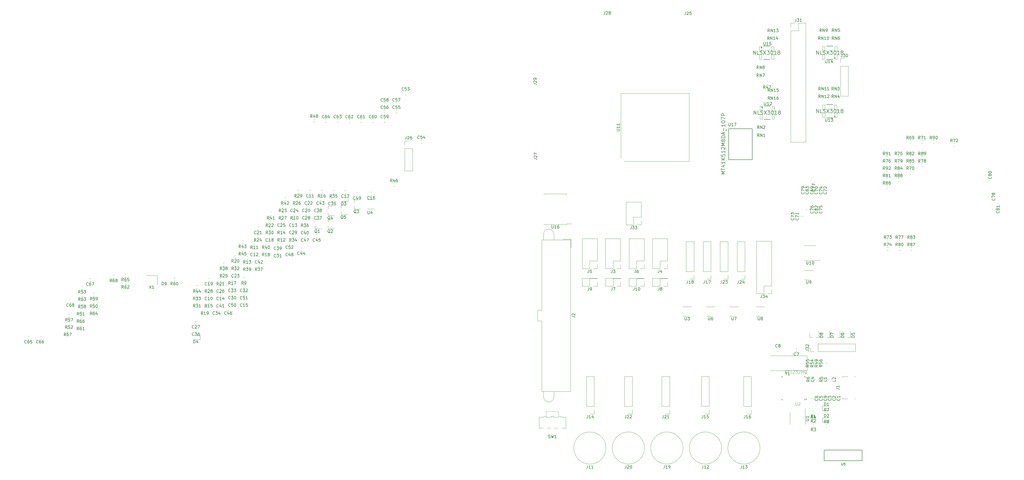
<source format=gbr>
%TF.GenerationSoftware,KiCad,Pcbnew,(5.1.6-dirty)*%
%TF.CreationDate,2020-08-28T22:36:31+02:00*%
%TF.ProjectId,FD,46442e6b-6963-4616-945f-706362585858,rev?*%
%TF.SameCoordinates,Original*%
%TF.FileFunction,Legend,Top*%
%TF.FilePolarity,Positive*%
%FSLAX46Y46*%
G04 Gerber Fmt 4.6, Leading zero omitted, Abs format (unit mm)*
G04 Created by KiCad (PCBNEW (5.1.6-dirty)) date 2020-08-28 22:36:31*
%MOMM*%
%LPD*%
G01*
G04 APERTURE LIST*
%ADD10C,0.120000*%
%ADD11C,0.250000*%
%ADD12C,0.150000*%
%ADD13C,0.100000*%
%ADD14C,0.200000*%
%ADD15C,0.127000*%
%ADD16C,0.050000*%
G04 APERTURE END LIST*
D10*
%TO.C,U11*%
X190620000Y-72630000D02*
X168400000Y-72630000D01*
X190620000Y-49410000D02*
X190620000Y-72630000D01*
X167400000Y-49410000D02*
X190620000Y-49410000D01*
X167400000Y-71630000D02*
X167400000Y-49410000D01*
D11*
%TO.C,U17*%
X203455000Y-62010000D02*
G75*
G03*
X203455000Y-62010000I-125000J0D01*
G01*
D12*
X212280000Y-72110000D02*
X204180000Y-72110000D01*
X212280000Y-61510000D02*
X212280000Y-72110000D01*
X204180000Y-61510000D02*
X212280000Y-61510000D01*
X204180000Y-72110000D02*
X204180000Y-61510000D01*
D10*
%TO.C,J1*%
X247400000Y-153860000D02*
X247140000Y-153860000D01*
X244860000Y-153860000D02*
X243090000Y-153860000D01*
X243090000Y-153860000D02*
X243090000Y-153480000D01*
X243090000Y-146240000D02*
X244860000Y-146240000D01*
X247140000Y-146240000D02*
X247400000Y-146240000D01*
X243090000Y-146240000D02*
X243090000Y-146620000D01*
%TO.C,C1*%
X240810000Y-153537221D02*
X240810000Y-153862779D01*
X239790000Y-153537221D02*
X239790000Y-153862779D01*
%TO.C,C2*%
X238290000Y-153537221D02*
X238290000Y-153862779D01*
X239310000Y-153537221D02*
X239310000Y-153862779D01*
%TO.C,C3*%
X237810000Y-153537221D02*
X237810000Y-153862779D01*
X236790000Y-153537221D02*
X236790000Y-153862779D01*
%TO.C,C4*%
X234810000Y-147362779D02*
X234810000Y-147037221D01*
X233790000Y-147362779D02*
X233790000Y-147037221D01*
%TO.C,C5*%
X234810000Y-153537221D02*
X234810000Y-153862779D01*
X233790000Y-153537221D02*
X233790000Y-153862779D01*
%TO.C,C6*%
X232290000Y-153537221D02*
X232290000Y-153862779D01*
X233310000Y-153537221D02*
X233310000Y-153862779D01*
%TO.C,C7*%
X227462779Y-137710000D02*
X227137221Y-137710000D01*
X227462779Y-136690000D02*
X227137221Y-136690000D01*
%TO.C,C8*%
X220849721Y-137710000D02*
X221175279Y-137710000D01*
X220849721Y-136690000D02*
X221175279Y-136690000D01*
%TO.C,C9*%
X236310000Y-153537221D02*
X236310000Y-153862779D01*
X235290000Y-153537221D02*
X235290000Y-153862779D01*
%TO.C,C10*%
X26797778Y-118654999D02*
X26472220Y-118654999D01*
X26797778Y-117634999D02*
X26472220Y-117634999D01*
%TO.C,C11*%
X61387778Y-83544999D02*
X61062220Y-83544999D01*
X61387778Y-82524999D02*
X61062220Y-82524999D01*
%TO.C,C12*%
X42347778Y-103654999D02*
X42022220Y-103654999D01*
X42347778Y-102634999D02*
X42022220Y-102634999D01*
%TO.C,C13*%
X55617778Y-92564999D02*
X55292220Y-92564999D01*
X55617778Y-93584999D02*
X55292220Y-93584999D01*
%TO.C,C14*%
X30807778Y-117634999D02*
X30482220Y-117634999D01*
X30807778Y-118654999D02*
X30482220Y-118654999D01*
%TO.C,C15*%
X38827778Y-119904999D02*
X38502220Y-119904999D01*
X38827778Y-120924999D02*
X38502220Y-120924999D01*
%TO.C,C16*%
X82277778Y-83204999D02*
X81952220Y-83204999D01*
X82277778Y-84224999D02*
X81952220Y-84224999D01*
%TO.C,C17*%
X73417778Y-82614999D02*
X73092220Y-82614999D01*
X73417778Y-83634999D02*
X73092220Y-83634999D01*
%TO.C,C18*%
X47597778Y-97614999D02*
X47272220Y-97614999D01*
X47597778Y-98634999D02*
X47272220Y-98634999D01*
%TO.C,C19*%
X26797778Y-112614999D02*
X26472220Y-112614999D01*
X26797778Y-113634999D02*
X26472220Y-113634999D01*
%TO.C,C20*%
X60067778Y-88564999D02*
X59742220Y-88564999D01*
X60067778Y-87544999D02*
X59742220Y-87544999D01*
%TO.C,C21*%
X43587778Y-96124999D02*
X43262220Y-96124999D01*
X43587778Y-95104999D02*
X43262220Y-95104999D01*
%TO.C,C22*%
X60907778Y-86054999D02*
X60582220Y-86054999D01*
X60907778Y-85034999D02*
X60582220Y-85034999D01*
%TO.C,C23*%
X35907778Y-110884999D02*
X35582220Y-110884999D01*
X35907778Y-109864999D02*
X35582220Y-109864999D01*
%TO.C,C24*%
X56057778Y-88564999D02*
X55732220Y-88564999D01*
X56057778Y-87544999D02*
X55732220Y-87544999D01*
%TO.C,C25*%
X51607778Y-92564999D02*
X51282220Y-92564999D01*
X51607778Y-93584999D02*
X51282220Y-93584999D01*
%TO.C,C26*%
X30807778Y-115124999D02*
X30482220Y-115124999D01*
X30807778Y-116144999D02*
X30482220Y-116144999D01*
%TO.C,C27*%
X22427778Y-128374999D02*
X22102220Y-128374999D01*
X22427778Y-127354999D02*
X22102220Y-127354999D01*
%TO.C,C28*%
X60067778Y-90054999D02*
X59742220Y-90054999D01*
X60067778Y-91074999D02*
X59742220Y-91074999D01*
%TO.C,C29*%
X55617778Y-95074999D02*
X55292220Y-95074999D01*
X55617778Y-96094999D02*
X55292220Y-96094999D01*
%TO.C,C30*%
X34817778Y-117394999D02*
X34492220Y-117394999D01*
X34817778Y-118414999D02*
X34492220Y-118414999D01*
%TO.C,C31*%
X50367778Y-104024999D02*
X50042220Y-104024999D01*
X50367778Y-103004999D02*
X50042220Y-103004999D01*
%TO.C,C32*%
X38827778Y-115904999D02*
X38502220Y-115904999D01*
X38827778Y-114884999D02*
X38502220Y-114884999D01*
%TO.C,C33*%
X34817778Y-114884999D02*
X34492220Y-114884999D01*
X34817778Y-115904999D02*
X34492220Y-115904999D01*
%TO.C,C34*%
X29467778Y-122654999D02*
X29142220Y-122654999D01*
X29467778Y-123674999D02*
X29142220Y-123674999D01*
%TO.C,C35*%
X68927778Y-85204999D02*
X68602220Y-85204999D01*
X68927778Y-86224999D02*
X68602220Y-86224999D01*
%TO.C,C36*%
X22427778Y-129864999D02*
X22102220Y-129864999D01*
X22427778Y-130884999D02*
X22102220Y-130884999D01*
%TO.C,C37*%
X64077778Y-91074999D02*
X63752220Y-91074999D01*
X64077778Y-90054999D02*
X63752220Y-90054999D01*
%TO.C,C38*%
X64077778Y-87544999D02*
X63752220Y-87544999D01*
X64077778Y-88564999D02*
X63752220Y-88564999D01*
%TO.C,C39*%
X50367778Y-101514999D02*
X50042220Y-101514999D01*
X50367778Y-100494999D02*
X50042220Y-100494999D01*
%TO.C,C40*%
X59627778Y-96164999D02*
X59302220Y-96164999D01*
X59627778Y-95144999D02*
X59302220Y-95144999D01*
%TO.C,C41*%
X30807778Y-120144999D02*
X30482220Y-120144999D01*
X30807778Y-121164999D02*
X30482220Y-121164999D01*
%TO.C,C42*%
X43927778Y-105144999D02*
X43602220Y-105144999D01*
X43927778Y-106164999D02*
X43602220Y-106164999D01*
%TO.C,C43*%
X64917778Y-85034999D02*
X64592220Y-85034999D01*
X64917778Y-86054999D02*
X64592220Y-86054999D01*
%TO.C,C44*%
X58387778Y-103224999D02*
X58062220Y-103224999D01*
X58387778Y-102204999D02*
X58062220Y-102204999D01*
%TO.C,C45*%
X63677778Y-98674999D02*
X63352220Y-98674999D01*
X63677778Y-97654999D02*
X63352220Y-97654999D01*
%TO.C,C46*%
X33477778Y-122654999D02*
X33152220Y-122654999D01*
X33477778Y-123674999D02*
X33152220Y-123674999D01*
%TO.C,C47*%
X59667778Y-98674999D02*
X59342220Y-98674999D01*
X59667778Y-97654999D02*
X59342220Y-97654999D01*
%TO.C,C48*%
X54377778Y-102604999D02*
X54052220Y-102604999D01*
X54377778Y-103624999D02*
X54052220Y-103624999D01*
%TO.C,C49*%
X77427778Y-84324999D02*
X77102220Y-84324999D01*
X77427778Y-83304999D02*
X77102220Y-83304999D01*
%TO.C,C50*%
X34817778Y-120924999D02*
X34492220Y-120924999D01*
X34817778Y-119904999D02*
X34492220Y-119904999D01*
%TO.C,C51*%
X38827778Y-118414999D02*
X38502220Y-118414999D01*
X38827778Y-117394999D02*
X38502220Y-117394999D01*
%TO.C,C52*%
X54377778Y-100094999D02*
X54052220Y-100094999D01*
X54377778Y-101114999D02*
X54052220Y-101114999D01*
%TO.C,C53*%
X93722222Y-49855001D02*
X94047780Y-49855001D01*
X93722222Y-48835001D02*
X94047780Y-48835001D01*
%TO.C,C54*%
X99072222Y-66405001D02*
X99397780Y-66405001D01*
X99072222Y-65385001D02*
X99397780Y-65385001D01*
%TO.C,C55*%
X90562222Y-56115001D02*
X90887780Y-56115001D01*
X90562222Y-55095001D02*
X90887780Y-55095001D01*
%TO.C,C56*%
X86552222Y-56115001D02*
X86877780Y-56115001D01*
X86552222Y-55095001D02*
X86877780Y-55095001D01*
%TO.C,C57*%
X90562222Y-52585001D02*
X90887780Y-52585001D01*
X90562222Y-53605001D02*
X90887780Y-53605001D01*
%TO.C,C58*%
X86552222Y-52585001D02*
X86877780Y-52585001D01*
X86552222Y-53605001D02*
X86877780Y-53605001D01*
%TO.C,C59*%
X86532222Y-58305001D02*
X86857780Y-58305001D01*
X86532222Y-59325001D02*
X86857780Y-59325001D01*
%TO.C,C60*%
X82522222Y-58305001D02*
X82847780Y-58305001D01*
X82522222Y-59325001D02*
X82847780Y-59325001D01*
%TO.C,C61*%
X78512222Y-58305001D02*
X78837780Y-58305001D01*
X78512222Y-59325001D02*
X78837780Y-59325001D01*
%TO.C,C62*%
X74502222Y-58305001D02*
X74827780Y-58305001D01*
X74502222Y-59325001D02*
X74827780Y-59325001D01*
%TO.C,C63*%
X70492222Y-59325001D02*
X70817780Y-59325001D01*
X70492222Y-58305001D02*
X70817780Y-58305001D01*
%TO.C,C64*%
X66482222Y-59325001D02*
X66807780Y-59325001D01*
X66482222Y-58305001D02*
X66807780Y-58305001D01*
%TO.C,C65*%
X-34802222Y-132454999D02*
X-35127780Y-132454999D01*
X-34802222Y-133474999D02*
X-35127780Y-133474999D01*
%TO.C,C66*%
X-30792222Y-133474999D02*
X-31117780Y-133474999D01*
X-30792222Y-132454999D02*
X-31117780Y-132454999D01*
%TO.C,C67*%
X-13672222Y-113734999D02*
X-13997780Y-113734999D01*
X-13672222Y-112714999D02*
X-13997780Y-112714999D01*
%TO.C,C68*%
X-20462222Y-120924999D02*
X-20787780Y-120924999D01*
X-20462222Y-119904999D02*
X-20787780Y-119904999D01*
%TO.C,C69*%
X234580000Y-82735279D02*
X234580000Y-82409721D01*
X233560000Y-82735279D02*
X233560000Y-82409721D01*
%TO.C,C70*%
X235060000Y-82735279D02*
X235060000Y-82409721D01*
X236080000Y-82735279D02*
X236080000Y-82409721D01*
%TO.C,C71*%
X228490000Y-91620279D02*
X228490000Y-91294721D01*
X229510000Y-91620279D02*
X229510000Y-91294721D01*
%TO.C,C72*%
X239160000Y-82730279D02*
X239160000Y-82404721D01*
X238140000Y-82730279D02*
X238140000Y-82404721D01*
%TO.C,C73*%
X226980000Y-91610279D02*
X226980000Y-91284721D01*
X228000000Y-91610279D02*
X228000000Y-91284721D01*
%TO.C,C74*%
X237660000Y-82730279D02*
X237660000Y-82404721D01*
X236640000Y-82730279D02*
X236640000Y-82404721D01*
%TO.C,C75*%
X234750000Y-88959721D02*
X234750000Y-89285279D01*
X233730000Y-88959721D02*
X233730000Y-89285279D01*
%TO.C,C76*%
X230730000Y-88959721D02*
X230730000Y-89285279D01*
X231750000Y-88959721D02*
X231750000Y-89285279D01*
%TO.C,C77*%
X233452779Y-80700000D02*
X233127221Y-80700000D01*
X233452779Y-79680000D02*
X233127221Y-79680000D01*
%TO.C,C78*%
X292740000Y-84587221D02*
X292740000Y-84912779D01*
X293760000Y-84587221D02*
X293760000Y-84912779D01*
%TO.C,C79*%
X230480000Y-82720279D02*
X230480000Y-82394721D01*
X231500000Y-82720279D02*
X231500000Y-82394721D01*
%TO.C,C80*%
X291740000Y-77124721D02*
X291740000Y-77450279D01*
X292760000Y-77124721D02*
X292760000Y-77450279D01*
%TO.C,C81*%
X294240000Y-88874721D02*
X294240000Y-89200279D01*
X295260000Y-88874721D02*
X295260000Y-89200279D01*
%TO.C,C82*%
X232230000Y-88959721D02*
X232230000Y-89285279D01*
X233250000Y-88959721D02*
X233250000Y-89285279D01*
%TO.C,C83*%
X231980000Y-82720279D02*
X231980000Y-82394721D01*
X233000000Y-82720279D02*
X233000000Y-82394721D01*
%TO.C,D1*%
X236127500Y-157835000D02*
X238412500Y-157835000D01*
X236127500Y-156365000D02*
X236127500Y-157835000D01*
X238412500Y-156365000D02*
X236127500Y-156365000D01*
%TO.C,D2*%
X238412500Y-160365000D02*
X236127500Y-160365000D01*
X236127500Y-160365000D02*
X236127500Y-161835000D01*
X236127500Y-161835000D02*
X238412500Y-161835000D01*
%TO.C,D3*%
X71974999Y-86409999D02*
X74259999Y-86409999D01*
X74259999Y-86409999D02*
X74259999Y-84939999D01*
X74259999Y-84939999D02*
X71974999Y-84939999D01*
%TO.C,D4*%
X23709999Y-132189999D02*
X21424999Y-132189999D01*
X23709999Y-133659999D02*
X23709999Y-132189999D01*
X21424999Y-133659999D02*
X23709999Y-133659999D01*
%TO.C,D5*%
X242620000Y-132860000D02*
X242620000Y-131400000D01*
X245780000Y-132860000D02*
X245780000Y-130700000D01*
X245780000Y-132860000D02*
X244850000Y-132860000D01*
X242620000Y-132860000D02*
X243550000Y-132860000D01*
%TO.C,D6*%
X239020000Y-132860000D02*
X239950000Y-132860000D01*
X242180000Y-132860000D02*
X241250000Y-132860000D01*
X242180000Y-132860000D02*
X242180000Y-130700000D01*
X239020000Y-132860000D02*
X239020000Y-131400000D01*
%TO.C,D7*%
X235420000Y-132860000D02*
X235420000Y-131400000D01*
X238580000Y-132860000D02*
X238580000Y-130700000D01*
X238580000Y-132860000D02*
X237650000Y-132860000D01*
X235420000Y-132860000D02*
X236350000Y-132860000D01*
%TO.C,D8*%
X231820000Y-132860000D02*
X232750000Y-132860000D01*
X234980000Y-132860000D02*
X234050000Y-132860000D01*
X234980000Y-132860000D02*
X234980000Y-130700000D01*
X231820000Y-132860000D02*
X231820000Y-131400000D01*
D13*
%TO.C,D9*%
X12339999Y-113444999D02*
G75*
G03*
X12339999Y-113444999I-50000J0D01*
G01*
D10*
%TO.C,J2*%
X150400000Y-99250000D02*
X147550000Y-99250000D01*
X150400000Y-102100000D02*
X150400000Y-99250000D01*
X138940000Y-127210000D02*
X138940000Y-125400000D01*
X140340000Y-127210000D02*
X138940000Y-127210000D01*
X140340000Y-151310000D02*
X140340000Y-127210000D01*
X150160000Y-151310000D02*
X140340000Y-151310000D01*
X150160000Y-125400000D02*
X150160000Y-151310000D01*
X138940000Y-123590000D02*
X138940000Y-125400000D01*
X140340000Y-123590000D02*
X138940000Y-123590000D01*
X140340000Y-99490000D02*
X140340000Y-123590000D01*
X150160000Y-99490000D02*
X140340000Y-99490000D01*
X150160000Y-125400000D02*
X150160000Y-99490000D01*
X141000000Y-153200000D02*
X141000000Y-151310000D01*
X144520000Y-153200000D02*
X144520000Y-151310000D01*
X141000000Y-97600000D02*
X141000000Y-99490000D01*
X144520000Y-97600000D02*
X144520000Y-99490000D01*
X144520000Y-97600000D02*
G75*
G03*
X141000000Y-97600000I-1760000J0D01*
G01*
X141000000Y-153200000D02*
G75*
G03*
X144520000Y-153200000I1760000J0D01*
G01*
%TO.C,J3*%
X167330000Y-109330000D02*
X166000000Y-109330000D01*
X167330000Y-108000000D02*
X167330000Y-109330000D01*
X164730000Y-109330000D02*
X162130000Y-109330000D01*
X164730000Y-106730000D02*
X164730000Y-109330000D01*
X167330000Y-106730000D02*
X164730000Y-106730000D01*
X162130000Y-109330000D02*
X162130000Y-99050000D01*
X167330000Y-106730000D02*
X167330000Y-99050000D01*
X167330000Y-99050000D02*
X162130000Y-99050000D01*
%TO.C,J4*%
X183330000Y-99050000D02*
X178130000Y-99050000D01*
X183330000Y-106730000D02*
X183330000Y-99050000D01*
X178130000Y-109330000D02*
X178130000Y-99050000D01*
X183330000Y-106730000D02*
X180730000Y-106730000D01*
X180730000Y-106730000D02*
X180730000Y-109330000D01*
X180730000Y-109330000D02*
X178130000Y-109330000D01*
X183330000Y-108000000D02*
X183330000Y-109330000D01*
X183330000Y-109330000D02*
X182000000Y-109330000D01*
%TO.C,J5*%
X159330000Y-99050000D02*
X154130000Y-99050000D01*
X159330000Y-106730000D02*
X159330000Y-99050000D01*
X154130000Y-109330000D02*
X154130000Y-99050000D01*
X159330000Y-106730000D02*
X156730000Y-106730000D01*
X156730000Y-106730000D02*
X156730000Y-109330000D01*
X156730000Y-109330000D02*
X154130000Y-109330000D01*
X159330000Y-108000000D02*
X159330000Y-109330000D01*
X159330000Y-109330000D02*
X158000000Y-109330000D01*
%TO.C,J6*%
X175330000Y-109330000D02*
X174000000Y-109330000D01*
X175330000Y-108000000D02*
X175330000Y-109330000D01*
X172730000Y-109330000D02*
X170130000Y-109330000D01*
X172730000Y-106730000D02*
X172730000Y-109330000D01*
X175330000Y-106730000D02*
X172730000Y-106730000D01*
X170130000Y-109330000D02*
X170130000Y-99050000D01*
X175330000Y-106730000D02*
X175330000Y-99050000D01*
X175330000Y-99050000D02*
X170130000Y-99050000D01*
%TO.C,J7*%
X167330000Y-115330000D02*
X166000000Y-115330000D01*
X167330000Y-114000000D02*
X167330000Y-115330000D01*
X164730000Y-115330000D02*
X162130000Y-115330000D01*
X164730000Y-112730000D02*
X164730000Y-115330000D01*
X167330000Y-112730000D02*
X164730000Y-112730000D01*
X162130000Y-115330000D02*
X162130000Y-112670000D01*
X167330000Y-112730000D02*
X167330000Y-112670000D01*
X167330000Y-112670000D02*
X162130000Y-112670000D01*
%TO.C,J8*%
X183330000Y-112670000D02*
X178130000Y-112670000D01*
X183330000Y-112730000D02*
X183330000Y-112670000D01*
X178130000Y-115330000D02*
X178130000Y-112670000D01*
X183330000Y-112730000D02*
X180730000Y-112730000D01*
X180730000Y-112730000D02*
X180730000Y-115330000D01*
X180730000Y-115330000D02*
X178130000Y-115330000D01*
X183330000Y-114000000D02*
X183330000Y-115330000D01*
X183330000Y-115330000D02*
X182000000Y-115330000D01*
%TO.C,J9*%
X159330000Y-112670000D02*
X154130000Y-112670000D01*
X159330000Y-112730000D02*
X159330000Y-112670000D01*
X154130000Y-115330000D02*
X154130000Y-112670000D01*
X159330000Y-112730000D02*
X156730000Y-112730000D01*
X156730000Y-112730000D02*
X156730000Y-115330000D01*
X156730000Y-115330000D02*
X154130000Y-115330000D01*
X159330000Y-114000000D02*
X159330000Y-115330000D01*
X159330000Y-115330000D02*
X158000000Y-115330000D01*
%TO.C,J10*%
X175330000Y-115330000D02*
X174000000Y-115330000D01*
X175330000Y-114000000D02*
X175330000Y-115330000D01*
X172730000Y-115330000D02*
X170130000Y-115330000D01*
X172730000Y-112730000D02*
X172730000Y-115330000D01*
X175330000Y-112730000D02*
X172730000Y-112730000D01*
X170130000Y-115330000D02*
X170130000Y-112670000D01*
X175330000Y-112730000D02*
X175330000Y-112670000D01*
X175330000Y-112670000D02*
X170130000Y-112670000D01*
%TO.C,J11*%
X162300000Y-170700000D02*
G75*
G03*
X162300000Y-170700000I-5500000J0D01*
G01*
%TO.C,J12*%
X201750000Y-170700000D02*
G75*
G03*
X201750000Y-170700000I-5500000J0D01*
G01*
%TO.C,J13*%
X214900000Y-170700000D02*
G75*
G03*
X214900000Y-170700000I-5500000J0D01*
G01*
%TO.C,J14*%
X158230000Y-146210000D02*
X155570000Y-146210000D01*
X158230000Y-156430000D02*
X158230000Y-146210000D01*
X155570000Y-156430000D02*
X155570000Y-146210000D01*
X158230000Y-156430000D02*
X155570000Y-156430000D01*
X158230000Y-157700000D02*
X158230000Y-159030000D01*
X158230000Y-159030000D02*
X156900000Y-159030000D01*
%TO.C,J15*%
X197530000Y-146210000D02*
X194870000Y-146210000D01*
X197530000Y-156430000D02*
X197530000Y-146210000D01*
X194870000Y-156430000D02*
X194870000Y-146210000D01*
X197530000Y-156430000D02*
X194870000Y-156430000D01*
X197530000Y-157700000D02*
X197530000Y-159030000D01*
X197530000Y-159030000D02*
X196200000Y-159030000D01*
%TO.C,J16*%
X211930000Y-146210000D02*
X209270000Y-146210000D01*
X211930000Y-156430000D02*
X211930000Y-146210000D01*
X209270000Y-156430000D02*
X209270000Y-146210000D01*
X211930000Y-156430000D02*
X209270000Y-156430000D01*
X211930000Y-157700000D02*
X211930000Y-159030000D01*
X211930000Y-159030000D02*
X210600000Y-159030000D01*
%TO.C,J17*%
X198130000Y-112930000D02*
X196800000Y-112930000D01*
X198130000Y-111600000D02*
X198130000Y-112930000D01*
X198130000Y-110330000D02*
X195470000Y-110330000D01*
X195470000Y-110330000D02*
X195470000Y-100110000D01*
X198130000Y-110330000D02*
X198130000Y-100110000D01*
X198130000Y-100110000D02*
X195470000Y-100110000D01*
%TO.C,J18*%
X192330000Y-100110000D02*
X189670000Y-100110000D01*
X192330000Y-110330000D02*
X192330000Y-100110000D01*
X189670000Y-110330000D02*
X189670000Y-100110000D01*
X192330000Y-110330000D02*
X189670000Y-110330000D01*
X192330000Y-111600000D02*
X192330000Y-112930000D01*
X192330000Y-112930000D02*
X191000000Y-112930000D01*
%TO.C,J19*%
X188600000Y-170700000D02*
G75*
G03*
X188600000Y-170700000I-5500000J0D01*
G01*
%TO.C,J20*%
X175450000Y-170700000D02*
G75*
G03*
X175450000Y-170700000I-5500000J0D01*
G01*
%TO.C,J21*%
X184030000Y-159030000D02*
X182700000Y-159030000D01*
X184030000Y-157700000D02*
X184030000Y-159030000D01*
X184030000Y-156430000D02*
X181370000Y-156430000D01*
X181370000Y-156430000D02*
X181370000Y-146210000D01*
X184030000Y-156430000D02*
X184030000Y-146210000D01*
X184030000Y-146210000D02*
X181370000Y-146210000D01*
%TO.C,J22*%
X171230000Y-146210000D02*
X168570000Y-146210000D01*
X171230000Y-156430000D02*
X171230000Y-146210000D01*
X168570000Y-156430000D02*
X168570000Y-146210000D01*
X171230000Y-156430000D02*
X168570000Y-156430000D01*
X171230000Y-157700000D02*
X171230000Y-159030000D01*
X171230000Y-159030000D02*
X169900000Y-159030000D01*
%TO.C,J23*%
X203930000Y-112930000D02*
X202600000Y-112930000D01*
X203930000Y-111600000D02*
X203930000Y-112930000D01*
X203930000Y-110330000D02*
X201270000Y-110330000D01*
X201270000Y-110330000D02*
X201270000Y-100110000D01*
X203930000Y-110330000D02*
X203930000Y-100110000D01*
X203930000Y-100110000D02*
X201270000Y-100110000D01*
%TO.C,J24*%
X209730000Y-112930000D02*
X208400000Y-112930000D01*
X209730000Y-111600000D02*
X209730000Y-112930000D01*
X209730000Y-110330000D02*
X207070000Y-110330000D01*
X207070000Y-110330000D02*
X207070000Y-100110000D01*
X209730000Y-110330000D02*
X209730000Y-100110000D01*
X209730000Y-100110000D02*
X207070000Y-100110000D01*
%TO.C,J26*%
X93575001Y-65635001D02*
X94905001Y-65635001D01*
X93575001Y-66965001D02*
X93575001Y-65635001D01*
X93575001Y-68235001D02*
X96235001Y-68235001D01*
X96235001Y-68235001D02*
X96235001Y-75915001D01*
X93575001Y-68235001D02*
X93575001Y-75915001D01*
X93575001Y-75915001D02*
X96235001Y-75915001D01*
%TO.C,J30*%
X242370000Y-37470000D02*
X243700000Y-37470000D01*
X242370000Y-38800000D02*
X242370000Y-37470000D01*
X242370000Y-40070000D02*
X245030000Y-40070000D01*
X245030000Y-40070000D02*
X245030000Y-50290000D01*
X242370000Y-40070000D02*
X242370000Y-50290000D01*
X242370000Y-50290000D02*
X245030000Y-50290000D01*
%TO.C,J31*%
X225370000Y-25350000D02*
X226700000Y-25350000D01*
X225370000Y-26680000D02*
X225370000Y-25350000D01*
X227970000Y-25350000D02*
X230570000Y-25350000D01*
X227970000Y-27950000D02*
X227970000Y-25350000D01*
X225370000Y-27950000D02*
X227970000Y-27950000D01*
X230570000Y-25350000D02*
X230570000Y-66110000D01*
X225370000Y-27950000D02*
X225370000Y-66110000D01*
X225370000Y-66110000D02*
X230570000Y-66110000D01*
%TO.C,J32*%
X232110000Y-137730000D02*
X232110000Y-136400000D01*
X233440000Y-137730000D02*
X232110000Y-137730000D01*
X234710000Y-137730000D02*
X234710000Y-135070000D01*
X234710000Y-135070000D02*
X247470000Y-135070000D01*
X234710000Y-137730000D02*
X247470000Y-137730000D01*
X247470000Y-137730000D02*
X247470000Y-135070000D01*
%TO.C,J33*%
X174330000Y-94330000D02*
X173000000Y-94330000D01*
X174330000Y-93000000D02*
X174330000Y-94330000D01*
X171730000Y-94330000D02*
X169130000Y-94330000D01*
X171730000Y-91730000D02*
X171730000Y-94330000D01*
X174330000Y-91730000D02*
X171730000Y-91730000D01*
X169130000Y-94330000D02*
X169130000Y-86590000D01*
X174330000Y-91730000D02*
X174330000Y-86590000D01*
X174330000Y-86590000D02*
X169130000Y-86590000D01*
%TO.C,J34*%
X218870000Y-117870000D02*
X217540000Y-117870000D01*
X218870000Y-116540000D02*
X218870000Y-117870000D01*
X216270000Y-117870000D02*
X213670000Y-117870000D01*
X216270000Y-115270000D02*
X216270000Y-117870000D01*
X218870000Y-115270000D02*
X216270000Y-115270000D01*
X213670000Y-117870000D02*
X213670000Y-99970000D01*
X218870000Y-115270000D02*
X218870000Y-99970000D01*
X218870000Y-99970000D02*
X213670000Y-99970000D01*
%TO.C,L1*%
X236310000Y-147037221D02*
X236310000Y-147362779D01*
X235290000Y-147037221D02*
X235290000Y-147362779D01*
%TO.C,L2*%
X238290000Y-147037221D02*
X238290000Y-147362779D01*
X239310000Y-147037221D02*
X239310000Y-147362779D01*
%TO.C,Q1*%
X62934999Y-92514999D02*
X64394999Y-92514999D01*
X62934999Y-95674999D02*
X65094999Y-95674999D01*
X62934999Y-95674999D02*
X62934999Y-94744999D01*
X62934999Y-92514999D02*
X62934999Y-93444999D01*
%TO.C,Q2*%
X67384999Y-92514999D02*
X68844999Y-92514999D01*
X67384999Y-95674999D02*
X69544999Y-95674999D01*
X67384999Y-95674999D02*
X67384999Y-94744999D01*
X67384999Y-92514999D02*
X67384999Y-93444999D01*
%TO.C,Q3*%
X76284999Y-85764999D02*
X76284999Y-86694999D01*
X76284999Y-88924999D02*
X76284999Y-87994999D01*
X76284999Y-88924999D02*
X78444999Y-88924999D01*
X76284999Y-85764999D02*
X77744999Y-85764999D01*
%TO.C,Q4*%
X67384999Y-87964999D02*
X67384999Y-88894999D01*
X67384999Y-91124999D02*
X67384999Y-90194999D01*
X67384999Y-91124999D02*
X69544999Y-91124999D01*
X67384999Y-87964999D02*
X68844999Y-87964999D01*
%TO.C,Q5*%
X71834999Y-87664999D02*
X73294999Y-87664999D01*
X71834999Y-90824999D02*
X73994999Y-90824999D01*
X71834999Y-90824999D02*
X71834999Y-89894999D01*
X71834999Y-87664999D02*
X71834999Y-88594999D01*
%TO.C,R1*%
X233262779Y-159010000D02*
X232937221Y-159010000D01*
X233262779Y-157990000D02*
X232937221Y-157990000D01*
%TO.C,R2*%
X233262779Y-159490000D02*
X232937221Y-159490000D01*
X233262779Y-160510000D02*
X232937221Y-160510000D01*
%TO.C,R3*%
X233262779Y-163510000D02*
X232937221Y-163510000D01*
X233262779Y-162490000D02*
X232937221Y-162490000D01*
%TO.C,R4*%
X232924721Y-160990000D02*
X233250279Y-160990000D01*
X232924721Y-162010000D02*
X233250279Y-162010000D01*
%TO.C,R5*%
X236790000Y-147362779D02*
X236790000Y-147037221D01*
X237810000Y-147362779D02*
X237810000Y-147037221D01*
%TO.C,R6*%
X233310000Y-147362779D02*
X233310000Y-147037221D01*
X232290000Y-147362779D02*
X232290000Y-147037221D01*
%TO.C,R7*%
X237449721Y-159610000D02*
X237775279Y-159610000D01*
X237449721Y-158590000D02*
X237775279Y-158590000D01*
%TO.C,R8*%
X237449721Y-162590000D02*
X237775279Y-162590000D01*
X237449721Y-163610000D02*
X237775279Y-163610000D01*
%TO.C,R9*%
X38827778Y-112374999D02*
X38502220Y-112374999D01*
X38827778Y-113394999D02*
X38502220Y-113394999D01*
%TO.C,R10*%
X56057778Y-90054999D02*
X55732220Y-90054999D01*
X56057778Y-91074999D02*
X55732220Y-91074999D01*
%TO.C,R11*%
X42347778Y-101144999D02*
X42022220Y-101144999D01*
X42347778Y-100124999D02*
X42022220Y-100124999D01*
%TO.C,R12*%
X51607778Y-97584999D02*
X51282220Y-97584999D01*
X51607778Y-98604999D02*
X51282220Y-98604999D01*
%TO.C,R13*%
X39917778Y-105144999D02*
X39592220Y-105144999D01*
X39917778Y-106164999D02*
X39592220Y-106164999D01*
%TO.C,R14*%
X51607778Y-95074999D02*
X51282220Y-95074999D01*
X51607778Y-96094999D02*
X51282220Y-96094999D01*
%TO.C,R15*%
X26797778Y-120144999D02*
X26472220Y-120144999D01*
X26797778Y-121164999D02*
X26472220Y-121164999D01*
%TO.C,R16*%
X65397778Y-82524999D02*
X65072220Y-82524999D01*
X65397778Y-83544999D02*
X65072220Y-83544999D01*
%TO.C,R17*%
X34817778Y-113394999D02*
X34492220Y-113394999D01*
X34817778Y-112374999D02*
X34492220Y-112374999D01*
%TO.C,R18*%
X46357778Y-102634999D02*
X46032220Y-102634999D01*
X46357778Y-103654999D02*
X46032220Y-103654999D01*
%TO.C,R19*%
X25457778Y-123674999D02*
X25132220Y-123674999D01*
X25457778Y-122654999D02*
X25132220Y-122654999D01*
%TO.C,R20*%
X35907778Y-105864999D02*
X35582220Y-105864999D01*
X35907778Y-104844999D02*
X35582220Y-104844999D01*
%TO.C,R21*%
X30807778Y-113634999D02*
X30482220Y-113634999D01*
X30807778Y-112614999D02*
X30482220Y-112614999D01*
%TO.C,R22*%
X47597778Y-93614999D02*
X47272220Y-93614999D01*
X47597778Y-92594999D02*
X47272220Y-92594999D01*
%TO.C,R23*%
X52047778Y-87544999D02*
X51722220Y-87544999D01*
X52047778Y-88564999D02*
X51722220Y-88564999D01*
%TO.C,R24*%
X43587778Y-97614999D02*
X43262220Y-97614999D01*
X43587778Y-98634999D02*
X43262220Y-98634999D01*
%TO.C,R25*%
X31897778Y-110884999D02*
X31572220Y-110884999D01*
X31897778Y-109864999D02*
X31572220Y-109864999D01*
%TO.C,R26*%
X56897778Y-86054999D02*
X56572220Y-86054999D01*
X56897778Y-85034999D02*
X56572220Y-85034999D01*
%TO.C,R27*%
X52047778Y-91074999D02*
X51722220Y-91074999D01*
X52047778Y-90054999D02*
X51722220Y-90054999D01*
%TO.C,R28*%
X26797778Y-115124999D02*
X26472220Y-115124999D01*
X26797778Y-116144999D02*
X26472220Y-116144999D01*
%TO.C,R29*%
X57377778Y-82524999D02*
X57052220Y-82524999D01*
X57377778Y-83544999D02*
X57052220Y-83544999D01*
%TO.C,R30*%
X47597778Y-96124999D02*
X47272220Y-96124999D01*
X47597778Y-95104999D02*
X47272220Y-95104999D01*
%TO.C,R31*%
X22787778Y-121164999D02*
X22462220Y-121164999D01*
X22787778Y-120144999D02*
X22462220Y-120144999D01*
%TO.C,R32*%
X35907778Y-107354999D02*
X35582220Y-107354999D01*
X35907778Y-108374999D02*
X35582220Y-108374999D01*
%TO.C,R33*%
X22787778Y-118654999D02*
X22462220Y-118654999D01*
X22787778Y-117634999D02*
X22462220Y-117634999D01*
%TO.C,R34*%
X55617778Y-97584999D02*
X55292220Y-97584999D01*
X55617778Y-98604999D02*
X55292220Y-98604999D01*
%TO.C,R35*%
X69407778Y-83634999D02*
X69082220Y-83634999D01*
X69407778Y-82614999D02*
X69082220Y-82614999D01*
%TO.C,R36*%
X59627778Y-93654999D02*
X59302220Y-93654999D01*
X59627778Y-92634999D02*
X59302220Y-92634999D01*
%TO.C,R37*%
X43927778Y-107654999D02*
X43602220Y-107654999D01*
X43927778Y-108674999D02*
X43602220Y-108674999D01*
%TO.C,R38*%
X31897778Y-107354999D02*
X31572220Y-107354999D01*
X31897778Y-108374999D02*
X31572220Y-108374999D01*
%TO.C,R39*%
X39917778Y-108674999D02*
X39592220Y-108674999D01*
X39917778Y-107654999D02*
X39592220Y-107654999D01*
%TO.C,R40*%
X46357778Y-100124999D02*
X46032220Y-100124999D01*
X46357778Y-101144999D02*
X46032220Y-101144999D01*
%TO.C,R41*%
X48037778Y-90054999D02*
X47712220Y-90054999D01*
X48037778Y-91074999D02*
X47712220Y-91074999D01*
%TO.C,R42*%
X52887778Y-85034999D02*
X52562220Y-85034999D01*
X52887778Y-86054999D02*
X52562220Y-86054999D01*
%TO.C,R43*%
X38337778Y-100844999D02*
X38012220Y-100844999D01*
X38337778Y-99824999D02*
X38012220Y-99824999D01*
%TO.C,R44*%
X22787778Y-116144999D02*
X22462220Y-116144999D01*
X22787778Y-115124999D02*
X22462220Y-115124999D01*
%TO.C,R45*%
X38337778Y-102334999D02*
X38012220Y-102334999D01*
X38337778Y-103354999D02*
X38012220Y-103354999D01*
%TO.C,R46*%
X89772222Y-80185001D02*
X90097780Y-80185001D01*
X89772222Y-81205001D02*
X90097780Y-81205001D01*
%TO.C,R47*%
X217475279Y-45390000D02*
X217149721Y-45390000D01*
X217475279Y-46410000D02*
X217149721Y-46410000D01*
%TO.C,R48*%
X62472222Y-58135001D02*
X62797780Y-58135001D01*
X62472222Y-59155001D02*
X62797780Y-59155001D01*
%TO.C,R49*%
X235090000Y-141862779D02*
X235090000Y-141537221D01*
X236110000Y-141862779D02*
X236110000Y-141537221D01*
%TO.C,R50*%
X-12442222Y-120244999D02*
X-12767780Y-120244999D01*
X-12442222Y-121264999D02*
X-12767780Y-121264999D01*
%TO.C,R51*%
X-16902222Y-123904999D02*
X-17227780Y-123904999D01*
X-16902222Y-122884999D02*
X-17227780Y-122884999D01*
%TO.C,R52*%
X-20912222Y-128454999D02*
X-21237780Y-128454999D01*
X-20912222Y-127434999D02*
X-21237780Y-127434999D01*
%TO.C,R53*%
X-16452222Y-115354999D02*
X-16777780Y-115354999D01*
X-16452222Y-116374999D02*
X-16777780Y-116374999D01*
%TO.C,R54*%
X234610000Y-141862779D02*
X234610000Y-141537221D01*
X233590000Y-141862779D02*
X233590000Y-141537221D01*
%TO.C,R55*%
X232090000Y-141862779D02*
X232090000Y-141537221D01*
X233110000Y-141862779D02*
X233110000Y-141537221D01*
%TO.C,R56*%
X237610000Y-141850279D02*
X237610000Y-141524721D01*
X236590000Y-141850279D02*
X236590000Y-141524721D01*
%TO.C,R57*%
X-20912222Y-124924999D02*
X-21237780Y-124924999D01*
X-20912222Y-125944999D02*
X-21237780Y-125944999D01*
%TO.C,R58*%
X-16452222Y-121394999D02*
X-16777780Y-121394999D01*
X-16452222Y-120374999D02*
X-16777780Y-120374999D01*
%TO.C,R59*%
X-12442222Y-117734999D02*
X-12767780Y-117734999D01*
X-12442222Y-118754999D02*
X-12767780Y-118754999D01*
%TO.C,R60*%
X15057778Y-112554999D02*
X14732220Y-112554999D01*
X15057778Y-113574999D02*
X14732220Y-113574999D01*
%TO.C,R61*%
X-16902222Y-128924999D02*
X-17227780Y-128924999D01*
X-16902222Y-127904999D02*
X-17227780Y-127904999D01*
%TO.C,R62*%
X-1642222Y-113704999D02*
X-1967780Y-113704999D01*
X-1642222Y-114724999D02*
X-1967780Y-114724999D01*
%TO.C,R63*%
X-16452222Y-117864999D02*
X-16777780Y-117864999D01*
X-16452222Y-118884999D02*
X-16777780Y-118884999D01*
%TO.C,R64*%
X-12442222Y-123774999D02*
X-12767780Y-123774999D01*
X-12442222Y-122754999D02*
X-12767780Y-122754999D01*
%TO.C,R65*%
X-1642222Y-111194999D02*
X-1967780Y-111194999D01*
X-1642222Y-112214999D02*
X-1967780Y-112214999D01*
%TO.C,R66*%
X-16902222Y-126414999D02*
X-17227780Y-126414999D01*
X-16902222Y-125394999D02*
X-17227780Y-125394999D01*
%TO.C,R67*%
X-21352222Y-129944999D02*
X-21677780Y-129944999D01*
X-21352222Y-130964999D02*
X-21677780Y-130964999D01*
%TO.C,R68*%
X-5652222Y-112524999D02*
X-5977780Y-112524999D01*
X-5652222Y-111504999D02*
X-5977780Y-111504999D01*
%TO.C,R69*%
X266049721Y-65490000D02*
X266375279Y-65490000D01*
X266049721Y-66510000D02*
X266375279Y-66510000D01*
%TO.C,R70*%
X266062222Y-76975001D02*
X266387780Y-76975001D01*
X266062222Y-75955001D02*
X266387780Y-75955001D01*
%TO.C,R71*%
X270049721Y-65490000D02*
X270375279Y-65490000D01*
X270049721Y-66510000D02*
X270375279Y-66510000D01*
%TO.C,R72*%
X281049721Y-66490000D02*
X281375279Y-66490000D01*
X281049721Y-67510000D02*
X281375279Y-67510000D01*
%TO.C,R73*%
X258342222Y-100555001D02*
X258667780Y-100555001D01*
X258342222Y-99535001D02*
X258667780Y-99535001D01*
%TO.C,R74*%
X258342222Y-102045001D02*
X258667780Y-102045001D01*
X258342222Y-103065001D02*
X258667780Y-103065001D01*
%TO.C,R75*%
X262052222Y-71955001D02*
X262377780Y-71955001D01*
X262052222Y-70935001D02*
X262377780Y-70935001D01*
%TO.C,R76*%
X258042222Y-73445001D02*
X258367780Y-73445001D01*
X258042222Y-74465001D02*
X258367780Y-74465001D01*
%TO.C,R77*%
X262352222Y-100555001D02*
X262677780Y-100555001D01*
X262352222Y-99535001D02*
X262677780Y-99535001D01*
%TO.C,R78*%
X270072222Y-73445001D02*
X270397780Y-73445001D01*
X270072222Y-74465001D02*
X270397780Y-74465001D01*
%TO.C,R79*%
X262052222Y-74465001D02*
X262377780Y-74465001D01*
X262052222Y-73445001D02*
X262377780Y-73445001D01*
%TO.C,R80*%
X262352222Y-103065001D02*
X262677780Y-103065001D01*
X262352222Y-102045001D02*
X262677780Y-102045001D01*
%TO.C,R81*%
X258042222Y-78465001D02*
X258367780Y-78465001D01*
X258042222Y-79485001D02*
X258367780Y-79485001D01*
%TO.C,R82*%
X266062222Y-71955001D02*
X266387780Y-71955001D01*
X266062222Y-70935001D02*
X266387780Y-70935001D01*
%TO.C,R83*%
X266362222Y-99535001D02*
X266687780Y-99535001D01*
X266362222Y-100555001D02*
X266687780Y-100555001D01*
%TO.C,R84*%
X262052222Y-76975001D02*
X262377780Y-76975001D01*
X262052222Y-75955001D02*
X262377780Y-75955001D01*
%TO.C,R85*%
X266062222Y-73445001D02*
X266387780Y-73445001D01*
X266062222Y-74465001D02*
X266387780Y-74465001D01*
%TO.C,R86*%
X258042222Y-81995001D02*
X258367780Y-81995001D01*
X258042222Y-80975001D02*
X258367780Y-80975001D01*
%TO.C,R87*%
X266362222Y-102045001D02*
X266687780Y-102045001D01*
X266362222Y-103065001D02*
X266687780Y-103065001D01*
%TO.C,R88*%
X262052222Y-78465001D02*
X262377780Y-78465001D01*
X262052222Y-79485001D02*
X262377780Y-79485001D01*
%TO.C,R89*%
X270072222Y-71955001D02*
X270397780Y-71955001D01*
X270072222Y-70935001D02*
X270397780Y-70935001D01*
%TO.C,R90*%
X274049721Y-65490000D02*
X274375279Y-65490000D01*
X274049721Y-66510000D02*
X274375279Y-66510000D01*
%TO.C,R91*%
X258042222Y-71955001D02*
X258367780Y-71955001D01*
X258042222Y-70935001D02*
X258367780Y-70935001D01*
%TO.C,R92*%
X258042222Y-75955001D02*
X258367780Y-75955001D01*
X258042222Y-76975001D02*
X258367780Y-76975001D01*
D13*
%TO.C,RN1*%
X215700000Y-58200000D02*
X214900000Y-58200000D01*
X215700000Y-56600000D02*
X215700000Y-58200000D01*
X214900000Y-56600000D02*
X215700000Y-56600000D01*
X214900000Y-58200000D02*
X214900000Y-56600000D01*
%TO.C,RN2*%
X214900000Y-55500000D02*
X214900000Y-53900000D01*
X214900000Y-53900000D02*
X215700000Y-53900000D01*
X215700000Y-53900000D02*
X215700000Y-55500000D01*
X215700000Y-55500000D02*
X214900000Y-55500000D01*
%TO.C,RN3*%
X240300000Y-53400000D02*
X241100000Y-53400000D01*
X240300000Y-55000000D02*
X240300000Y-53400000D01*
X241100000Y-55000000D02*
X240300000Y-55000000D01*
X241100000Y-53400000D02*
X241100000Y-55000000D01*
%TO.C,RN4*%
X241100000Y-56000000D02*
X241100000Y-57600000D01*
X241100000Y-57600000D02*
X240300000Y-57600000D01*
X240300000Y-57600000D02*
X240300000Y-56000000D01*
X240300000Y-56000000D02*
X241100000Y-56000000D01*
%TO.C,RN5*%
X240400000Y-33400000D02*
X241200000Y-33400000D01*
X240400000Y-35000000D02*
X240400000Y-33400000D01*
X241200000Y-35000000D02*
X240400000Y-35000000D01*
X241200000Y-33400000D02*
X241200000Y-35000000D01*
%TO.C,RN6*%
X240400000Y-36100000D02*
X241200000Y-36100000D01*
X240400000Y-37700000D02*
X240400000Y-36100000D01*
X241200000Y-37700000D02*
X240400000Y-37700000D01*
X241200000Y-36100000D02*
X241200000Y-37700000D01*
%TO.C,RN7*%
X214700000Y-37700000D02*
X214700000Y-36100000D01*
X214700000Y-36100000D02*
X215500000Y-36100000D01*
X215500000Y-36100000D02*
X215500000Y-37700000D01*
X215500000Y-37700000D02*
X214700000Y-37700000D01*
%TO.C,RN8*%
X214700000Y-35000000D02*
X214700000Y-33400000D01*
X214700000Y-33400000D02*
X215500000Y-33400000D01*
X215500000Y-33400000D02*
X215500000Y-35000000D01*
X215500000Y-35000000D02*
X214700000Y-35000000D01*
%TO.C,RN9*%
X236200000Y-33400000D02*
X237000000Y-33400000D01*
X236200000Y-35000000D02*
X236200000Y-33400000D01*
X237000000Y-35000000D02*
X236200000Y-35000000D01*
X237000000Y-33400000D02*
X237000000Y-35000000D01*
%TO.C,RN10*%
X237000000Y-36100000D02*
X237000000Y-37700000D01*
X237000000Y-37700000D02*
X236200000Y-37700000D01*
X236200000Y-37700000D02*
X236200000Y-36100000D01*
X236200000Y-36100000D02*
X237000000Y-36100000D01*
%TO.C,RN11*%
X236300000Y-53400000D02*
X237100000Y-53400000D01*
X236300000Y-55000000D02*
X236300000Y-53400000D01*
X237100000Y-55000000D02*
X236300000Y-55000000D01*
X237100000Y-53400000D02*
X237100000Y-55000000D01*
%TO.C,RN12*%
X237100000Y-56000000D02*
X237100000Y-57600000D01*
X237100000Y-57600000D02*
X236300000Y-57600000D01*
X236300000Y-57600000D02*
X236300000Y-56000000D01*
X236300000Y-56000000D02*
X237100000Y-56000000D01*
%TO.C,RN13*%
X218800000Y-33400000D02*
X219600000Y-33400000D01*
X218800000Y-35000000D02*
X218800000Y-33400000D01*
X219600000Y-35000000D02*
X218800000Y-35000000D01*
X219600000Y-33400000D02*
X219600000Y-35000000D01*
%TO.C,RN14*%
X219600000Y-36100000D02*
X219600000Y-37700000D01*
X219600000Y-37700000D02*
X218800000Y-37700000D01*
X218800000Y-37700000D02*
X218800000Y-36100000D01*
X218800000Y-36100000D02*
X219600000Y-36100000D01*
%TO.C,RN15*%
X219000000Y-53900000D02*
X219800000Y-53900000D01*
X219000000Y-55500000D02*
X219000000Y-53900000D01*
X219800000Y-55500000D02*
X219000000Y-55500000D01*
X219800000Y-53900000D02*
X219800000Y-55500000D01*
%TO.C,RN16*%
X219800000Y-56600000D02*
X219800000Y-58200000D01*
X219800000Y-58200000D02*
X219000000Y-58200000D01*
X219000000Y-58200000D02*
X219000000Y-56600000D01*
X219000000Y-56600000D02*
X219800000Y-56600000D01*
D10*
%TO.C,SW1*%
X144400000Y-158200000D02*
X144400000Y-158200000D01*
X143600000Y-158200000D02*
X144400000Y-158200000D01*
X143300000Y-158200000D02*
X143300000Y-158200000D01*
X142800000Y-158200000D02*
X143300000Y-158200000D01*
X144700000Y-158200000D02*
X144700000Y-158200000D01*
X145200000Y-158200000D02*
X144700000Y-158200000D01*
X146000000Y-159500000D02*
X146000000Y-159500000D01*
X146000000Y-159000000D02*
X146000000Y-159500000D01*
X142000000Y-159500000D02*
X142000000Y-159500000D01*
X142000000Y-159000000D02*
X142000000Y-159500000D01*
X142000000Y-158700000D02*
X142000000Y-158700000D01*
X142000000Y-158200000D02*
X142000000Y-158700000D01*
X142500000Y-158200000D02*
X142500000Y-158200000D01*
X142000000Y-158200000D02*
X142500000Y-158200000D01*
X145500000Y-158200000D02*
X145500000Y-158200000D01*
X146000000Y-158200000D02*
X145500000Y-158200000D01*
X146000000Y-158700000D02*
X146000000Y-158700000D01*
X146000000Y-158200000D02*
X146000000Y-158700000D01*
X148600000Y-160100000D02*
X148600000Y-160100000D01*
X146900000Y-160100000D02*
X148600000Y-160100000D01*
X146900000Y-159800000D02*
X146900000Y-160100000D01*
X146100000Y-159800000D02*
X146900000Y-159800000D01*
X146100000Y-160100000D02*
X146100000Y-159800000D01*
X144400000Y-160100000D02*
X146100000Y-160100000D01*
X144400000Y-159800000D02*
X144400000Y-160100000D01*
X143600000Y-159800000D02*
X144400000Y-159800000D01*
X143600000Y-160100000D02*
X143600000Y-159800000D01*
X141900000Y-160100000D02*
X143600000Y-160100000D01*
X141900000Y-159800000D02*
X141900000Y-160100000D01*
X141100000Y-159800000D02*
X141900000Y-159800000D01*
X141100000Y-160100000D02*
X141100000Y-159800000D01*
X139400000Y-160100000D02*
X141100000Y-160100000D01*
X145800000Y-163900000D02*
X145800000Y-163900000D01*
X144700000Y-163900000D02*
X145800000Y-163900000D01*
X143300000Y-163900000D02*
X143300000Y-163900000D01*
X142200000Y-163900000D02*
X143300000Y-163900000D01*
X148600000Y-163900000D02*
X147200000Y-163900000D01*
X148600000Y-160100000D02*
X148600000Y-163900000D01*
X139400000Y-163900000D02*
X139400000Y-160100000D01*
X140800000Y-163900000D02*
X139400000Y-163900000D01*
%TO.C,U1*%
X230260000Y-160600000D02*
X230260000Y-157150000D01*
X230260000Y-160600000D02*
X230260000Y-162550000D01*
X225140000Y-160600000D02*
X225140000Y-158650000D01*
X225140000Y-160600000D02*
X225140000Y-162550000D01*
D14*
%TO.C,U2*%
X230850000Y-153990000D02*
G75*
G03*
X230850000Y-153990000I-100000J0D01*
G01*
D15*
X230300000Y-154240000D02*
X230000000Y-154240000D01*
X230300000Y-154240000D02*
X230300000Y-153940000D01*
X230300000Y-146240000D02*
X230300000Y-146540000D01*
X230300000Y-146240000D02*
X230000000Y-146240000D01*
X222300000Y-146240000D02*
X222600000Y-146240000D01*
X222300000Y-146240000D02*
X222300000Y-146540000D01*
X222300000Y-154240000D02*
X222300000Y-153940000D01*
X222300000Y-154240000D02*
X222600000Y-154240000D01*
D10*
%TO.C,U3*%
X191500000Y-122390000D02*
X188500000Y-122390000D01*
X190000000Y-125610000D02*
X188500000Y-125610000D01*
%TO.C,U4*%
X80794999Y-88904999D02*
X83244999Y-88904999D01*
X82594999Y-85684999D02*
X80794999Y-85684999D01*
D12*
%TO.C,U5*%
X236800000Y-171400000D02*
X236800000Y-175000000D01*
X236800000Y-175000000D02*
X249800000Y-175000000D01*
X249800000Y-171400000D02*
X249800000Y-175000000D01*
X236800000Y-171400000D02*
X249800000Y-171400000D01*
D10*
%TO.C,U7*%
X206000000Y-125610000D02*
X204500000Y-125610000D01*
X207500000Y-122390000D02*
X204500000Y-122390000D01*
%TO.C,U8*%
X216500000Y-122390000D02*
X213500000Y-122390000D01*
X215000000Y-125610000D02*
X213500000Y-125610000D01*
%TO.C,U9*%
X233037500Y-109890000D02*
X230037500Y-109890000D01*
X231537500Y-113110000D02*
X230037500Y-113110000D01*
%TO.C,U10*%
X232000000Y-106560000D02*
X235450000Y-106560000D01*
X232000000Y-106560000D02*
X230050000Y-106560000D01*
X232000000Y-101440000D02*
X233950000Y-101440000D01*
X232000000Y-101440000D02*
X230050000Y-101440000D01*
D11*
%TO.C,U12*%
X215740000Y-54190000D02*
G75*
G03*
X215740000Y-54190000I-125000J0D01*
G01*
D12*
X216265000Y-53715000D02*
X218415000Y-53715000D01*
X216265000Y-58285000D02*
X218415000Y-58285000D01*
D11*
%TO.C,U13*%
X240550000Y-57310000D02*
G75*
G03*
X240550000Y-57310000I-125000J0D01*
G01*
D12*
X239775000Y-57785000D02*
X237625000Y-57785000D01*
X239775000Y-53215000D02*
X237625000Y-53215000D01*
%TO.C,U14*%
X239769999Y-33214999D02*
X237619999Y-33214999D01*
X239769999Y-37784999D02*
X237619999Y-37784999D01*
D11*
X240544999Y-37309999D02*
G75*
G03*
X240544999Y-37309999I-125000J0D01*
G01*
D12*
%TO.C,U15*%
X216084999Y-37785000D02*
X218234999Y-37785000D01*
X216084999Y-33215000D02*
X218234999Y-33215000D01*
D11*
X215559999Y-33690000D02*
G75*
G03*
X215559999Y-33690000I-125000J0D01*
G01*
D10*
%TO.C,U16*%
X148860000Y-94005000D02*
X150675000Y-94005000D01*
X148860000Y-94260000D02*
X148860000Y-94005000D01*
X145000000Y-94260000D02*
X148860000Y-94260000D01*
X141140000Y-94260000D02*
X141140000Y-94005000D01*
X145000000Y-94260000D02*
X141140000Y-94260000D01*
X148860000Y-83740000D02*
X148860000Y-83995000D01*
X145000000Y-83740000D02*
X148860000Y-83740000D01*
X141140000Y-83740000D02*
X141140000Y-83995000D01*
X145000000Y-83740000D02*
X141140000Y-83740000D01*
%TO.C,X1*%
X9074999Y-111669999D02*
X5274999Y-111669999D01*
X9074999Y-114819999D02*
X9074999Y-111669999D01*
%TO.C,Y1*%
X231000000Y-139150000D02*
X218400000Y-139150000D01*
X231000000Y-144250000D02*
X231000000Y-139150000D01*
X218400000Y-144250000D02*
X231000000Y-144250000D01*
%TO.C,U6*%
X199500000Y-122390000D02*
X196500000Y-122390000D01*
X198000000Y-125610000D02*
X196500000Y-125610000D01*
%TO.C,U11*%
D12*
X165962380Y-62258095D02*
X166771904Y-62258095D01*
X166867142Y-62210476D01*
X166914761Y-62162857D01*
X166962380Y-62067619D01*
X166962380Y-61877142D01*
X166914761Y-61781904D01*
X166867142Y-61734285D01*
X166771904Y-61686666D01*
X165962380Y-61686666D01*
X166962380Y-60686666D02*
X166962380Y-61258095D01*
X166962380Y-60972380D02*
X165962380Y-60972380D01*
X166105238Y-61067619D01*
X166200476Y-61162857D01*
X166248095Y-61258095D01*
X166962380Y-59734285D02*
X166962380Y-60305714D01*
X166962380Y-60020000D02*
X165962380Y-60020000D01*
X166105238Y-60115238D01*
X166200476Y-60210476D01*
X166248095Y-60305714D01*
%TO.C,U17*%
X204215595Y-59562380D02*
X204215595Y-60371904D01*
X204263214Y-60467142D01*
X204310833Y-60514761D01*
X204406071Y-60562380D01*
X204596547Y-60562380D01*
X204691785Y-60514761D01*
X204739404Y-60467142D01*
X204787023Y-60371904D01*
X204787023Y-59562380D01*
X205787023Y-60562380D02*
X205215595Y-60562380D01*
X205501309Y-60562380D02*
X205501309Y-59562380D01*
X205406071Y-59705238D01*
X205310833Y-59800476D01*
X205215595Y-59848095D01*
X206120357Y-59562380D02*
X206787023Y-59562380D01*
X206358452Y-60562380D01*
X202974523Y-76991190D02*
X201704523Y-76991190D01*
X202611666Y-76567857D01*
X201704523Y-76144523D01*
X202974523Y-76144523D01*
X201704523Y-75721190D02*
X201704523Y-74995476D01*
X202974523Y-75358333D02*
X201704523Y-75358333D01*
X202127857Y-74027857D02*
X202974523Y-74027857D01*
X201644047Y-74330238D02*
X202551190Y-74632619D01*
X202551190Y-73846428D01*
X202974523Y-72697380D02*
X202974523Y-73423095D01*
X202974523Y-73060238D02*
X201704523Y-73060238D01*
X201885952Y-73181190D01*
X202006904Y-73302142D01*
X202067380Y-73423095D01*
X202974523Y-72153095D02*
X201704523Y-72153095D01*
X202974523Y-71427380D02*
X202248809Y-71971666D01*
X201704523Y-71427380D02*
X202430238Y-72153095D01*
X201704523Y-70278333D02*
X201704523Y-70883095D01*
X202309285Y-70943571D01*
X202248809Y-70883095D01*
X202188333Y-70762142D01*
X202188333Y-70459761D01*
X202248809Y-70338809D01*
X202309285Y-70278333D01*
X202430238Y-70217857D01*
X202732619Y-70217857D01*
X202853571Y-70278333D01*
X202914047Y-70338809D01*
X202974523Y-70459761D01*
X202974523Y-70762142D01*
X202914047Y-70883095D01*
X202853571Y-70943571D01*
X202974523Y-69008333D02*
X202974523Y-69734047D01*
X202974523Y-69371190D02*
X201704523Y-69371190D01*
X201885952Y-69492142D01*
X202006904Y-69613095D01*
X202067380Y-69734047D01*
X201825476Y-68524523D02*
X201765000Y-68464047D01*
X201704523Y-68343095D01*
X201704523Y-68040714D01*
X201765000Y-67919761D01*
X201825476Y-67859285D01*
X201946428Y-67798809D01*
X202067380Y-67798809D01*
X202248809Y-67859285D01*
X202974523Y-68585000D01*
X202974523Y-67798809D01*
X202974523Y-67254523D02*
X201704523Y-67254523D01*
X202611666Y-66831190D01*
X201704523Y-66407857D01*
X202974523Y-66407857D01*
X202248809Y-65621666D02*
X202188333Y-65742619D01*
X202127857Y-65803095D01*
X202006904Y-65863571D01*
X201946428Y-65863571D01*
X201825476Y-65803095D01*
X201765000Y-65742619D01*
X201704523Y-65621666D01*
X201704523Y-65379761D01*
X201765000Y-65258809D01*
X201825476Y-65198333D01*
X201946428Y-65137857D01*
X202006904Y-65137857D01*
X202127857Y-65198333D01*
X202188333Y-65258809D01*
X202248809Y-65379761D01*
X202248809Y-65621666D01*
X202309285Y-65742619D01*
X202369761Y-65803095D01*
X202490714Y-65863571D01*
X202732619Y-65863571D01*
X202853571Y-65803095D01*
X202914047Y-65742619D01*
X202974523Y-65621666D01*
X202974523Y-65379761D01*
X202914047Y-65258809D01*
X202853571Y-65198333D01*
X202732619Y-65137857D01*
X202490714Y-65137857D01*
X202369761Y-65198333D01*
X202309285Y-65258809D01*
X202248809Y-65379761D01*
X202974523Y-64593571D02*
X201704523Y-64593571D01*
X201704523Y-64291190D01*
X201765000Y-64109761D01*
X201885952Y-63988809D01*
X202006904Y-63928333D01*
X202248809Y-63867857D01*
X202430238Y-63867857D01*
X202672142Y-63928333D01*
X202793095Y-63988809D01*
X202914047Y-64109761D01*
X202974523Y-64291190D01*
X202974523Y-64593571D01*
X202611666Y-63384047D02*
X202611666Y-62779285D01*
X202974523Y-63505000D02*
X201704523Y-63081666D01*
X202974523Y-62658333D01*
X202490714Y-62235000D02*
X202490714Y-61267380D01*
X202974523Y-59997380D02*
X202974523Y-60723095D01*
X202974523Y-60360238D02*
X201704523Y-60360238D01*
X201885952Y-60481190D01*
X202006904Y-60602142D01*
X202067380Y-60723095D01*
X201704523Y-59211190D02*
X201704523Y-59090238D01*
X201765000Y-58969285D01*
X201825476Y-58908809D01*
X201946428Y-58848333D01*
X202188333Y-58787857D01*
X202490714Y-58787857D01*
X202732619Y-58848333D01*
X202853571Y-58908809D01*
X202914047Y-58969285D01*
X202974523Y-59090238D01*
X202974523Y-59211190D01*
X202914047Y-59332142D01*
X202853571Y-59392619D01*
X202732619Y-59453095D01*
X202490714Y-59513571D01*
X202188333Y-59513571D01*
X201946428Y-59453095D01*
X201825476Y-59392619D01*
X201765000Y-59332142D01*
X201704523Y-59211190D01*
X201704523Y-58364523D02*
X201704523Y-57517857D01*
X202974523Y-58062142D01*
X202974523Y-57034047D02*
X201704523Y-57034047D01*
X201704523Y-56550238D01*
X201765000Y-56429285D01*
X201825476Y-56368809D01*
X201946428Y-56308333D01*
X202127857Y-56308333D01*
X202248809Y-56368809D01*
X202309285Y-56429285D01*
X202369761Y-56550238D01*
X202369761Y-57034047D01*
%TO.C,J1*%
X240952380Y-150383333D02*
X241666666Y-150383333D01*
X241809523Y-150430952D01*
X241904761Y-150526190D01*
X241952380Y-150669047D01*
X241952380Y-150764285D01*
X241952380Y-149383333D02*
X241952380Y-149954761D01*
X241952380Y-149669047D02*
X240952380Y-149669047D01*
X241095238Y-149764285D01*
X241190476Y-149859523D01*
X241238095Y-149954761D01*
%TO.C,C1*%
X242087142Y-153866666D02*
X242134761Y-153914285D01*
X242182380Y-154057142D01*
X242182380Y-154152380D01*
X242134761Y-154295238D01*
X242039523Y-154390476D01*
X241944285Y-154438095D01*
X241753809Y-154485714D01*
X241610952Y-154485714D01*
X241420476Y-154438095D01*
X241325238Y-154390476D01*
X241230000Y-154295238D01*
X241182380Y-154152380D01*
X241182380Y-154057142D01*
X241230000Y-153914285D01*
X241277619Y-153866666D01*
X242182380Y-152914285D02*
X242182380Y-153485714D01*
X242182380Y-153200000D02*
X241182380Y-153200000D01*
X241325238Y-153295238D01*
X241420476Y-153390476D01*
X241468095Y-153485714D01*
%TO.C,C2*%
X240587142Y-153866666D02*
X240634761Y-153914285D01*
X240682380Y-154057142D01*
X240682380Y-154152380D01*
X240634761Y-154295238D01*
X240539523Y-154390476D01*
X240444285Y-154438095D01*
X240253809Y-154485714D01*
X240110952Y-154485714D01*
X239920476Y-154438095D01*
X239825238Y-154390476D01*
X239730000Y-154295238D01*
X239682380Y-154152380D01*
X239682380Y-154057142D01*
X239730000Y-153914285D01*
X239777619Y-153866666D01*
X239777619Y-153485714D02*
X239730000Y-153438095D01*
X239682380Y-153342857D01*
X239682380Y-153104761D01*
X239730000Y-153009523D01*
X239777619Y-152961904D01*
X239872857Y-152914285D01*
X239968095Y-152914285D01*
X240110952Y-152961904D01*
X240682380Y-153533333D01*
X240682380Y-152914285D01*
%TO.C,C3*%
X239087142Y-153866666D02*
X239134761Y-153914285D01*
X239182380Y-154057142D01*
X239182380Y-154152380D01*
X239134761Y-154295238D01*
X239039523Y-154390476D01*
X238944285Y-154438095D01*
X238753809Y-154485714D01*
X238610952Y-154485714D01*
X238420476Y-154438095D01*
X238325238Y-154390476D01*
X238230000Y-154295238D01*
X238182380Y-154152380D01*
X238182380Y-154057142D01*
X238230000Y-153914285D01*
X238277619Y-153866666D01*
X238182380Y-153533333D02*
X238182380Y-152914285D01*
X238563333Y-153247619D01*
X238563333Y-153104761D01*
X238610952Y-153009523D01*
X238658571Y-152961904D01*
X238753809Y-152914285D01*
X238991904Y-152914285D01*
X239087142Y-152961904D01*
X239134761Y-153009523D01*
X239182380Y-153104761D01*
X239182380Y-153390476D01*
X239134761Y-153485714D01*
X239087142Y-153533333D01*
%TO.C,C4*%
X233227142Y-147366666D02*
X233274761Y-147414285D01*
X233322380Y-147557142D01*
X233322380Y-147652380D01*
X233274761Y-147795238D01*
X233179523Y-147890476D01*
X233084285Y-147938095D01*
X232893809Y-147985714D01*
X232750952Y-147985714D01*
X232560476Y-147938095D01*
X232465238Y-147890476D01*
X232370000Y-147795238D01*
X232322380Y-147652380D01*
X232322380Y-147557142D01*
X232370000Y-147414285D01*
X232417619Y-147366666D01*
X232655714Y-146509523D02*
X233322380Y-146509523D01*
X232274761Y-146747619D02*
X232989047Y-146985714D01*
X232989047Y-146366666D01*
%TO.C,C5*%
X236087142Y-153866666D02*
X236134761Y-153914285D01*
X236182380Y-154057142D01*
X236182380Y-154152380D01*
X236134761Y-154295238D01*
X236039523Y-154390476D01*
X235944285Y-154438095D01*
X235753809Y-154485714D01*
X235610952Y-154485714D01*
X235420476Y-154438095D01*
X235325238Y-154390476D01*
X235230000Y-154295238D01*
X235182380Y-154152380D01*
X235182380Y-154057142D01*
X235230000Y-153914285D01*
X235277619Y-153866666D01*
X235182380Y-152961904D02*
X235182380Y-153438095D01*
X235658571Y-153485714D01*
X235610952Y-153438095D01*
X235563333Y-153342857D01*
X235563333Y-153104761D01*
X235610952Y-153009523D01*
X235658571Y-152961904D01*
X235753809Y-152914285D01*
X235991904Y-152914285D01*
X236087142Y-152961904D01*
X236134761Y-153009523D01*
X236182380Y-153104761D01*
X236182380Y-153342857D01*
X236134761Y-153438095D01*
X236087142Y-153485714D01*
%TO.C,C6*%
X234587142Y-153866666D02*
X234634761Y-153914285D01*
X234682380Y-154057142D01*
X234682380Y-154152380D01*
X234634761Y-154295238D01*
X234539523Y-154390476D01*
X234444285Y-154438095D01*
X234253809Y-154485714D01*
X234110952Y-154485714D01*
X233920476Y-154438095D01*
X233825238Y-154390476D01*
X233730000Y-154295238D01*
X233682380Y-154152380D01*
X233682380Y-154057142D01*
X233730000Y-153914285D01*
X233777619Y-153866666D01*
X233682380Y-153009523D02*
X233682380Y-153200000D01*
X233730000Y-153295238D01*
X233777619Y-153342857D01*
X233920476Y-153438095D01*
X234110952Y-153485714D01*
X234491904Y-153485714D01*
X234587142Y-153438095D01*
X234634761Y-153390476D01*
X234682380Y-153295238D01*
X234682380Y-153104761D01*
X234634761Y-153009523D01*
X234587142Y-152961904D01*
X234491904Y-152914285D01*
X234253809Y-152914285D01*
X234158571Y-152961904D01*
X234110952Y-153009523D01*
X234063333Y-153104761D01*
X234063333Y-153295238D01*
X234110952Y-153390476D01*
X234158571Y-153438095D01*
X234253809Y-153485714D01*
%TO.C,C7*%
X227133333Y-138987142D02*
X227085714Y-139034761D01*
X226942857Y-139082380D01*
X226847619Y-139082380D01*
X226704761Y-139034761D01*
X226609523Y-138939523D01*
X226561904Y-138844285D01*
X226514285Y-138653809D01*
X226514285Y-138510952D01*
X226561904Y-138320476D01*
X226609523Y-138225238D01*
X226704761Y-138130000D01*
X226847619Y-138082380D01*
X226942857Y-138082380D01*
X227085714Y-138130000D01*
X227133333Y-138177619D01*
X227466666Y-138082380D02*
X228133333Y-138082380D01*
X227704761Y-139082380D01*
%TO.C,C8*%
X220845833Y-136127142D02*
X220798214Y-136174761D01*
X220655357Y-136222380D01*
X220560119Y-136222380D01*
X220417261Y-136174761D01*
X220322023Y-136079523D01*
X220274404Y-135984285D01*
X220226785Y-135793809D01*
X220226785Y-135650952D01*
X220274404Y-135460476D01*
X220322023Y-135365238D01*
X220417261Y-135270000D01*
X220560119Y-135222380D01*
X220655357Y-135222380D01*
X220798214Y-135270000D01*
X220845833Y-135317619D01*
X221417261Y-135650952D02*
X221322023Y-135603333D01*
X221274404Y-135555714D01*
X221226785Y-135460476D01*
X221226785Y-135412857D01*
X221274404Y-135317619D01*
X221322023Y-135270000D01*
X221417261Y-135222380D01*
X221607738Y-135222380D01*
X221702976Y-135270000D01*
X221750595Y-135317619D01*
X221798214Y-135412857D01*
X221798214Y-135460476D01*
X221750595Y-135555714D01*
X221702976Y-135603333D01*
X221607738Y-135650952D01*
X221417261Y-135650952D01*
X221322023Y-135698571D01*
X221274404Y-135746190D01*
X221226785Y-135841428D01*
X221226785Y-136031904D01*
X221274404Y-136127142D01*
X221322023Y-136174761D01*
X221417261Y-136222380D01*
X221607738Y-136222380D01*
X221702976Y-136174761D01*
X221750595Y-136127142D01*
X221798214Y-136031904D01*
X221798214Y-135841428D01*
X221750595Y-135746190D01*
X221702976Y-135698571D01*
X221607738Y-135650952D01*
%TO.C,C9*%
X237587142Y-153866666D02*
X237634761Y-153914285D01*
X237682380Y-154057142D01*
X237682380Y-154152380D01*
X237634761Y-154295238D01*
X237539523Y-154390476D01*
X237444285Y-154438095D01*
X237253809Y-154485714D01*
X237110952Y-154485714D01*
X236920476Y-154438095D01*
X236825238Y-154390476D01*
X236730000Y-154295238D01*
X236682380Y-154152380D01*
X236682380Y-154057142D01*
X236730000Y-153914285D01*
X236777619Y-153866666D01*
X237682380Y-153390476D02*
X237682380Y-153200000D01*
X237634761Y-153104761D01*
X237587142Y-153057142D01*
X237444285Y-152961904D01*
X237253809Y-152914285D01*
X236872857Y-152914285D01*
X236777619Y-152961904D01*
X236730000Y-153009523D01*
X236682380Y-153104761D01*
X236682380Y-153295238D01*
X236730000Y-153390476D01*
X236777619Y-153438095D01*
X236872857Y-153485714D01*
X237110952Y-153485714D01*
X237206190Y-153438095D01*
X237253809Y-153390476D01*
X237301428Y-153295238D01*
X237301428Y-153104761D01*
X237253809Y-153009523D01*
X237206190Y-152961904D01*
X237110952Y-152914285D01*
%TO.C,C10*%
X25992141Y-119932141D02*
X25944522Y-119979760D01*
X25801665Y-120027379D01*
X25706427Y-120027379D01*
X25563570Y-119979760D01*
X25468332Y-119884522D01*
X25420713Y-119789284D01*
X25373094Y-119598808D01*
X25373094Y-119455951D01*
X25420713Y-119265475D01*
X25468332Y-119170237D01*
X25563570Y-119074999D01*
X25706427Y-119027379D01*
X25801665Y-119027379D01*
X25944522Y-119074999D01*
X25992141Y-119122618D01*
X26944522Y-120027379D02*
X26373094Y-120027379D01*
X26658808Y-120027379D02*
X26658808Y-119027379D01*
X26563570Y-119170237D01*
X26468332Y-119265475D01*
X26373094Y-119313094D01*
X27563570Y-119027379D02*
X27658808Y-119027379D01*
X27754046Y-119074999D01*
X27801665Y-119122618D01*
X27849284Y-119217856D01*
X27896903Y-119408332D01*
X27896903Y-119646427D01*
X27849284Y-119836903D01*
X27801665Y-119932141D01*
X27754046Y-119979760D01*
X27658808Y-120027379D01*
X27563570Y-120027379D01*
X27468332Y-119979760D01*
X27420713Y-119932141D01*
X27373094Y-119836903D01*
X27325475Y-119646427D01*
X27325475Y-119408332D01*
X27373094Y-119217856D01*
X27420713Y-119122618D01*
X27468332Y-119074999D01*
X27563570Y-119027379D01*
%TO.C,C11*%
X60582141Y-84822141D02*
X60534522Y-84869760D01*
X60391665Y-84917379D01*
X60296427Y-84917379D01*
X60153570Y-84869760D01*
X60058332Y-84774522D01*
X60010713Y-84679284D01*
X59963094Y-84488808D01*
X59963094Y-84345951D01*
X60010713Y-84155475D01*
X60058332Y-84060237D01*
X60153570Y-83964999D01*
X60296427Y-83917379D01*
X60391665Y-83917379D01*
X60534522Y-83964999D01*
X60582141Y-84012618D01*
X61534522Y-84917379D02*
X60963094Y-84917379D01*
X61248808Y-84917379D02*
X61248808Y-83917379D01*
X61153570Y-84060237D01*
X61058332Y-84155475D01*
X60963094Y-84203094D01*
X62486903Y-84917379D02*
X61915475Y-84917379D01*
X62201189Y-84917379D02*
X62201189Y-83917379D01*
X62105951Y-84060237D01*
X62010713Y-84155475D01*
X61915475Y-84203094D01*
%TO.C,C12*%
X41542141Y-104932141D02*
X41494522Y-104979760D01*
X41351665Y-105027379D01*
X41256427Y-105027379D01*
X41113570Y-104979760D01*
X41018332Y-104884522D01*
X40970713Y-104789284D01*
X40923094Y-104598808D01*
X40923094Y-104455951D01*
X40970713Y-104265475D01*
X41018332Y-104170237D01*
X41113570Y-104074999D01*
X41256427Y-104027379D01*
X41351665Y-104027379D01*
X41494522Y-104074999D01*
X41542141Y-104122618D01*
X42494522Y-105027379D02*
X41923094Y-105027379D01*
X42208808Y-105027379D02*
X42208808Y-104027379D01*
X42113570Y-104170237D01*
X42018332Y-104265475D01*
X41923094Y-104313094D01*
X42875475Y-104122618D02*
X42923094Y-104074999D01*
X43018332Y-104027379D01*
X43256427Y-104027379D01*
X43351665Y-104074999D01*
X43399284Y-104122618D01*
X43446903Y-104217856D01*
X43446903Y-104313094D01*
X43399284Y-104455951D01*
X42827856Y-105027379D01*
X43446903Y-105027379D01*
%TO.C,C13*%
X54812141Y-94862141D02*
X54764522Y-94909760D01*
X54621665Y-94957379D01*
X54526427Y-94957379D01*
X54383570Y-94909760D01*
X54288332Y-94814522D01*
X54240713Y-94719284D01*
X54193094Y-94528808D01*
X54193094Y-94385951D01*
X54240713Y-94195475D01*
X54288332Y-94100237D01*
X54383570Y-94004999D01*
X54526427Y-93957379D01*
X54621665Y-93957379D01*
X54764522Y-94004999D01*
X54812141Y-94052618D01*
X55764522Y-94957379D02*
X55193094Y-94957379D01*
X55478808Y-94957379D02*
X55478808Y-93957379D01*
X55383570Y-94100237D01*
X55288332Y-94195475D01*
X55193094Y-94243094D01*
X56097856Y-93957379D02*
X56716903Y-93957379D01*
X56383570Y-94338332D01*
X56526427Y-94338332D01*
X56621665Y-94385951D01*
X56669284Y-94433570D01*
X56716903Y-94528808D01*
X56716903Y-94766903D01*
X56669284Y-94862141D01*
X56621665Y-94909760D01*
X56526427Y-94957379D01*
X56240713Y-94957379D01*
X56145475Y-94909760D01*
X56097856Y-94862141D01*
%TO.C,C14*%
X30002141Y-119932141D02*
X29954522Y-119979760D01*
X29811665Y-120027379D01*
X29716427Y-120027379D01*
X29573570Y-119979760D01*
X29478332Y-119884522D01*
X29430713Y-119789284D01*
X29383094Y-119598808D01*
X29383094Y-119455951D01*
X29430713Y-119265475D01*
X29478332Y-119170237D01*
X29573570Y-119074999D01*
X29716427Y-119027379D01*
X29811665Y-119027379D01*
X29954522Y-119074999D01*
X30002141Y-119122618D01*
X30954522Y-120027379D02*
X30383094Y-120027379D01*
X30668808Y-120027379D02*
X30668808Y-119027379D01*
X30573570Y-119170237D01*
X30478332Y-119265475D01*
X30383094Y-119313094D01*
X31811665Y-119360713D02*
X31811665Y-120027379D01*
X31573570Y-118979760D02*
X31335475Y-119694046D01*
X31954522Y-119694046D01*
%TO.C,C15*%
X38022141Y-122202141D02*
X37974522Y-122249760D01*
X37831665Y-122297379D01*
X37736427Y-122297379D01*
X37593570Y-122249760D01*
X37498332Y-122154522D01*
X37450713Y-122059284D01*
X37403094Y-121868808D01*
X37403094Y-121725951D01*
X37450713Y-121535475D01*
X37498332Y-121440237D01*
X37593570Y-121344999D01*
X37736427Y-121297379D01*
X37831665Y-121297379D01*
X37974522Y-121344999D01*
X38022141Y-121392618D01*
X38974522Y-122297379D02*
X38403094Y-122297379D01*
X38688808Y-122297379D02*
X38688808Y-121297379D01*
X38593570Y-121440237D01*
X38498332Y-121535475D01*
X38403094Y-121583094D01*
X39879284Y-121297379D02*
X39403094Y-121297379D01*
X39355475Y-121773570D01*
X39403094Y-121725951D01*
X39498332Y-121678332D01*
X39736427Y-121678332D01*
X39831665Y-121725951D01*
X39879284Y-121773570D01*
X39926903Y-121868808D01*
X39926903Y-122106903D01*
X39879284Y-122202141D01*
X39831665Y-122249760D01*
X39736427Y-122297379D01*
X39498332Y-122297379D01*
X39403094Y-122249760D01*
X39355475Y-122202141D01*
%TO.C,C16*%
X81472141Y-85502141D02*
X81424522Y-85549760D01*
X81281665Y-85597379D01*
X81186427Y-85597379D01*
X81043570Y-85549760D01*
X80948332Y-85454522D01*
X80900713Y-85359284D01*
X80853094Y-85168808D01*
X80853094Y-85025951D01*
X80900713Y-84835475D01*
X80948332Y-84740237D01*
X81043570Y-84644999D01*
X81186427Y-84597379D01*
X81281665Y-84597379D01*
X81424522Y-84644999D01*
X81472141Y-84692618D01*
X82424522Y-85597379D02*
X81853094Y-85597379D01*
X82138808Y-85597379D02*
X82138808Y-84597379D01*
X82043570Y-84740237D01*
X81948332Y-84835475D01*
X81853094Y-84883094D01*
X83281665Y-84597379D02*
X83091189Y-84597379D01*
X82995951Y-84644999D01*
X82948332Y-84692618D01*
X82853094Y-84835475D01*
X82805475Y-85025951D01*
X82805475Y-85406903D01*
X82853094Y-85502141D01*
X82900713Y-85549760D01*
X82995951Y-85597379D01*
X83186427Y-85597379D01*
X83281665Y-85549760D01*
X83329284Y-85502141D01*
X83376903Y-85406903D01*
X83376903Y-85168808D01*
X83329284Y-85073570D01*
X83281665Y-85025951D01*
X83186427Y-84978332D01*
X82995951Y-84978332D01*
X82900713Y-85025951D01*
X82853094Y-85073570D01*
X82805475Y-85168808D01*
%TO.C,C17*%
X72612141Y-84912141D02*
X72564522Y-84959760D01*
X72421665Y-85007379D01*
X72326427Y-85007379D01*
X72183570Y-84959760D01*
X72088332Y-84864522D01*
X72040713Y-84769284D01*
X71993094Y-84578808D01*
X71993094Y-84435951D01*
X72040713Y-84245475D01*
X72088332Y-84150237D01*
X72183570Y-84054999D01*
X72326427Y-84007379D01*
X72421665Y-84007379D01*
X72564522Y-84054999D01*
X72612141Y-84102618D01*
X73564522Y-85007379D02*
X72993094Y-85007379D01*
X73278808Y-85007379D02*
X73278808Y-84007379D01*
X73183570Y-84150237D01*
X73088332Y-84245475D01*
X72993094Y-84293094D01*
X73897856Y-84007379D02*
X74564522Y-84007379D01*
X74135951Y-85007379D01*
%TO.C,C18*%
X46792141Y-99912141D02*
X46744522Y-99959760D01*
X46601665Y-100007379D01*
X46506427Y-100007379D01*
X46363570Y-99959760D01*
X46268332Y-99864522D01*
X46220713Y-99769284D01*
X46173094Y-99578808D01*
X46173094Y-99435951D01*
X46220713Y-99245475D01*
X46268332Y-99150237D01*
X46363570Y-99054999D01*
X46506427Y-99007379D01*
X46601665Y-99007379D01*
X46744522Y-99054999D01*
X46792141Y-99102618D01*
X47744522Y-100007379D02*
X47173094Y-100007379D01*
X47458808Y-100007379D02*
X47458808Y-99007379D01*
X47363570Y-99150237D01*
X47268332Y-99245475D01*
X47173094Y-99293094D01*
X48315951Y-99435951D02*
X48220713Y-99388332D01*
X48173094Y-99340713D01*
X48125475Y-99245475D01*
X48125475Y-99197856D01*
X48173094Y-99102618D01*
X48220713Y-99054999D01*
X48315951Y-99007379D01*
X48506427Y-99007379D01*
X48601665Y-99054999D01*
X48649284Y-99102618D01*
X48696903Y-99197856D01*
X48696903Y-99245475D01*
X48649284Y-99340713D01*
X48601665Y-99388332D01*
X48506427Y-99435951D01*
X48315951Y-99435951D01*
X48220713Y-99483570D01*
X48173094Y-99531189D01*
X48125475Y-99626427D01*
X48125475Y-99816903D01*
X48173094Y-99912141D01*
X48220713Y-99959760D01*
X48315951Y-100007379D01*
X48506427Y-100007379D01*
X48601665Y-99959760D01*
X48649284Y-99912141D01*
X48696903Y-99816903D01*
X48696903Y-99626427D01*
X48649284Y-99531189D01*
X48601665Y-99483570D01*
X48506427Y-99435951D01*
%TO.C,C19*%
X25992141Y-114912141D02*
X25944522Y-114959760D01*
X25801665Y-115007379D01*
X25706427Y-115007379D01*
X25563570Y-114959760D01*
X25468332Y-114864522D01*
X25420713Y-114769284D01*
X25373094Y-114578808D01*
X25373094Y-114435951D01*
X25420713Y-114245475D01*
X25468332Y-114150237D01*
X25563570Y-114054999D01*
X25706427Y-114007379D01*
X25801665Y-114007379D01*
X25944522Y-114054999D01*
X25992141Y-114102618D01*
X26944522Y-115007379D02*
X26373094Y-115007379D01*
X26658808Y-115007379D02*
X26658808Y-114007379D01*
X26563570Y-114150237D01*
X26468332Y-114245475D01*
X26373094Y-114293094D01*
X27420713Y-115007379D02*
X27611189Y-115007379D01*
X27706427Y-114959760D01*
X27754046Y-114912141D01*
X27849284Y-114769284D01*
X27896903Y-114578808D01*
X27896903Y-114197856D01*
X27849284Y-114102618D01*
X27801665Y-114054999D01*
X27706427Y-114007379D01*
X27515951Y-114007379D01*
X27420713Y-114054999D01*
X27373094Y-114102618D01*
X27325475Y-114197856D01*
X27325475Y-114435951D01*
X27373094Y-114531189D01*
X27420713Y-114578808D01*
X27515951Y-114626427D01*
X27706427Y-114626427D01*
X27801665Y-114578808D01*
X27849284Y-114531189D01*
X27896903Y-114435951D01*
%TO.C,C20*%
X59262141Y-89842141D02*
X59214522Y-89889760D01*
X59071665Y-89937379D01*
X58976427Y-89937379D01*
X58833570Y-89889760D01*
X58738332Y-89794522D01*
X58690713Y-89699284D01*
X58643094Y-89508808D01*
X58643094Y-89365951D01*
X58690713Y-89175475D01*
X58738332Y-89080237D01*
X58833570Y-88984999D01*
X58976427Y-88937379D01*
X59071665Y-88937379D01*
X59214522Y-88984999D01*
X59262141Y-89032618D01*
X59643094Y-89032618D02*
X59690713Y-88984999D01*
X59785951Y-88937379D01*
X60024046Y-88937379D01*
X60119284Y-88984999D01*
X60166903Y-89032618D01*
X60214522Y-89127856D01*
X60214522Y-89223094D01*
X60166903Y-89365951D01*
X59595475Y-89937379D01*
X60214522Y-89937379D01*
X60833570Y-88937379D02*
X60928808Y-88937379D01*
X61024046Y-88984999D01*
X61071665Y-89032618D01*
X61119284Y-89127856D01*
X61166903Y-89318332D01*
X61166903Y-89556427D01*
X61119284Y-89746903D01*
X61071665Y-89842141D01*
X61024046Y-89889760D01*
X60928808Y-89937379D01*
X60833570Y-89937379D01*
X60738332Y-89889760D01*
X60690713Y-89842141D01*
X60643094Y-89746903D01*
X60595475Y-89556427D01*
X60595475Y-89318332D01*
X60643094Y-89127856D01*
X60690713Y-89032618D01*
X60738332Y-88984999D01*
X60833570Y-88937379D01*
%TO.C,C21*%
X42782141Y-97402141D02*
X42734522Y-97449760D01*
X42591665Y-97497379D01*
X42496427Y-97497379D01*
X42353570Y-97449760D01*
X42258332Y-97354522D01*
X42210713Y-97259284D01*
X42163094Y-97068808D01*
X42163094Y-96925951D01*
X42210713Y-96735475D01*
X42258332Y-96640237D01*
X42353570Y-96544999D01*
X42496427Y-96497379D01*
X42591665Y-96497379D01*
X42734522Y-96544999D01*
X42782141Y-96592618D01*
X43163094Y-96592618D02*
X43210713Y-96544999D01*
X43305951Y-96497379D01*
X43544046Y-96497379D01*
X43639284Y-96544999D01*
X43686903Y-96592618D01*
X43734522Y-96687856D01*
X43734522Y-96783094D01*
X43686903Y-96925951D01*
X43115475Y-97497379D01*
X43734522Y-97497379D01*
X44686903Y-97497379D02*
X44115475Y-97497379D01*
X44401189Y-97497379D02*
X44401189Y-96497379D01*
X44305951Y-96640237D01*
X44210713Y-96735475D01*
X44115475Y-96783094D01*
%TO.C,C22*%
X60102141Y-87332141D02*
X60054522Y-87379760D01*
X59911665Y-87427379D01*
X59816427Y-87427379D01*
X59673570Y-87379760D01*
X59578332Y-87284522D01*
X59530713Y-87189284D01*
X59483094Y-86998808D01*
X59483094Y-86855951D01*
X59530713Y-86665475D01*
X59578332Y-86570237D01*
X59673570Y-86474999D01*
X59816427Y-86427379D01*
X59911665Y-86427379D01*
X60054522Y-86474999D01*
X60102141Y-86522618D01*
X60483094Y-86522618D02*
X60530713Y-86474999D01*
X60625951Y-86427379D01*
X60864046Y-86427379D01*
X60959284Y-86474999D01*
X61006903Y-86522618D01*
X61054522Y-86617856D01*
X61054522Y-86713094D01*
X61006903Y-86855951D01*
X60435475Y-87427379D01*
X61054522Y-87427379D01*
X61435475Y-86522618D02*
X61483094Y-86474999D01*
X61578332Y-86427379D01*
X61816427Y-86427379D01*
X61911665Y-86474999D01*
X61959284Y-86522618D01*
X62006903Y-86617856D01*
X62006903Y-86713094D01*
X61959284Y-86855951D01*
X61387856Y-87427379D01*
X62006903Y-87427379D01*
%TO.C,C23*%
X35102141Y-112162141D02*
X35054522Y-112209760D01*
X34911665Y-112257379D01*
X34816427Y-112257379D01*
X34673570Y-112209760D01*
X34578332Y-112114522D01*
X34530713Y-112019284D01*
X34483094Y-111828808D01*
X34483094Y-111685951D01*
X34530713Y-111495475D01*
X34578332Y-111400237D01*
X34673570Y-111304999D01*
X34816427Y-111257379D01*
X34911665Y-111257379D01*
X35054522Y-111304999D01*
X35102141Y-111352618D01*
X35483094Y-111352618D02*
X35530713Y-111304999D01*
X35625951Y-111257379D01*
X35864046Y-111257379D01*
X35959284Y-111304999D01*
X36006903Y-111352618D01*
X36054522Y-111447856D01*
X36054522Y-111543094D01*
X36006903Y-111685951D01*
X35435475Y-112257379D01*
X36054522Y-112257379D01*
X36387856Y-111257379D02*
X37006903Y-111257379D01*
X36673570Y-111638332D01*
X36816427Y-111638332D01*
X36911665Y-111685951D01*
X36959284Y-111733570D01*
X37006903Y-111828808D01*
X37006903Y-112066903D01*
X36959284Y-112162141D01*
X36911665Y-112209760D01*
X36816427Y-112257379D01*
X36530713Y-112257379D01*
X36435475Y-112209760D01*
X36387856Y-112162141D01*
%TO.C,C24*%
X55252141Y-89842141D02*
X55204522Y-89889760D01*
X55061665Y-89937379D01*
X54966427Y-89937379D01*
X54823570Y-89889760D01*
X54728332Y-89794522D01*
X54680713Y-89699284D01*
X54633094Y-89508808D01*
X54633094Y-89365951D01*
X54680713Y-89175475D01*
X54728332Y-89080237D01*
X54823570Y-88984999D01*
X54966427Y-88937379D01*
X55061665Y-88937379D01*
X55204522Y-88984999D01*
X55252141Y-89032618D01*
X55633094Y-89032618D02*
X55680713Y-88984999D01*
X55775951Y-88937379D01*
X56014046Y-88937379D01*
X56109284Y-88984999D01*
X56156903Y-89032618D01*
X56204522Y-89127856D01*
X56204522Y-89223094D01*
X56156903Y-89365951D01*
X55585475Y-89937379D01*
X56204522Y-89937379D01*
X57061665Y-89270713D02*
X57061665Y-89937379D01*
X56823570Y-88889760D02*
X56585475Y-89604046D01*
X57204522Y-89604046D01*
%TO.C,C25*%
X50802141Y-94862141D02*
X50754522Y-94909760D01*
X50611665Y-94957379D01*
X50516427Y-94957379D01*
X50373570Y-94909760D01*
X50278332Y-94814522D01*
X50230713Y-94719284D01*
X50183094Y-94528808D01*
X50183094Y-94385951D01*
X50230713Y-94195475D01*
X50278332Y-94100237D01*
X50373570Y-94004999D01*
X50516427Y-93957379D01*
X50611665Y-93957379D01*
X50754522Y-94004999D01*
X50802141Y-94052618D01*
X51183094Y-94052618D02*
X51230713Y-94004999D01*
X51325951Y-93957379D01*
X51564046Y-93957379D01*
X51659284Y-94004999D01*
X51706903Y-94052618D01*
X51754522Y-94147856D01*
X51754522Y-94243094D01*
X51706903Y-94385951D01*
X51135475Y-94957379D01*
X51754522Y-94957379D01*
X52659284Y-93957379D02*
X52183094Y-93957379D01*
X52135475Y-94433570D01*
X52183094Y-94385951D01*
X52278332Y-94338332D01*
X52516427Y-94338332D01*
X52611665Y-94385951D01*
X52659284Y-94433570D01*
X52706903Y-94528808D01*
X52706903Y-94766903D01*
X52659284Y-94862141D01*
X52611665Y-94909760D01*
X52516427Y-94957379D01*
X52278332Y-94957379D01*
X52183094Y-94909760D01*
X52135475Y-94862141D01*
%TO.C,C26*%
X30002141Y-117422141D02*
X29954522Y-117469760D01*
X29811665Y-117517379D01*
X29716427Y-117517379D01*
X29573570Y-117469760D01*
X29478332Y-117374522D01*
X29430713Y-117279284D01*
X29383094Y-117088808D01*
X29383094Y-116945951D01*
X29430713Y-116755475D01*
X29478332Y-116660237D01*
X29573570Y-116564999D01*
X29716427Y-116517379D01*
X29811665Y-116517379D01*
X29954522Y-116564999D01*
X30002141Y-116612618D01*
X30383094Y-116612618D02*
X30430713Y-116564999D01*
X30525951Y-116517379D01*
X30764046Y-116517379D01*
X30859284Y-116564999D01*
X30906903Y-116612618D01*
X30954522Y-116707856D01*
X30954522Y-116803094D01*
X30906903Y-116945951D01*
X30335475Y-117517379D01*
X30954522Y-117517379D01*
X31811665Y-116517379D02*
X31621189Y-116517379D01*
X31525951Y-116564999D01*
X31478332Y-116612618D01*
X31383094Y-116755475D01*
X31335475Y-116945951D01*
X31335475Y-117326903D01*
X31383094Y-117422141D01*
X31430713Y-117469760D01*
X31525951Y-117517379D01*
X31716427Y-117517379D01*
X31811665Y-117469760D01*
X31859284Y-117422141D01*
X31906903Y-117326903D01*
X31906903Y-117088808D01*
X31859284Y-116993570D01*
X31811665Y-116945951D01*
X31716427Y-116898332D01*
X31525951Y-116898332D01*
X31430713Y-116945951D01*
X31383094Y-116993570D01*
X31335475Y-117088808D01*
%TO.C,C27*%
X21622141Y-129652141D02*
X21574522Y-129699760D01*
X21431665Y-129747379D01*
X21336427Y-129747379D01*
X21193570Y-129699760D01*
X21098332Y-129604522D01*
X21050713Y-129509284D01*
X21003094Y-129318808D01*
X21003094Y-129175951D01*
X21050713Y-128985475D01*
X21098332Y-128890237D01*
X21193570Y-128794999D01*
X21336427Y-128747379D01*
X21431665Y-128747379D01*
X21574522Y-128794999D01*
X21622141Y-128842618D01*
X22003094Y-128842618D02*
X22050713Y-128794999D01*
X22145951Y-128747379D01*
X22384046Y-128747379D01*
X22479284Y-128794999D01*
X22526903Y-128842618D01*
X22574522Y-128937856D01*
X22574522Y-129033094D01*
X22526903Y-129175951D01*
X21955475Y-129747379D01*
X22574522Y-129747379D01*
X22907856Y-128747379D02*
X23574522Y-128747379D01*
X23145951Y-129747379D01*
%TO.C,C28*%
X59262141Y-92352141D02*
X59214522Y-92399760D01*
X59071665Y-92447379D01*
X58976427Y-92447379D01*
X58833570Y-92399760D01*
X58738332Y-92304522D01*
X58690713Y-92209284D01*
X58643094Y-92018808D01*
X58643094Y-91875951D01*
X58690713Y-91685475D01*
X58738332Y-91590237D01*
X58833570Y-91494999D01*
X58976427Y-91447379D01*
X59071665Y-91447379D01*
X59214522Y-91494999D01*
X59262141Y-91542618D01*
X59643094Y-91542618D02*
X59690713Y-91494999D01*
X59785951Y-91447379D01*
X60024046Y-91447379D01*
X60119284Y-91494999D01*
X60166903Y-91542618D01*
X60214522Y-91637856D01*
X60214522Y-91733094D01*
X60166903Y-91875951D01*
X59595475Y-92447379D01*
X60214522Y-92447379D01*
X60785951Y-91875951D02*
X60690713Y-91828332D01*
X60643094Y-91780713D01*
X60595475Y-91685475D01*
X60595475Y-91637856D01*
X60643094Y-91542618D01*
X60690713Y-91494999D01*
X60785951Y-91447379D01*
X60976427Y-91447379D01*
X61071665Y-91494999D01*
X61119284Y-91542618D01*
X61166903Y-91637856D01*
X61166903Y-91685475D01*
X61119284Y-91780713D01*
X61071665Y-91828332D01*
X60976427Y-91875951D01*
X60785951Y-91875951D01*
X60690713Y-91923570D01*
X60643094Y-91971189D01*
X60595475Y-92066427D01*
X60595475Y-92256903D01*
X60643094Y-92352141D01*
X60690713Y-92399760D01*
X60785951Y-92447379D01*
X60976427Y-92447379D01*
X61071665Y-92399760D01*
X61119284Y-92352141D01*
X61166903Y-92256903D01*
X61166903Y-92066427D01*
X61119284Y-91971189D01*
X61071665Y-91923570D01*
X60976427Y-91875951D01*
%TO.C,C29*%
X54812141Y-97372141D02*
X54764522Y-97419760D01*
X54621665Y-97467379D01*
X54526427Y-97467379D01*
X54383570Y-97419760D01*
X54288332Y-97324522D01*
X54240713Y-97229284D01*
X54193094Y-97038808D01*
X54193094Y-96895951D01*
X54240713Y-96705475D01*
X54288332Y-96610237D01*
X54383570Y-96514999D01*
X54526427Y-96467379D01*
X54621665Y-96467379D01*
X54764522Y-96514999D01*
X54812141Y-96562618D01*
X55193094Y-96562618D02*
X55240713Y-96514999D01*
X55335951Y-96467379D01*
X55574046Y-96467379D01*
X55669284Y-96514999D01*
X55716903Y-96562618D01*
X55764522Y-96657856D01*
X55764522Y-96753094D01*
X55716903Y-96895951D01*
X55145475Y-97467379D01*
X55764522Y-97467379D01*
X56240713Y-97467379D02*
X56431189Y-97467379D01*
X56526427Y-97419760D01*
X56574046Y-97372141D01*
X56669284Y-97229284D01*
X56716903Y-97038808D01*
X56716903Y-96657856D01*
X56669284Y-96562618D01*
X56621665Y-96514999D01*
X56526427Y-96467379D01*
X56335951Y-96467379D01*
X56240713Y-96514999D01*
X56193094Y-96562618D01*
X56145475Y-96657856D01*
X56145475Y-96895951D01*
X56193094Y-96991189D01*
X56240713Y-97038808D01*
X56335951Y-97086427D01*
X56526427Y-97086427D01*
X56621665Y-97038808D01*
X56669284Y-96991189D01*
X56716903Y-96895951D01*
%TO.C,C30*%
X34012141Y-119692141D02*
X33964522Y-119739760D01*
X33821665Y-119787379D01*
X33726427Y-119787379D01*
X33583570Y-119739760D01*
X33488332Y-119644522D01*
X33440713Y-119549284D01*
X33393094Y-119358808D01*
X33393094Y-119215951D01*
X33440713Y-119025475D01*
X33488332Y-118930237D01*
X33583570Y-118834999D01*
X33726427Y-118787379D01*
X33821665Y-118787379D01*
X33964522Y-118834999D01*
X34012141Y-118882618D01*
X34345475Y-118787379D02*
X34964522Y-118787379D01*
X34631189Y-119168332D01*
X34774046Y-119168332D01*
X34869284Y-119215951D01*
X34916903Y-119263570D01*
X34964522Y-119358808D01*
X34964522Y-119596903D01*
X34916903Y-119692141D01*
X34869284Y-119739760D01*
X34774046Y-119787379D01*
X34488332Y-119787379D01*
X34393094Y-119739760D01*
X34345475Y-119692141D01*
X35583570Y-118787379D02*
X35678808Y-118787379D01*
X35774046Y-118834999D01*
X35821665Y-118882618D01*
X35869284Y-118977856D01*
X35916903Y-119168332D01*
X35916903Y-119406427D01*
X35869284Y-119596903D01*
X35821665Y-119692141D01*
X35774046Y-119739760D01*
X35678808Y-119787379D01*
X35583570Y-119787379D01*
X35488332Y-119739760D01*
X35440713Y-119692141D01*
X35393094Y-119596903D01*
X35345475Y-119406427D01*
X35345475Y-119168332D01*
X35393094Y-118977856D01*
X35440713Y-118882618D01*
X35488332Y-118834999D01*
X35583570Y-118787379D01*
%TO.C,C31*%
X49562141Y-105302141D02*
X49514522Y-105349760D01*
X49371665Y-105397379D01*
X49276427Y-105397379D01*
X49133570Y-105349760D01*
X49038332Y-105254522D01*
X48990713Y-105159284D01*
X48943094Y-104968808D01*
X48943094Y-104825951D01*
X48990713Y-104635475D01*
X49038332Y-104540237D01*
X49133570Y-104444999D01*
X49276427Y-104397379D01*
X49371665Y-104397379D01*
X49514522Y-104444999D01*
X49562141Y-104492618D01*
X49895475Y-104397379D02*
X50514522Y-104397379D01*
X50181189Y-104778332D01*
X50324046Y-104778332D01*
X50419284Y-104825951D01*
X50466903Y-104873570D01*
X50514522Y-104968808D01*
X50514522Y-105206903D01*
X50466903Y-105302141D01*
X50419284Y-105349760D01*
X50324046Y-105397379D01*
X50038332Y-105397379D01*
X49943094Y-105349760D01*
X49895475Y-105302141D01*
X51466903Y-105397379D02*
X50895475Y-105397379D01*
X51181189Y-105397379D02*
X51181189Y-104397379D01*
X51085951Y-104540237D01*
X50990713Y-104635475D01*
X50895475Y-104683094D01*
%TO.C,C32*%
X38022141Y-117182141D02*
X37974522Y-117229760D01*
X37831665Y-117277379D01*
X37736427Y-117277379D01*
X37593570Y-117229760D01*
X37498332Y-117134522D01*
X37450713Y-117039284D01*
X37403094Y-116848808D01*
X37403094Y-116705951D01*
X37450713Y-116515475D01*
X37498332Y-116420237D01*
X37593570Y-116324999D01*
X37736427Y-116277379D01*
X37831665Y-116277379D01*
X37974522Y-116324999D01*
X38022141Y-116372618D01*
X38355475Y-116277379D02*
X38974522Y-116277379D01*
X38641189Y-116658332D01*
X38784046Y-116658332D01*
X38879284Y-116705951D01*
X38926903Y-116753570D01*
X38974522Y-116848808D01*
X38974522Y-117086903D01*
X38926903Y-117182141D01*
X38879284Y-117229760D01*
X38784046Y-117277379D01*
X38498332Y-117277379D01*
X38403094Y-117229760D01*
X38355475Y-117182141D01*
X39355475Y-116372618D02*
X39403094Y-116324999D01*
X39498332Y-116277379D01*
X39736427Y-116277379D01*
X39831665Y-116324999D01*
X39879284Y-116372618D01*
X39926903Y-116467856D01*
X39926903Y-116563094D01*
X39879284Y-116705951D01*
X39307856Y-117277379D01*
X39926903Y-117277379D01*
%TO.C,C33*%
X34012141Y-117182141D02*
X33964522Y-117229760D01*
X33821665Y-117277379D01*
X33726427Y-117277379D01*
X33583570Y-117229760D01*
X33488332Y-117134522D01*
X33440713Y-117039284D01*
X33393094Y-116848808D01*
X33393094Y-116705951D01*
X33440713Y-116515475D01*
X33488332Y-116420237D01*
X33583570Y-116324999D01*
X33726427Y-116277379D01*
X33821665Y-116277379D01*
X33964522Y-116324999D01*
X34012141Y-116372618D01*
X34345475Y-116277379D02*
X34964522Y-116277379D01*
X34631189Y-116658332D01*
X34774046Y-116658332D01*
X34869284Y-116705951D01*
X34916903Y-116753570D01*
X34964522Y-116848808D01*
X34964522Y-117086903D01*
X34916903Y-117182141D01*
X34869284Y-117229760D01*
X34774046Y-117277379D01*
X34488332Y-117277379D01*
X34393094Y-117229760D01*
X34345475Y-117182141D01*
X35297856Y-116277379D02*
X35916903Y-116277379D01*
X35583570Y-116658332D01*
X35726427Y-116658332D01*
X35821665Y-116705951D01*
X35869284Y-116753570D01*
X35916903Y-116848808D01*
X35916903Y-117086903D01*
X35869284Y-117182141D01*
X35821665Y-117229760D01*
X35726427Y-117277379D01*
X35440713Y-117277379D01*
X35345475Y-117229760D01*
X35297856Y-117182141D01*
%TO.C,C34*%
X28662141Y-124952141D02*
X28614522Y-124999760D01*
X28471665Y-125047379D01*
X28376427Y-125047379D01*
X28233570Y-124999760D01*
X28138332Y-124904522D01*
X28090713Y-124809284D01*
X28043094Y-124618808D01*
X28043094Y-124475951D01*
X28090713Y-124285475D01*
X28138332Y-124190237D01*
X28233570Y-124094999D01*
X28376427Y-124047379D01*
X28471665Y-124047379D01*
X28614522Y-124094999D01*
X28662141Y-124142618D01*
X28995475Y-124047379D02*
X29614522Y-124047379D01*
X29281189Y-124428332D01*
X29424046Y-124428332D01*
X29519284Y-124475951D01*
X29566903Y-124523570D01*
X29614522Y-124618808D01*
X29614522Y-124856903D01*
X29566903Y-124952141D01*
X29519284Y-124999760D01*
X29424046Y-125047379D01*
X29138332Y-125047379D01*
X29043094Y-124999760D01*
X28995475Y-124952141D01*
X30471665Y-124380713D02*
X30471665Y-125047379D01*
X30233570Y-123999760D02*
X29995475Y-124714046D01*
X30614522Y-124714046D01*
%TO.C,C35*%
X68122141Y-87502141D02*
X68074522Y-87549760D01*
X67931665Y-87597379D01*
X67836427Y-87597379D01*
X67693570Y-87549760D01*
X67598332Y-87454522D01*
X67550713Y-87359284D01*
X67503094Y-87168808D01*
X67503094Y-87025951D01*
X67550713Y-86835475D01*
X67598332Y-86740237D01*
X67693570Y-86644999D01*
X67836427Y-86597379D01*
X67931665Y-86597379D01*
X68074522Y-86644999D01*
X68122141Y-86692618D01*
X68455475Y-86597379D02*
X69074522Y-86597379D01*
X68741189Y-86978332D01*
X68884046Y-86978332D01*
X68979284Y-87025951D01*
X69026903Y-87073570D01*
X69074522Y-87168808D01*
X69074522Y-87406903D01*
X69026903Y-87502141D01*
X68979284Y-87549760D01*
X68884046Y-87597379D01*
X68598332Y-87597379D01*
X68503094Y-87549760D01*
X68455475Y-87502141D01*
X69979284Y-86597379D02*
X69503094Y-86597379D01*
X69455475Y-87073570D01*
X69503094Y-87025951D01*
X69598332Y-86978332D01*
X69836427Y-86978332D01*
X69931665Y-87025951D01*
X69979284Y-87073570D01*
X70026903Y-87168808D01*
X70026903Y-87406903D01*
X69979284Y-87502141D01*
X69931665Y-87549760D01*
X69836427Y-87597379D01*
X69598332Y-87597379D01*
X69503094Y-87549760D01*
X69455475Y-87502141D01*
%TO.C,C36*%
X21622141Y-132162141D02*
X21574522Y-132209760D01*
X21431665Y-132257379D01*
X21336427Y-132257379D01*
X21193570Y-132209760D01*
X21098332Y-132114522D01*
X21050713Y-132019284D01*
X21003094Y-131828808D01*
X21003094Y-131685951D01*
X21050713Y-131495475D01*
X21098332Y-131400237D01*
X21193570Y-131304999D01*
X21336427Y-131257379D01*
X21431665Y-131257379D01*
X21574522Y-131304999D01*
X21622141Y-131352618D01*
X21955475Y-131257379D02*
X22574522Y-131257379D01*
X22241189Y-131638332D01*
X22384046Y-131638332D01*
X22479284Y-131685951D01*
X22526903Y-131733570D01*
X22574522Y-131828808D01*
X22574522Y-132066903D01*
X22526903Y-132162141D01*
X22479284Y-132209760D01*
X22384046Y-132257379D01*
X22098332Y-132257379D01*
X22003094Y-132209760D01*
X21955475Y-132162141D01*
X23431665Y-131257379D02*
X23241189Y-131257379D01*
X23145951Y-131304999D01*
X23098332Y-131352618D01*
X23003094Y-131495475D01*
X22955475Y-131685951D01*
X22955475Y-132066903D01*
X23003094Y-132162141D01*
X23050713Y-132209760D01*
X23145951Y-132257379D01*
X23336427Y-132257379D01*
X23431665Y-132209760D01*
X23479284Y-132162141D01*
X23526903Y-132066903D01*
X23526903Y-131828808D01*
X23479284Y-131733570D01*
X23431665Y-131685951D01*
X23336427Y-131638332D01*
X23145951Y-131638332D01*
X23050713Y-131685951D01*
X23003094Y-131733570D01*
X22955475Y-131828808D01*
%TO.C,C37*%
X63272141Y-92352141D02*
X63224522Y-92399760D01*
X63081665Y-92447379D01*
X62986427Y-92447379D01*
X62843570Y-92399760D01*
X62748332Y-92304522D01*
X62700713Y-92209284D01*
X62653094Y-92018808D01*
X62653094Y-91875951D01*
X62700713Y-91685475D01*
X62748332Y-91590237D01*
X62843570Y-91494999D01*
X62986427Y-91447379D01*
X63081665Y-91447379D01*
X63224522Y-91494999D01*
X63272141Y-91542618D01*
X63605475Y-91447379D02*
X64224522Y-91447379D01*
X63891189Y-91828332D01*
X64034046Y-91828332D01*
X64129284Y-91875951D01*
X64176903Y-91923570D01*
X64224522Y-92018808D01*
X64224522Y-92256903D01*
X64176903Y-92352141D01*
X64129284Y-92399760D01*
X64034046Y-92447379D01*
X63748332Y-92447379D01*
X63653094Y-92399760D01*
X63605475Y-92352141D01*
X64557856Y-91447379D02*
X65224522Y-91447379D01*
X64795951Y-92447379D01*
%TO.C,C38*%
X63272141Y-89842141D02*
X63224522Y-89889760D01*
X63081665Y-89937379D01*
X62986427Y-89937379D01*
X62843570Y-89889760D01*
X62748332Y-89794522D01*
X62700713Y-89699284D01*
X62653094Y-89508808D01*
X62653094Y-89365951D01*
X62700713Y-89175475D01*
X62748332Y-89080237D01*
X62843570Y-88984999D01*
X62986427Y-88937379D01*
X63081665Y-88937379D01*
X63224522Y-88984999D01*
X63272141Y-89032618D01*
X63605475Y-88937379D02*
X64224522Y-88937379D01*
X63891189Y-89318332D01*
X64034046Y-89318332D01*
X64129284Y-89365951D01*
X64176903Y-89413570D01*
X64224522Y-89508808D01*
X64224522Y-89746903D01*
X64176903Y-89842141D01*
X64129284Y-89889760D01*
X64034046Y-89937379D01*
X63748332Y-89937379D01*
X63653094Y-89889760D01*
X63605475Y-89842141D01*
X64795951Y-89365951D02*
X64700713Y-89318332D01*
X64653094Y-89270713D01*
X64605475Y-89175475D01*
X64605475Y-89127856D01*
X64653094Y-89032618D01*
X64700713Y-88984999D01*
X64795951Y-88937379D01*
X64986427Y-88937379D01*
X65081665Y-88984999D01*
X65129284Y-89032618D01*
X65176903Y-89127856D01*
X65176903Y-89175475D01*
X65129284Y-89270713D01*
X65081665Y-89318332D01*
X64986427Y-89365951D01*
X64795951Y-89365951D01*
X64700713Y-89413570D01*
X64653094Y-89461189D01*
X64605475Y-89556427D01*
X64605475Y-89746903D01*
X64653094Y-89842141D01*
X64700713Y-89889760D01*
X64795951Y-89937379D01*
X64986427Y-89937379D01*
X65081665Y-89889760D01*
X65129284Y-89842141D01*
X65176903Y-89746903D01*
X65176903Y-89556427D01*
X65129284Y-89461189D01*
X65081665Y-89413570D01*
X64986427Y-89365951D01*
%TO.C,C39*%
X49562141Y-102792141D02*
X49514522Y-102839760D01*
X49371665Y-102887379D01*
X49276427Y-102887379D01*
X49133570Y-102839760D01*
X49038332Y-102744522D01*
X48990713Y-102649284D01*
X48943094Y-102458808D01*
X48943094Y-102315951D01*
X48990713Y-102125475D01*
X49038332Y-102030237D01*
X49133570Y-101934999D01*
X49276427Y-101887379D01*
X49371665Y-101887379D01*
X49514522Y-101934999D01*
X49562141Y-101982618D01*
X49895475Y-101887379D02*
X50514522Y-101887379D01*
X50181189Y-102268332D01*
X50324046Y-102268332D01*
X50419284Y-102315951D01*
X50466903Y-102363570D01*
X50514522Y-102458808D01*
X50514522Y-102696903D01*
X50466903Y-102792141D01*
X50419284Y-102839760D01*
X50324046Y-102887379D01*
X50038332Y-102887379D01*
X49943094Y-102839760D01*
X49895475Y-102792141D01*
X50990713Y-102887379D02*
X51181189Y-102887379D01*
X51276427Y-102839760D01*
X51324046Y-102792141D01*
X51419284Y-102649284D01*
X51466903Y-102458808D01*
X51466903Y-102077856D01*
X51419284Y-101982618D01*
X51371665Y-101934999D01*
X51276427Y-101887379D01*
X51085951Y-101887379D01*
X50990713Y-101934999D01*
X50943094Y-101982618D01*
X50895475Y-102077856D01*
X50895475Y-102315951D01*
X50943094Y-102411189D01*
X50990713Y-102458808D01*
X51085951Y-102506427D01*
X51276427Y-102506427D01*
X51371665Y-102458808D01*
X51419284Y-102411189D01*
X51466903Y-102315951D01*
%TO.C,C40*%
X58822141Y-97442141D02*
X58774522Y-97489760D01*
X58631665Y-97537379D01*
X58536427Y-97537379D01*
X58393570Y-97489760D01*
X58298332Y-97394522D01*
X58250713Y-97299284D01*
X58203094Y-97108808D01*
X58203094Y-96965951D01*
X58250713Y-96775475D01*
X58298332Y-96680237D01*
X58393570Y-96584999D01*
X58536427Y-96537379D01*
X58631665Y-96537379D01*
X58774522Y-96584999D01*
X58822141Y-96632618D01*
X59679284Y-96870713D02*
X59679284Y-97537379D01*
X59441189Y-96489760D02*
X59203094Y-97204046D01*
X59822141Y-97204046D01*
X60393570Y-96537379D02*
X60488808Y-96537379D01*
X60584046Y-96584999D01*
X60631665Y-96632618D01*
X60679284Y-96727856D01*
X60726903Y-96918332D01*
X60726903Y-97156427D01*
X60679284Y-97346903D01*
X60631665Y-97442141D01*
X60584046Y-97489760D01*
X60488808Y-97537379D01*
X60393570Y-97537379D01*
X60298332Y-97489760D01*
X60250713Y-97442141D01*
X60203094Y-97346903D01*
X60155475Y-97156427D01*
X60155475Y-96918332D01*
X60203094Y-96727856D01*
X60250713Y-96632618D01*
X60298332Y-96584999D01*
X60393570Y-96537379D01*
%TO.C,C41*%
X30002141Y-122442141D02*
X29954522Y-122489760D01*
X29811665Y-122537379D01*
X29716427Y-122537379D01*
X29573570Y-122489760D01*
X29478332Y-122394522D01*
X29430713Y-122299284D01*
X29383094Y-122108808D01*
X29383094Y-121965951D01*
X29430713Y-121775475D01*
X29478332Y-121680237D01*
X29573570Y-121584999D01*
X29716427Y-121537379D01*
X29811665Y-121537379D01*
X29954522Y-121584999D01*
X30002141Y-121632618D01*
X30859284Y-121870713D02*
X30859284Y-122537379D01*
X30621189Y-121489760D02*
X30383094Y-122204046D01*
X31002141Y-122204046D01*
X31906903Y-122537379D02*
X31335475Y-122537379D01*
X31621189Y-122537379D02*
X31621189Y-121537379D01*
X31525951Y-121680237D01*
X31430713Y-121775475D01*
X31335475Y-121823094D01*
%TO.C,C42*%
X43122141Y-107442141D02*
X43074522Y-107489760D01*
X42931665Y-107537379D01*
X42836427Y-107537379D01*
X42693570Y-107489760D01*
X42598332Y-107394522D01*
X42550713Y-107299284D01*
X42503094Y-107108808D01*
X42503094Y-106965951D01*
X42550713Y-106775475D01*
X42598332Y-106680237D01*
X42693570Y-106584999D01*
X42836427Y-106537379D01*
X42931665Y-106537379D01*
X43074522Y-106584999D01*
X43122141Y-106632618D01*
X43979284Y-106870713D02*
X43979284Y-107537379D01*
X43741189Y-106489760D02*
X43503094Y-107204046D01*
X44122141Y-107204046D01*
X44455475Y-106632618D02*
X44503094Y-106584999D01*
X44598332Y-106537379D01*
X44836427Y-106537379D01*
X44931665Y-106584999D01*
X44979284Y-106632618D01*
X45026903Y-106727856D01*
X45026903Y-106823094D01*
X44979284Y-106965951D01*
X44407856Y-107537379D01*
X45026903Y-107537379D01*
%TO.C,C43*%
X64112141Y-87332141D02*
X64064522Y-87379760D01*
X63921665Y-87427379D01*
X63826427Y-87427379D01*
X63683570Y-87379760D01*
X63588332Y-87284522D01*
X63540713Y-87189284D01*
X63493094Y-86998808D01*
X63493094Y-86855951D01*
X63540713Y-86665475D01*
X63588332Y-86570237D01*
X63683570Y-86474999D01*
X63826427Y-86427379D01*
X63921665Y-86427379D01*
X64064522Y-86474999D01*
X64112141Y-86522618D01*
X64969284Y-86760713D02*
X64969284Y-87427379D01*
X64731189Y-86379760D02*
X64493094Y-87094046D01*
X65112141Y-87094046D01*
X65397856Y-86427379D02*
X66016903Y-86427379D01*
X65683570Y-86808332D01*
X65826427Y-86808332D01*
X65921665Y-86855951D01*
X65969284Y-86903570D01*
X66016903Y-86998808D01*
X66016903Y-87236903D01*
X65969284Y-87332141D01*
X65921665Y-87379760D01*
X65826427Y-87427379D01*
X65540713Y-87427379D01*
X65445475Y-87379760D01*
X65397856Y-87332141D01*
%TO.C,C44*%
X57582141Y-104502141D02*
X57534522Y-104549760D01*
X57391665Y-104597379D01*
X57296427Y-104597379D01*
X57153570Y-104549760D01*
X57058332Y-104454522D01*
X57010713Y-104359284D01*
X56963094Y-104168808D01*
X56963094Y-104025951D01*
X57010713Y-103835475D01*
X57058332Y-103740237D01*
X57153570Y-103644999D01*
X57296427Y-103597379D01*
X57391665Y-103597379D01*
X57534522Y-103644999D01*
X57582141Y-103692618D01*
X58439284Y-103930713D02*
X58439284Y-104597379D01*
X58201189Y-103549760D02*
X57963094Y-104264046D01*
X58582141Y-104264046D01*
X59391665Y-103930713D02*
X59391665Y-104597379D01*
X59153570Y-103549760D02*
X58915475Y-104264046D01*
X59534522Y-104264046D01*
%TO.C,C45*%
X62872141Y-99952141D02*
X62824522Y-99999760D01*
X62681665Y-100047379D01*
X62586427Y-100047379D01*
X62443570Y-99999760D01*
X62348332Y-99904522D01*
X62300713Y-99809284D01*
X62253094Y-99618808D01*
X62253094Y-99475951D01*
X62300713Y-99285475D01*
X62348332Y-99190237D01*
X62443570Y-99094999D01*
X62586427Y-99047379D01*
X62681665Y-99047379D01*
X62824522Y-99094999D01*
X62872141Y-99142618D01*
X63729284Y-99380713D02*
X63729284Y-100047379D01*
X63491189Y-98999760D02*
X63253094Y-99714046D01*
X63872141Y-99714046D01*
X64729284Y-99047379D02*
X64253094Y-99047379D01*
X64205475Y-99523570D01*
X64253094Y-99475951D01*
X64348332Y-99428332D01*
X64586427Y-99428332D01*
X64681665Y-99475951D01*
X64729284Y-99523570D01*
X64776903Y-99618808D01*
X64776903Y-99856903D01*
X64729284Y-99952141D01*
X64681665Y-99999760D01*
X64586427Y-100047379D01*
X64348332Y-100047379D01*
X64253094Y-99999760D01*
X64205475Y-99952141D01*
%TO.C,C46*%
X32672141Y-124952141D02*
X32624522Y-124999760D01*
X32481665Y-125047379D01*
X32386427Y-125047379D01*
X32243570Y-124999760D01*
X32148332Y-124904522D01*
X32100713Y-124809284D01*
X32053094Y-124618808D01*
X32053094Y-124475951D01*
X32100713Y-124285475D01*
X32148332Y-124190237D01*
X32243570Y-124094999D01*
X32386427Y-124047379D01*
X32481665Y-124047379D01*
X32624522Y-124094999D01*
X32672141Y-124142618D01*
X33529284Y-124380713D02*
X33529284Y-125047379D01*
X33291189Y-123999760D02*
X33053094Y-124714046D01*
X33672141Y-124714046D01*
X34481665Y-124047379D02*
X34291189Y-124047379D01*
X34195951Y-124094999D01*
X34148332Y-124142618D01*
X34053094Y-124285475D01*
X34005475Y-124475951D01*
X34005475Y-124856903D01*
X34053094Y-124952141D01*
X34100713Y-124999760D01*
X34195951Y-125047379D01*
X34386427Y-125047379D01*
X34481665Y-124999760D01*
X34529284Y-124952141D01*
X34576903Y-124856903D01*
X34576903Y-124618808D01*
X34529284Y-124523570D01*
X34481665Y-124475951D01*
X34386427Y-124428332D01*
X34195951Y-124428332D01*
X34100713Y-124475951D01*
X34053094Y-124523570D01*
X34005475Y-124618808D01*
%TO.C,C47*%
X58862141Y-99952141D02*
X58814522Y-99999760D01*
X58671665Y-100047379D01*
X58576427Y-100047379D01*
X58433570Y-99999760D01*
X58338332Y-99904522D01*
X58290713Y-99809284D01*
X58243094Y-99618808D01*
X58243094Y-99475951D01*
X58290713Y-99285475D01*
X58338332Y-99190237D01*
X58433570Y-99094999D01*
X58576427Y-99047379D01*
X58671665Y-99047379D01*
X58814522Y-99094999D01*
X58862141Y-99142618D01*
X59719284Y-99380713D02*
X59719284Y-100047379D01*
X59481189Y-98999760D02*
X59243094Y-99714046D01*
X59862141Y-99714046D01*
X60147856Y-99047379D02*
X60814522Y-99047379D01*
X60385951Y-100047379D01*
%TO.C,C48*%
X53572141Y-104902141D02*
X53524522Y-104949760D01*
X53381665Y-104997379D01*
X53286427Y-104997379D01*
X53143570Y-104949760D01*
X53048332Y-104854522D01*
X53000713Y-104759284D01*
X52953094Y-104568808D01*
X52953094Y-104425951D01*
X53000713Y-104235475D01*
X53048332Y-104140237D01*
X53143570Y-104044999D01*
X53286427Y-103997379D01*
X53381665Y-103997379D01*
X53524522Y-104044999D01*
X53572141Y-104092618D01*
X54429284Y-104330713D02*
X54429284Y-104997379D01*
X54191189Y-103949760D02*
X53953094Y-104664046D01*
X54572141Y-104664046D01*
X55095951Y-104425951D02*
X55000713Y-104378332D01*
X54953094Y-104330713D01*
X54905475Y-104235475D01*
X54905475Y-104187856D01*
X54953094Y-104092618D01*
X55000713Y-104044999D01*
X55095951Y-103997379D01*
X55286427Y-103997379D01*
X55381665Y-104044999D01*
X55429284Y-104092618D01*
X55476903Y-104187856D01*
X55476903Y-104235475D01*
X55429284Y-104330713D01*
X55381665Y-104378332D01*
X55286427Y-104425951D01*
X55095951Y-104425951D01*
X55000713Y-104473570D01*
X54953094Y-104521189D01*
X54905475Y-104616427D01*
X54905475Y-104806903D01*
X54953094Y-104902141D01*
X55000713Y-104949760D01*
X55095951Y-104997379D01*
X55286427Y-104997379D01*
X55381665Y-104949760D01*
X55429284Y-104902141D01*
X55476903Y-104806903D01*
X55476903Y-104616427D01*
X55429284Y-104521189D01*
X55381665Y-104473570D01*
X55286427Y-104425951D01*
%TO.C,C49*%
X76622141Y-85602141D02*
X76574522Y-85649760D01*
X76431665Y-85697379D01*
X76336427Y-85697379D01*
X76193570Y-85649760D01*
X76098332Y-85554522D01*
X76050713Y-85459284D01*
X76003094Y-85268808D01*
X76003094Y-85125951D01*
X76050713Y-84935475D01*
X76098332Y-84840237D01*
X76193570Y-84744999D01*
X76336427Y-84697379D01*
X76431665Y-84697379D01*
X76574522Y-84744999D01*
X76622141Y-84792618D01*
X77479284Y-85030713D02*
X77479284Y-85697379D01*
X77241189Y-84649760D02*
X77003094Y-85364046D01*
X77622141Y-85364046D01*
X78050713Y-85697379D02*
X78241189Y-85697379D01*
X78336427Y-85649760D01*
X78384046Y-85602141D01*
X78479284Y-85459284D01*
X78526903Y-85268808D01*
X78526903Y-84887856D01*
X78479284Y-84792618D01*
X78431665Y-84744999D01*
X78336427Y-84697379D01*
X78145951Y-84697379D01*
X78050713Y-84744999D01*
X78003094Y-84792618D01*
X77955475Y-84887856D01*
X77955475Y-85125951D01*
X78003094Y-85221189D01*
X78050713Y-85268808D01*
X78145951Y-85316427D01*
X78336427Y-85316427D01*
X78431665Y-85268808D01*
X78479284Y-85221189D01*
X78526903Y-85125951D01*
%TO.C,C50*%
X34012141Y-122202141D02*
X33964522Y-122249760D01*
X33821665Y-122297379D01*
X33726427Y-122297379D01*
X33583570Y-122249760D01*
X33488332Y-122154522D01*
X33440713Y-122059284D01*
X33393094Y-121868808D01*
X33393094Y-121725951D01*
X33440713Y-121535475D01*
X33488332Y-121440237D01*
X33583570Y-121344999D01*
X33726427Y-121297379D01*
X33821665Y-121297379D01*
X33964522Y-121344999D01*
X34012141Y-121392618D01*
X34916903Y-121297379D02*
X34440713Y-121297379D01*
X34393094Y-121773570D01*
X34440713Y-121725951D01*
X34535951Y-121678332D01*
X34774046Y-121678332D01*
X34869284Y-121725951D01*
X34916903Y-121773570D01*
X34964522Y-121868808D01*
X34964522Y-122106903D01*
X34916903Y-122202141D01*
X34869284Y-122249760D01*
X34774046Y-122297379D01*
X34535951Y-122297379D01*
X34440713Y-122249760D01*
X34393094Y-122202141D01*
X35583570Y-121297379D02*
X35678808Y-121297379D01*
X35774046Y-121344999D01*
X35821665Y-121392618D01*
X35869284Y-121487856D01*
X35916903Y-121678332D01*
X35916903Y-121916427D01*
X35869284Y-122106903D01*
X35821665Y-122202141D01*
X35774046Y-122249760D01*
X35678808Y-122297379D01*
X35583570Y-122297379D01*
X35488332Y-122249760D01*
X35440713Y-122202141D01*
X35393094Y-122106903D01*
X35345475Y-121916427D01*
X35345475Y-121678332D01*
X35393094Y-121487856D01*
X35440713Y-121392618D01*
X35488332Y-121344999D01*
X35583570Y-121297379D01*
%TO.C,C51*%
X38022141Y-119692141D02*
X37974522Y-119739760D01*
X37831665Y-119787379D01*
X37736427Y-119787379D01*
X37593570Y-119739760D01*
X37498332Y-119644522D01*
X37450713Y-119549284D01*
X37403094Y-119358808D01*
X37403094Y-119215951D01*
X37450713Y-119025475D01*
X37498332Y-118930237D01*
X37593570Y-118834999D01*
X37736427Y-118787379D01*
X37831665Y-118787379D01*
X37974522Y-118834999D01*
X38022141Y-118882618D01*
X38926903Y-118787379D02*
X38450713Y-118787379D01*
X38403094Y-119263570D01*
X38450713Y-119215951D01*
X38545951Y-119168332D01*
X38784046Y-119168332D01*
X38879284Y-119215951D01*
X38926903Y-119263570D01*
X38974522Y-119358808D01*
X38974522Y-119596903D01*
X38926903Y-119692141D01*
X38879284Y-119739760D01*
X38784046Y-119787379D01*
X38545951Y-119787379D01*
X38450713Y-119739760D01*
X38403094Y-119692141D01*
X39926903Y-119787379D02*
X39355475Y-119787379D01*
X39641189Y-119787379D02*
X39641189Y-118787379D01*
X39545951Y-118930237D01*
X39450713Y-119025475D01*
X39355475Y-119073094D01*
%TO.C,C52*%
X53572141Y-102392141D02*
X53524522Y-102439760D01*
X53381665Y-102487379D01*
X53286427Y-102487379D01*
X53143570Y-102439760D01*
X53048332Y-102344522D01*
X53000713Y-102249284D01*
X52953094Y-102058808D01*
X52953094Y-101915951D01*
X53000713Y-101725475D01*
X53048332Y-101630237D01*
X53143570Y-101534999D01*
X53286427Y-101487379D01*
X53381665Y-101487379D01*
X53524522Y-101534999D01*
X53572141Y-101582618D01*
X54476903Y-101487379D02*
X54000713Y-101487379D01*
X53953094Y-101963570D01*
X54000713Y-101915951D01*
X54095951Y-101868332D01*
X54334046Y-101868332D01*
X54429284Y-101915951D01*
X54476903Y-101963570D01*
X54524522Y-102058808D01*
X54524522Y-102296903D01*
X54476903Y-102392141D01*
X54429284Y-102439760D01*
X54334046Y-102487379D01*
X54095951Y-102487379D01*
X54000713Y-102439760D01*
X53953094Y-102392141D01*
X54905475Y-101582618D02*
X54953094Y-101534999D01*
X55048332Y-101487379D01*
X55286427Y-101487379D01*
X55381665Y-101534999D01*
X55429284Y-101582618D01*
X55476903Y-101677856D01*
X55476903Y-101773094D01*
X55429284Y-101915951D01*
X54857856Y-102487379D01*
X55476903Y-102487379D01*
%TO.C,C53*%
X93242143Y-48272143D02*
X93194524Y-48319762D01*
X93051667Y-48367381D01*
X92956429Y-48367381D01*
X92813572Y-48319762D01*
X92718334Y-48224524D01*
X92670715Y-48129286D01*
X92623096Y-47938810D01*
X92623096Y-47795953D01*
X92670715Y-47605477D01*
X92718334Y-47510239D01*
X92813572Y-47415001D01*
X92956429Y-47367381D01*
X93051667Y-47367381D01*
X93194524Y-47415001D01*
X93242143Y-47462620D01*
X94146905Y-47367381D02*
X93670715Y-47367381D01*
X93623096Y-47843572D01*
X93670715Y-47795953D01*
X93765953Y-47748334D01*
X94004048Y-47748334D01*
X94099286Y-47795953D01*
X94146905Y-47843572D01*
X94194524Y-47938810D01*
X94194524Y-48176905D01*
X94146905Y-48272143D01*
X94099286Y-48319762D01*
X94004048Y-48367381D01*
X93765953Y-48367381D01*
X93670715Y-48319762D01*
X93623096Y-48272143D01*
X94527858Y-47367381D02*
X95146905Y-47367381D01*
X94813572Y-47748334D01*
X94956429Y-47748334D01*
X95051667Y-47795953D01*
X95099286Y-47843572D01*
X95146905Y-47938810D01*
X95146905Y-48176905D01*
X95099286Y-48272143D01*
X95051667Y-48319762D01*
X94956429Y-48367381D01*
X94670715Y-48367381D01*
X94575477Y-48319762D01*
X94527858Y-48272143D01*
%TO.C,C54*%
X98592143Y-64822143D02*
X98544524Y-64869762D01*
X98401667Y-64917381D01*
X98306429Y-64917381D01*
X98163572Y-64869762D01*
X98068334Y-64774524D01*
X98020715Y-64679286D01*
X97973096Y-64488810D01*
X97973096Y-64345953D01*
X98020715Y-64155477D01*
X98068334Y-64060239D01*
X98163572Y-63965001D01*
X98306429Y-63917381D01*
X98401667Y-63917381D01*
X98544524Y-63965001D01*
X98592143Y-64012620D01*
X99496905Y-63917381D02*
X99020715Y-63917381D01*
X98973096Y-64393572D01*
X99020715Y-64345953D01*
X99115953Y-64298334D01*
X99354048Y-64298334D01*
X99449286Y-64345953D01*
X99496905Y-64393572D01*
X99544524Y-64488810D01*
X99544524Y-64726905D01*
X99496905Y-64822143D01*
X99449286Y-64869762D01*
X99354048Y-64917381D01*
X99115953Y-64917381D01*
X99020715Y-64869762D01*
X98973096Y-64822143D01*
X100401667Y-64250715D02*
X100401667Y-64917381D01*
X100163572Y-63869762D02*
X99925477Y-64584048D01*
X100544524Y-64584048D01*
%TO.C,C55*%
X90082143Y-54532143D02*
X90034524Y-54579762D01*
X89891667Y-54627381D01*
X89796429Y-54627381D01*
X89653572Y-54579762D01*
X89558334Y-54484524D01*
X89510715Y-54389286D01*
X89463096Y-54198810D01*
X89463096Y-54055953D01*
X89510715Y-53865477D01*
X89558334Y-53770239D01*
X89653572Y-53675001D01*
X89796429Y-53627381D01*
X89891667Y-53627381D01*
X90034524Y-53675001D01*
X90082143Y-53722620D01*
X90986905Y-53627381D02*
X90510715Y-53627381D01*
X90463096Y-54103572D01*
X90510715Y-54055953D01*
X90605953Y-54008334D01*
X90844048Y-54008334D01*
X90939286Y-54055953D01*
X90986905Y-54103572D01*
X91034524Y-54198810D01*
X91034524Y-54436905D01*
X90986905Y-54532143D01*
X90939286Y-54579762D01*
X90844048Y-54627381D01*
X90605953Y-54627381D01*
X90510715Y-54579762D01*
X90463096Y-54532143D01*
X91939286Y-53627381D02*
X91463096Y-53627381D01*
X91415477Y-54103572D01*
X91463096Y-54055953D01*
X91558334Y-54008334D01*
X91796429Y-54008334D01*
X91891667Y-54055953D01*
X91939286Y-54103572D01*
X91986905Y-54198810D01*
X91986905Y-54436905D01*
X91939286Y-54532143D01*
X91891667Y-54579762D01*
X91796429Y-54627381D01*
X91558334Y-54627381D01*
X91463096Y-54579762D01*
X91415477Y-54532143D01*
%TO.C,C56*%
X86072143Y-54532143D02*
X86024524Y-54579762D01*
X85881667Y-54627381D01*
X85786429Y-54627381D01*
X85643572Y-54579762D01*
X85548334Y-54484524D01*
X85500715Y-54389286D01*
X85453096Y-54198810D01*
X85453096Y-54055953D01*
X85500715Y-53865477D01*
X85548334Y-53770239D01*
X85643572Y-53675001D01*
X85786429Y-53627381D01*
X85881667Y-53627381D01*
X86024524Y-53675001D01*
X86072143Y-53722620D01*
X86976905Y-53627381D02*
X86500715Y-53627381D01*
X86453096Y-54103572D01*
X86500715Y-54055953D01*
X86595953Y-54008334D01*
X86834048Y-54008334D01*
X86929286Y-54055953D01*
X86976905Y-54103572D01*
X87024524Y-54198810D01*
X87024524Y-54436905D01*
X86976905Y-54532143D01*
X86929286Y-54579762D01*
X86834048Y-54627381D01*
X86595953Y-54627381D01*
X86500715Y-54579762D01*
X86453096Y-54532143D01*
X87881667Y-53627381D02*
X87691191Y-53627381D01*
X87595953Y-53675001D01*
X87548334Y-53722620D01*
X87453096Y-53865477D01*
X87405477Y-54055953D01*
X87405477Y-54436905D01*
X87453096Y-54532143D01*
X87500715Y-54579762D01*
X87595953Y-54627381D01*
X87786429Y-54627381D01*
X87881667Y-54579762D01*
X87929286Y-54532143D01*
X87976905Y-54436905D01*
X87976905Y-54198810D01*
X87929286Y-54103572D01*
X87881667Y-54055953D01*
X87786429Y-54008334D01*
X87595953Y-54008334D01*
X87500715Y-54055953D01*
X87453096Y-54103572D01*
X87405477Y-54198810D01*
%TO.C,C57*%
X90082143Y-52022143D02*
X90034524Y-52069762D01*
X89891667Y-52117381D01*
X89796429Y-52117381D01*
X89653572Y-52069762D01*
X89558334Y-51974524D01*
X89510715Y-51879286D01*
X89463096Y-51688810D01*
X89463096Y-51545953D01*
X89510715Y-51355477D01*
X89558334Y-51260239D01*
X89653572Y-51165001D01*
X89796429Y-51117381D01*
X89891667Y-51117381D01*
X90034524Y-51165001D01*
X90082143Y-51212620D01*
X90986905Y-51117381D02*
X90510715Y-51117381D01*
X90463096Y-51593572D01*
X90510715Y-51545953D01*
X90605953Y-51498334D01*
X90844048Y-51498334D01*
X90939286Y-51545953D01*
X90986905Y-51593572D01*
X91034524Y-51688810D01*
X91034524Y-51926905D01*
X90986905Y-52022143D01*
X90939286Y-52069762D01*
X90844048Y-52117381D01*
X90605953Y-52117381D01*
X90510715Y-52069762D01*
X90463096Y-52022143D01*
X91367858Y-51117381D02*
X92034524Y-51117381D01*
X91605953Y-52117381D01*
%TO.C,C58*%
X86072143Y-52022143D02*
X86024524Y-52069762D01*
X85881667Y-52117381D01*
X85786429Y-52117381D01*
X85643572Y-52069762D01*
X85548334Y-51974524D01*
X85500715Y-51879286D01*
X85453096Y-51688810D01*
X85453096Y-51545953D01*
X85500715Y-51355477D01*
X85548334Y-51260239D01*
X85643572Y-51165001D01*
X85786429Y-51117381D01*
X85881667Y-51117381D01*
X86024524Y-51165001D01*
X86072143Y-51212620D01*
X86976905Y-51117381D02*
X86500715Y-51117381D01*
X86453096Y-51593572D01*
X86500715Y-51545953D01*
X86595953Y-51498334D01*
X86834048Y-51498334D01*
X86929286Y-51545953D01*
X86976905Y-51593572D01*
X87024524Y-51688810D01*
X87024524Y-51926905D01*
X86976905Y-52022143D01*
X86929286Y-52069762D01*
X86834048Y-52117381D01*
X86595953Y-52117381D01*
X86500715Y-52069762D01*
X86453096Y-52022143D01*
X87595953Y-51545953D02*
X87500715Y-51498334D01*
X87453096Y-51450715D01*
X87405477Y-51355477D01*
X87405477Y-51307858D01*
X87453096Y-51212620D01*
X87500715Y-51165001D01*
X87595953Y-51117381D01*
X87786429Y-51117381D01*
X87881667Y-51165001D01*
X87929286Y-51212620D01*
X87976905Y-51307858D01*
X87976905Y-51355477D01*
X87929286Y-51450715D01*
X87881667Y-51498334D01*
X87786429Y-51545953D01*
X87595953Y-51545953D01*
X87500715Y-51593572D01*
X87453096Y-51641191D01*
X87405477Y-51736429D01*
X87405477Y-51926905D01*
X87453096Y-52022143D01*
X87500715Y-52069762D01*
X87595953Y-52117381D01*
X87786429Y-52117381D01*
X87881667Y-52069762D01*
X87929286Y-52022143D01*
X87976905Y-51926905D01*
X87976905Y-51736429D01*
X87929286Y-51641191D01*
X87881667Y-51593572D01*
X87786429Y-51545953D01*
%TO.C,C59*%
X86052143Y-57742143D02*
X86004524Y-57789762D01*
X85861667Y-57837381D01*
X85766429Y-57837381D01*
X85623572Y-57789762D01*
X85528334Y-57694524D01*
X85480715Y-57599286D01*
X85433096Y-57408810D01*
X85433096Y-57265953D01*
X85480715Y-57075477D01*
X85528334Y-56980239D01*
X85623572Y-56885001D01*
X85766429Y-56837381D01*
X85861667Y-56837381D01*
X86004524Y-56885001D01*
X86052143Y-56932620D01*
X86956905Y-56837381D02*
X86480715Y-56837381D01*
X86433096Y-57313572D01*
X86480715Y-57265953D01*
X86575953Y-57218334D01*
X86814048Y-57218334D01*
X86909286Y-57265953D01*
X86956905Y-57313572D01*
X87004524Y-57408810D01*
X87004524Y-57646905D01*
X86956905Y-57742143D01*
X86909286Y-57789762D01*
X86814048Y-57837381D01*
X86575953Y-57837381D01*
X86480715Y-57789762D01*
X86433096Y-57742143D01*
X87480715Y-57837381D02*
X87671191Y-57837381D01*
X87766429Y-57789762D01*
X87814048Y-57742143D01*
X87909286Y-57599286D01*
X87956905Y-57408810D01*
X87956905Y-57027858D01*
X87909286Y-56932620D01*
X87861667Y-56885001D01*
X87766429Y-56837381D01*
X87575953Y-56837381D01*
X87480715Y-56885001D01*
X87433096Y-56932620D01*
X87385477Y-57027858D01*
X87385477Y-57265953D01*
X87433096Y-57361191D01*
X87480715Y-57408810D01*
X87575953Y-57456429D01*
X87766429Y-57456429D01*
X87861667Y-57408810D01*
X87909286Y-57361191D01*
X87956905Y-57265953D01*
%TO.C,C60*%
X82042143Y-57742143D02*
X81994524Y-57789762D01*
X81851667Y-57837381D01*
X81756429Y-57837381D01*
X81613572Y-57789762D01*
X81518334Y-57694524D01*
X81470715Y-57599286D01*
X81423096Y-57408810D01*
X81423096Y-57265953D01*
X81470715Y-57075477D01*
X81518334Y-56980239D01*
X81613572Y-56885001D01*
X81756429Y-56837381D01*
X81851667Y-56837381D01*
X81994524Y-56885001D01*
X82042143Y-56932620D01*
X82899286Y-56837381D02*
X82708810Y-56837381D01*
X82613572Y-56885001D01*
X82565953Y-56932620D01*
X82470715Y-57075477D01*
X82423096Y-57265953D01*
X82423096Y-57646905D01*
X82470715Y-57742143D01*
X82518334Y-57789762D01*
X82613572Y-57837381D01*
X82804048Y-57837381D01*
X82899286Y-57789762D01*
X82946905Y-57742143D01*
X82994524Y-57646905D01*
X82994524Y-57408810D01*
X82946905Y-57313572D01*
X82899286Y-57265953D01*
X82804048Y-57218334D01*
X82613572Y-57218334D01*
X82518334Y-57265953D01*
X82470715Y-57313572D01*
X82423096Y-57408810D01*
X83613572Y-56837381D02*
X83708810Y-56837381D01*
X83804048Y-56885001D01*
X83851667Y-56932620D01*
X83899286Y-57027858D01*
X83946905Y-57218334D01*
X83946905Y-57456429D01*
X83899286Y-57646905D01*
X83851667Y-57742143D01*
X83804048Y-57789762D01*
X83708810Y-57837381D01*
X83613572Y-57837381D01*
X83518334Y-57789762D01*
X83470715Y-57742143D01*
X83423096Y-57646905D01*
X83375477Y-57456429D01*
X83375477Y-57218334D01*
X83423096Y-57027858D01*
X83470715Y-56932620D01*
X83518334Y-56885001D01*
X83613572Y-56837381D01*
%TO.C,C61*%
X78032143Y-57742143D02*
X77984524Y-57789762D01*
X77841667Y-57837381D01*
X77746429Y-57837381D01*
X77603572Y-57789762D01*
X77508334Y-57694524D01*
X77460715Y-57599286D01*
X77413096Y-57408810D01*
X77413096Y-57265953D01*
X77460715Y-57075477D01*
X77508334Y-56980239D01*
X77603572Y-56885001D01*
X77746429Y-56837381D01*
X77841667Y-56837381D01*
X77984524Y-56885001D01*
X78032143Y-56932620D01*
X78889286Y-56837381D02*
X78698810Y-56837381D01*
X78603572Y-56885001D01*
X78555953Y-56932620D01*
X78460715Y-57075477D01*
X78413096Y-57265953D01*
X78413096Y-57646905D01*
X78460715Y-57742143D01*
X78508334Y-57789762D01*
X78603572Y-57837381D01*
X78794048Y-57837381D01*
X78889286Y-57789762D01*
X78936905Y-57742143D01*
X78984524Y-57646905D01*
X78984524Y-57408810D01*
X78936905Y-57313572D01*
X78889286Y-57265953D01*
X78794048Y-57218334D01*
X78603572Y-57218334D01*
X78508334Y-57265953D01*
X78460715Y-57313572D01*
X78413096Y-57408810D01*
X79936905Y-57837381D02*
X79365477Y-57837381D01*
X79651191Y-57837381D02*
X79651191Y-56837381D01*
X79555953Y-56980239D01*
X79460715Y-57075477D01*
X79365477Y-57123096D01*
%TO.C,C62*%
X74022143Y-57742143D02*
X73974524Y-57789762D01*
X73831667Y-57837381D01*
X73736429Y-57837381D01*
X73593572Y-57789762D01*
X73498334Y-57694524D01*
X73450715Y-57599286D01*
X73403096Y-57408810D01*
X73403096Y-57265953D01*
X73450715Y-57075477D01*
X73498334Y-56980239D01*
X73593572Y-56885001D01*
X73736429Y-56837381D01*
X73831667Y-56837381D01*
X73974524Y-56885001D01*
X74022143Y-56932620D01*
X74879286Y-56837381D02*
X74688810Y-56837381D01*
X74593572Y-56885001D01*
X74545953Y-56932620D01*
X74450715Y-57075477D01*
X74403096Y-57265953D01*
X74403096Y-57646905D01*
X74450715Y-57742143D01*
X74498334Y-57789762D01*
X74593572Y-57837381D01*
X74784048Y-57837381D01*
X74879286Y-57789762D01*
X74926905Y-57742143D01*
X74974524Y-57646905D01*
X74974524Y-57408810D01*
X74926905Y-57313572D01*
X74879286Y-57265953D01*
X74784048Y-57218334D01*
X74593572Y-57218334D01*
X74498334Y-57265953D01*
X74450715Y-57313572D01*
X74403096Y-57408810D01*
X75355477Y-56932620D02*
X75403096Y-56885001D01*
X75498334Y-56837381D01*
X75736429Y-56837381D01*
X75831667Y-56885001D01*
X75879286Y-56932620D01*
X75926905Y-57027858D01*
X75926905Y-57123096D01*
X75879286Y-57265953D01*
X75307858Y-57837381D01*
X75926905Y-57837381D01*
%TO.C,C63*%
X70012143Y-57742143D02*
X69964524Y-57789762D01*
X69821667Y-57837381D01*
X69726429Y-57837381D01*
X69583572Y-57789762D01*
X69488334Y-57694524D01*
X69440715Y-57599286D01*
X69393096Y-57408810D01*
X69393096Y-57265953D01*
X69440715Y-57075477D01*
X69488334Y-56980239D01*
X69583572Y-56885001D01*
X69726429Y-56837381D01*
X69821667Y-56837381D01*
X69964524Y-56885001D01*
X70012143Y-56932620D01*
X70869286Y-56837381D02*
X70678810Y-56837381D01*
X70583572Y-56885001D01*
X70535953Y-56932620D01*
X70440715Y-57075477D01*
X70393096Y-57265953D01*
X70393096Y-57646905D01*
X70440715Y-57742143D01*
X70488334Y-57789762D01*
X70583572Y-57837381D01*
X70774048Y-57837381D01*
X70869286Y-57789762D01*
X70916905Y-57742143D01*
X70964524Y-57646905D01*
X70964524Y-57408810D01*
X70916905Y-57313572D01*
X70869286Y-57265953D01*
X70774048Y-57218334D01*
X70583572Y-57218334D01*
X70488334Y-57265953D01*
X70440715Y-57313572D01*
X70393096Y-57408810D01*
X71297858Y-56837381D02*
X71916905Y-56837381D01*
X71583572Y-57218334D01*
X71726429Y-57218334D01*
X71821667Y-57265953D01*
X71869286Y-57313572D01*
X71916905Y-57408810D01*
X71916905Y-57646905D01*
X71869286Y-57742143D01*
X71821667Y-57789762D01*
X71726429Y-57837381D01*
X71440715Y-57837381D01*
X71345477Y-57789762D01*
X71297858Y-57742143D01*
%TO.C,C64*%
X66002143Y-57742143D02*
X65954524Y-57789762D01*
X65811667Y-57837381D01*
X65716429Y-57837381D01*
X65573572Y-57789762D01*
X65478334Y-57694524D01*
X65430715Y-57599286D01*
X65383096Y-57408810D01*
X65383096Y-57265953D01*
X65430715Y-57075477D01*
X65478334Y-56980239D01*
X65573572Y-56885001D01*
X65716429Y-56837381D01*
X65811667Y-56837381D01*
X65954524Y-56885001D01*
X66002143Y-56932620D01*
X66859286Y-56837381D02*
X66668810Y-56837381D01*
X66573572Y-56885001D01*
X66525953Y-56932620D01*
X66430715Y-57075477D01*
X66383096Y-57265953D01*
X66383096Y-57646905D01*
X66430715Y-57742143D01*
X66478334Y-57789762D01*
X66573572Y-57837381D01*
X66764048Y-57837381D01*
X66859286Y-57789762D01*
X66906905Y-57742143D01*
X66954524Y-57646905D01*
X66954524Y-57408810D01*
X66906905Y-57313572D01*
X66859286Y-57265953D01*
X66764048Y-57218334D01*
X66573572Y-57218334D01*
X66478334Y-57265953D01*
X66430715Y-57313572D01*
X66383096Y-57408810D01*
X67811667Y-57170715D02*
X67811667Y-57837381D01*
X67573572Y-56789762D02*
X67335477Y-57504048D01*
X67954524Y-57504048D01*
%TO.C,C65*%
X-35607858Y-134752141D02*
X-35655477Y-134799760D01*
X-35798334Y-134847379D01*
X-35893572Y-134847379D01*
X-36036429Y-134799760D01*
X-36131667Y-134704522D01*
X-36179286Y-134609284D01*
X-36226905Y-134418808D01*
X-36226905Y-134275951D01*
X-36179286Y-134085475D01*
X-36131667Y-133990237D01*
X-36036429Y-133894999D01*
X-35893572Y-133847379D01*
X-35798334Y-133847379D01*
X-35655477Y-133894999D01*
X-35607858Y-133942618D01*
X-34750715Y-133847379D02*
X-34941191Y-133847379D01*
X-35036429Y-133894999D01*
X-35084048Y-133942618D01*
X-35179286Y-134085475D01*
X-35226905Y-134275951D01*
X-35226905Y-134656903D01*
X-35179286Y-134752141D01*
X-35131667Y-134799760D01*
X-35036429Y-134847379D01*
X-34845953Y-134847379D01*
X-34750715Y-134799760D01*
X-34703096Y-134752141D01*
X-34655477Y-134656903D01*
X-34655477Y-134418808D01*
X-34703096Y-134323570D01*
X-34750715Y-134275951D01*
X-34845953Y-134228332D01*
X-35036429Y-134228332D01*
X-35131667Y-134275951D01*
X-35179286Y-134323570D01*
X-35226905Y-134418808D01*
X-33750715Y-133847379D02*
X-34226905Y-133847379D01*
X-34274524Y-134323570D01*
X-34226905Y-134275951D01*
X-34131667Y-134228332D01*
X-33893572Y-134228332D01*
X-33798334Y-134275951D01*
X-33750715Y-134323570D01*
X-33703096Y-134418808D01*
X-33703096Y-134656903D01*
X-33750715Y-134752141D01*
X-33798334Y-134799760D01*
X-33893572Y-134847379D01*
X-34131667Y-134847379D01*
X-34226905Y-134799760D01*
X-34274524Y-134752141D01*
%TO.C,C66*%
X-31597858Y-134752141D02*
X-31645477Y-134799760D01*
X-31788334Y-134847379D01*
X-31883572Y-134847379D01*
X-32026429Y-134799760D01*
X-32121667Y-134704522D01*
X-32169286Y-134609284D01*
X-32216905Y-134418808D01*
X-32216905Y-134275951D01*
X-32169286Y-134085475D01*
X-32121667Y-133990237D01*
X-32026429Y-133894999D01*
X-31883572Y-133847379D01*
X-31788334Y-133847379D01*
X-31645477Y-133894999D01*
X-31597858Y-133942618D01*
X-30740715Y-133847379D02*
X-30931191Y-133847379D01*
X-31026429Y-133894999D01*
X-31074048Y-133942618D01*
X-31169286Y-134085475D01*
X-31216905Y-134275951D01*
X-31216905Y-134656903D01*
X-31169286Y-134752141D01*
X-31121667Y-134799760D01*
X-31026429Y-134847379D01*
X-30835953Y-134847379D01*
X-30740715Y-134799760D01*
X-30693096Y-134752141D01*
X-30645477Y-134656903D01*
X-30645477Y-134418808D01*
X-30693096Y-134323570D01*
X-30740715Y-134275951D01*
X-30835953Y-134228332D01*
X-31026429Y-134228332D01*
X-31121667Y-134275951D01*
X-31169286Y-134323570D01*
X-31216905Y-134418808D01*
X-29788334Y-133847379D02*
X-29978810Y-133847379D01*
X-30074048Y-133894999D01*
X-30121667Y-133942618D01*
X-30216905Y-134085475D01*
X-30264524Y-134275951D01*
X-30264524Y-134656903D01*
X-30216905Y-134752141D01*
X-30169286Y-134799760D01*
X-30074048Y-134847379D01*
X-29883572Y-134847379D01*
X-29788334Y-134799760D01*
X-29740715Y-134752141D01*
X-29693096Y-134656903D01*
X-29693096Y-134418808D01*
X-29740715Y-134323570D01*
X-29788334Y-134275951D01*
X-29883572Y-134228332D01*
X-30074048Y-134228332D01*
X-30169286Y-134275951D01*
X-30216905Y-134323570D01*
X-30264524Y-134418808D01*
%TO.C,C67*%
X-14477858Y-115012141D02*
X-14525477Y-115059760D01*
X-14668334Y-115107379D01*
X-14763572Y-115107379D01*
X-14906429Y-115059760D01*
X-15001667Y-114964522D01*
X-15049286Y-114869284D01*
X-15096905Y-114678808D01*
X-15096905Y-114535951D01*
X-15049286Y-114345475D01*
X-15001667Y-114250237D01*
X-14906429Y-114154999D01*
X-14763572Y-114107379D01*
X-14668334Y-114107379D01*
X-14525477Y-114154999D01*
X-14477858Y-114202618D01*
X-13620715Y-114107379D02*
X-13811191Y-114107379D01*
X-13906429Y-114154999D01*
X-13954048Y-114202618D01*
X-14049286Y-114345475D01*
X-14096905Y-114535951D01*
X-14096905Y-114916903D01*
X-14049286Y-115012141D01*
X-14001667Y-115059760D01*
X-13906429Y-115107379D01*
X-13715953Y-115107379D01*
X-13620715Y-115059760D01*
X-13573096Y-115012141D01*
X-13525477Y-114916903D01*
X-13525477Y-114678808D01*
X-13573096Y-114583570D01*
X-13620715Y-114535951D01*
X-13715953Y-114488332D01*
X-13906429Y-114488332D01*
X-14001667Y-114535951D01*
X-14049286Y-114583570D01*
X-14096905Y-114678808D01*
X-13192143Y-114107379D02*
X-12525477Y-114107379D01*
X-12954048Y-115107379D01*
%TO.C,C68*%
X-21267858Y-122202141D02*
X-21315477Y-122249760D01*
X-21458334Y-122297379D01*
X-21553572Y-122297379D01*
X-21696429Y-122249760D01*
X-21791667Y-122154522D01*
X-21839286Y-122059284D01*
X-21886905Y-121868808D01*
X-21886905Y-121725951D01*
X-21839286Y-121535475D01*
X-21791667Y-121440237D01*
X-21696429Y-121344999D01*
X-21553572Y-121297379D01*
X-21458334Y-121297379D01*
X-21315477Y-121344999D01*
X-21267858Y-121392618D01*
X-20410715Y-121297379D02*
X-20601191Y-121297379D01*
X-20696429Y-121344999D01*
X-20744048Y-121392618D01*
X-20839286Y-121535475D01*
X-20886905Y-121725951D01*
X-20886905Y-122106903D01*
X-20839286Y-122202141D01*
X-20791667Y-122249760D01*
X-20696429Y-122297379D01*
X-20505953Y-122297379D01*
X-20410715Y-122249760D01*
X-20363096Y-122202141D01*
X-20315477Y-122106903D01*
X-20315477Y-121868808D01*
X-20363096Y-121773570D01*
X-20410715Y-121725951D01*
X-20505953Y-121678332D01*
X-20696429Y-121678332D01*
X-20791667Y-121725951D01*
X-20839286Y-121773570D01*
X-20886905Y-121868808D01*
X-19744048Y-121725951D02*
X-19839286Y-121678332D01*
X-19886905Y-121630713D01*
X-19934524Y-121535475D01*
X-19934524Y-121487856D01*
X-19886905Y-121392618D01*
X-19839286Y-121344999D01*
X-19744048Y-121297379D01*
X-19553572Y-121297379D01*
X-19458334Y-121344999D01*
X-19410715Y-121392618D01*
X-19363096Y-121487856D01*
X-19363096Y-121535475D01*
X-19410715Y-121630713D01*
X-19458334Y-121678332D01*
X-19553572Y-121725951D01*
X-19744048Y-121725951D01*
X-19839286Y-121773570D01*
X-19886905Y-121821189D01*
X-19934524Y-121916427D01*
X-19934524Y-122106903D01*
X-19886905Y-122202141D01*
X-19839286Y-122249760D01*
X-19744048Y-122297379D01*
X-19553572Y-122297379D01*
X-19458334Y-122249760D01*
X-19410715Y-122202141D01*
X-19363096Y-122106903D01*
X-19363096Y-121916427D01*
X-19410715Y-121821189D01*
X-19458334Y-121773570D01*
X-19553572Y-121725951D01*
%TO.C,C69*%
X232997142Y-83215357D02*
X233044761Y-83262976D01*
X233092380Y-83405833D01*
X233092380Y-83501071D01*
X233044761Y-83643928D01*
X232949523Y-83739166D01*
X232854285Y-83786785D01*
X232663809Y-83834404D01*
X232520952Y-83834404D01*
X232330476Y-83786785D01*
X232235238Y-83739166D01*
X232140000Y-83643928D01*
X232092380Y-83501071D01*
X232092380Y-83405833D01*
X232140000Y-83262976D01*
X232187619Y-83215357D01*
X232092380Y-82358214D02*
X232092380Y-82548690D01*
X232140000Y-82643928D01*
X232187619Y-82691547D01*
X232330476Y-82786785D01*
X232520952Y-82834404D01*
X232901904Y-82834404D01*
X232997142Y-82786785D01*
X233044761Y-82739166D01*
X233092380Y-82643928D01*
X233092380Y-82453452D01*
X233044761Y-82358214D01*
X232997142Y-82310595D01*
X232901904Y-82262976D01*
X232663809Y-82262976D01*
X232568571Y-82310595D01*
X232520952Y-82358214D01*
X232473333Y-82453452D01*
X232473333Y-82643928D01*
X232520952Y-82739166D01*
X232568571Y-82786785D01*
X232663809Y-82834404D01*
X233092380Y-81786785D02*
X233092380Y-81596309D01*
X233044761Y-81501071D01*
X232997142Y-81453452D01*
X232854285Y-81358214D01*
X232663809Y-81310595D01*
X232282857Y-81310595D01*
X232187619Y-81358214D01*
X232140000Y-81405833D01*
X232092380Y-81501071D01*
X232092380Y-81691547D01*
X232140000Y-81786785D01*
X232187619Y-81834404D01*
X232282857Y-81882023D01*
X232520952Y-81882023D01*
X232616190Y-81834404D01*
X232663809Y-81786785D01*
X232711428Y-81691547D01*
X232711428Y-81501071D01*
X232663809Y-81405833D01*
X232616190Y-81358214D01*
X232520952Y-81310595D01*
%TO.C,C70*%
X234497142Y-83215357D02*
X234544761Y-83262976D01*
X234592380Y-83405833D01*
X234592380Y-83501071D01*
X234544761Y-83643928D01*
X234449523Y-83739166D01*
X234354285Y-83786785D01*
X234163809Y-83834404D01*
X234020952Y-83834404D01*
X233830476Y-83786785D01*
X233735238Y-83739166D01*
X233640000Y-83643928D01*
X233592380Y-83501071D01*
X233592380Y-83405833D01*
X233640000Y-83262976D01*
X233687619Y-83215357D01*
X233592380Y-82882023D02*
X233592380Y-82215357D01*
X234592380Y-82643928D01*
X233592380Y-81643928D02*
X233592380Y-81548690D01*
X233640000Y-81453452D01*
X233687619Y-81405833D01*
X233782857Y-81358214D01*
X233973333Y-81310595D01*
X234211428Y-81310595D01*
X234401904Y-81358214D01*
X234497142Y-81405833D01*
X234544761Y-81453452D01*
X234592380Y-81548690D01*
X234592380Y-81643928D01*
X234544761Y-81739166D01*
X234497142Y-81786785D01*
X234401904Y-81834404D01*
X234211428Y-81882023D01*
X233973333Y-81882023D01*
X233782857Y-81834404D01*
X233687619Y-81786785D01*
X233640000Y-81739166D01*
X233592380Y-81643928D01*
%TO.C,C71*%
X227927142Y-92100357D02*
X227974761Y-92147976D01*
X228022380Y-92290833D01*
X228022380Y-92386071D01*
X227974761Y-92528928D01*
X227879523Y-92624166D01*
X227784285Y-92671785D01*
X227593809Y-92719404D01*
X227450952Y-92719404D01*
X227260476Y-92671785D01*
X227165238Y-92624166D01*
X227070000Y-92528928D01*
X227022380Y-92386071D01*
X227022380Y-92290833D01*
X227070000Y-92147976D01*
X227117619Y-92100357D01*
X227022380Y-91767023D02*
X227022380Y-91100357D01*
X228022380Y-91528928D01*
X228022380Y-90195595D02*
X228022380Y-90767023D01*
X228022380Y-90481309D02*
X227022380Y-90481309D01*
X227165238Y-90576547D01*
X227260476Y-90671785D01*
X227308095Y-90767023D01*
%TO.C,C72*%
X237577142Y-83210357D02*
X237624761Y-83257976D01*
X237672380Y-83400833D01*
X237672380Y-83496071D01*
X237624761Y-83638928D01*
X237529523Y-83734166D01*
X237434285Y-83781785D01*
X237243809Y-83829404D01*
X237100952Y-83829404D01*
X236910476Y-83781785D01*
X236815238Y-83734166D01*
X236720000Y-83638928D01*
X236672380Y-83496071D01*
X236672380Y-83400833D01*
X236720000Y-83257976D01*
X236767619Y-83210357D01*
X236672380Y-82877023D02*
X236672380Y-82210357D01*
X237672380Y-82638928D01*
X236767619Y-81877023D02*
X236720000Y-81829404D01*
X236672380Y-81734166D01*
X236672380Y-81496071D01*
X236720000Y-81400833D01*
X236767619Y-81353214D01*
X236862857Y-81305595D01*
X236958095Y-81305595D01*
X237100952Y-81353214D01*
X237672380Y-81924642D01*
X237672380Y-81305595D01*
%TO.C,C73*%
X226417142Y-92090357D02*
X226464761Y-92137976D01*
X226512380Y-92280833D01*
X226512380Y-92376071D01*
X226464761Y-92518928D01*
X226369523Y-92614166D01*
X226274285Y-92661785D01*
X226083809Y-92709404D01*
X225940952Y-92709404D01*
X225750476Y-92661785D01*
X225655238Y-92614166D01*
X225560000Y-92518928D01*
X225512380Y-92376071D01*
X225512380Y-92280833D01*
X225560000Y-92137976D01*
X225607619Y-92090357D01*
X225512380Y-91757023D02*
X225512380Y-91090357D01*
X226512380Y-91518928D01*
X225512380Y-90804642D02*
X225512380Y-90185595D01*
X225893333Y-90518928D01*
X225893333Y-90376071D01*
X225940952Y-90280833D01*
X225988571Y-90233214D01*
X226083809Y-90185595D01*
X226321904Y-90185595D01*
X226417142Y-90233214D01*
X226464761Y-90280833D01*
X226512380Y-90376071D01*
X226512380Y-90661785D01*
X226464761Y-90757023D01*
X226417142Y-90804642D01*
%TO.C,C74*%
X236077142Y-83210357D02*
X236124761Y-83257976D01*
X236172380Y-83400833D01*
X236172380Y-83496071D01*
X236124761Y-83638928D01*
X236029523Y-83734166D01*
X235934285Y-83781785D01*
X235743809Y-83829404D01*
X235600952Y-83829404D01*
X235410476Y-83781785D01*
X235315238Y-83734166D01*
X235220000Y-83638928D01*
X235172380Y-83496071D01*
X235172380Y-83400833D01*
X235220000Y-83257976D01*
X235267619Y-83210357D01*
X235172380Y-82877023D02*
X235172380Y-82210357D01*
X236172380Y-82638928D01*
X235505714Y-81400833D02*
X236172380Y-81400833D01*
X235124761Y-81638928D02*
X235839047Y-81877023D01*
X235839047Y-81257976D01*
%TO.C,C75*%
X236027142Y-89765357D02*
X236074761Y-89812976D01*
X236122380Y-89955833D01*
X236122380Y-90051071D01*
X236074761Y-90193928D01*
X235979523Y-90289166D01*
X235884285Y-90336785D01*
X235693809Y-90384404D01*
X235550952Y-90384404D01*
X235360476Y-90336785D01*
X235265238Y-90289166D01*
X235170000Y-90193928D01*
X235122380Y-90051071D01*
X235122380Y-89955833D01*
X235170000Y-89812976D01*
X235217619Y-89765357D01*
X235122380Y-89432023D02*
X235122380Y-88765357D01*
X236122380Y-89193928D01*
X235122380Y-87908214D02*
X235122380Y-88384404D01*
X235598571Y-88432023D01*
X235550952Y-88384404D01*
X235503333Y-88289166D01*
X235503333Y-88051071D01*
X235550952Y-87955833D01*
X235598571Y-87908214D01*
X235693809Y-87860595D01*
X235931904Y-87860595D01*
X236027142Y-87908214D01*
X236074761Y-87955833D01*
X236122380Y-88051071D01*
X236122380Y-88289166D01*
X236074761Y-88384404D01*
X236027142Y-88432023D01*
%TO.C,C76*%
X233027142Y-89765357D02*
X233074761Y-89812976D01*
X233122380Y-89955833D01*
X233122380Y-90051071D01*
X233074761Y-90193928D01*
X232979523Y-90289166D01*
X232884285Y-90336785D01*
X232693809Y-90384404D01*
X232550952Y-90384404D01*
X232360476Y-90336785D01*
X232265238Y-90289166D01*
X232170000Y-90193928D01*
X232122380Y-90051071D01*
X232122380Y-89955833D01*
X232170000Y-89812976D01*
X232217619Y-89765357D01*
X232122380Y-89432023D02*
X232122380Y-88765357D01*
X233122380Y-89193928D01*
X232122380Y-87955833D02*
X232122380Y-88146309D01*
X232170000Y-88241547D01*
X232217619Y-88289166D01*
X232360476Y-88384404D01*
X232550952Y-88432023D01*
X232931904Y-88432023D01*
X233027142Y-88384404D01*
X233074761Y-88336785D01*
X233122380Y-88241547D01*
X233122380Y-88051071D01*
X233074761Y-87955833D01*
X233027142Y-87908214D01*
X232931904Y-87860595D01*
X232693809Y-87860595D01*
X232598571Y-87908214D01*
X232550952Y-87955833D01*
X232503333Y-88051071D01*
X232503333Y-88241547D01*
X232550952Y-88336785D01*
X232598571Y-88384404D01*
X232693809Y-88432023D01*
%TO.C,C77*%
X233647142Y-82262857D02*
X233694761Y-82310476D01*
X233742380Y-82453333D01*
X233742380Y-82548571D01*
X233694761Y-82691428D01*
X233599523Y-82786666D01*
X233504285Y-82834285D01*
X233313809Y-82881904D01*
X233170952Y-82881904D01*
X232980476Y-82834285D01*
X232885238Y-82786666D01*
X232790000Y-82691428D01*
X232742380Y-82548571D01*
X232742380Y-82453333D01*
X232790000Y-82310476D01*
X232837619Y-82262857D01*
X232742380Y-81929523D02*
X232742380Y-81262857D01*
X233742380Y-81691428D01*
X232742380Y-80977142D02*
X232742380Y-80310476D01*
X233742380Y-80739047D01*
%TO.C,C78*%
X295037142Y-85392857D02*
X295084761Y-85440476D01*
X295132380Y-85583333D01*
X295132380Y-85678571D01*
X295084761Y-85821428D01*
X294989523Y-85916666D01*
X294894285Y-85964285D01*
X294703809Y-86011904D01*
X294560952Y-86011904D01*
X294370476Y-85964285D01*
X294275238Y-85916666D01*
X294180000Y-85821428D01*
X294132380Y-85678571D01*
X294132380Y-85583333D01*
X294180000Y-85440476D01*
X294227619Y-85392857D01*
X294132380Y-85059523D02*
X294132380Y-84392857D01*
X295132380Y-84821428D01*
X294560952Y-83869047D02*
X294513333Y-83964285D01*
X294465714Y-84011904D01*
X294370476Y-84059523D01*
X294322857Y-84059523D01*
X294227619Y-84011904D01*
X294180000Y-83964285D01*
X294132380Y-83869047D01*
X294132380Y-83678571D01*
X294180000Y-83583333D01*
X294227619Y-83535714D01*
X294322857Y-83488095D01*
X294370476Y-83488095D01*
X294465714Y-83535714D01*
X294513333Y-83583333D01*
X294560952Y-83678571D01*
X294560952Y-83869047D01*
X294608571Y-83964285D01*
X294656190Y-84011904D01*
X294751428Y-84059523D01*
X294941904Y-84059523D01*
X295037142Y-84011904D01*
X295084761Y-83964285D01*
X295132380Y-83869047D01*
X295132380Y-83678571D01*
X295084761Y-83583333D01*
X295037142Y-83535714D01*
X294941904Y-83488095D01*
X294751428Y-83488095D01*
X294656190Y-83535714D01*
X294608571Y-83583333D01*
X294560952Y-83678571D01*
%TO.C,C79*%
X229917142Y-83200357D02*
X229964761Y-83247976D01*
X230012380Y-83390833D01*
X230012380Y-83486071D01*
X229964761Y-83628928D01*
X229869523Y-83724166D01*
X229774285Y-83771785D01*
X229583809Y-83819404D01*
X229440952Y-83819404D01*
X229250476Y-83771785D01*
X229155238Y-83724166D01*
X229060000Y-83628928D01*
X229012380Y-83486071D01*
X229012380Y-83390833D01*
X229060000Y-83247976D01*
X229107619Y-83200357D01*
X229012380Y-82867023D02*
X229012380Y-82200357D01*
X230012380Y-82628928D01*
X230012380Y-81771785D02*
X230012380Y-81581309D01*
X229964761Y-81486071D01*
X229917142Y-81438452D01*
X229774285Y-81343214D01*
X229583809Y-81295595D01*
X229202857Y-81295595D01*
X229107619Y-81343214D01*
X229060000Y-81390833D01*
X229012380Y-81486071D01*
X229012380Y-81676547D01*
X229060000Y-81771785D01*
X229107619Y-81819404D01*
X229202857Y-81867023D01*
X229440952Y-81867023D01*
X229536190Y-81819404D01*
X229583809Y-81771785D01*
X229631428Y-81676547D01*
X229631428Y-81486071D01*
X229583809Y-81390833D01*
X229536190Y-81343214D01*
X229440952Y-81295595D01*
%TO.C,C80*%
X293857142Y-77967857D02*
X293904761Y-78015476D01*
X293952380Y-78158333D01*
X293952380Y-78253571D01*
X293904761Y-78396428D01*
X293809523Y-78491666D01*
X293714285Y-78539285D01*
X293523809Y-78586904D01*
X293380952Y-78586904D01*
X293190476Y-78539285D01*
X293095238Y-78491666D01*
X293000000Y-78396428D01*
X292952380Y-78253571D01*
X292952380Y-78158333D01*
X293000000Y-78015476D01*
X293047619Y-77967857D01*
X293380952Y-77396428D02*
X293333333Y-77491666D01*
X293285714Y-77539285D01*
X293190476Y-77586904D01*
X293142857Y-77586904D01*
X293047619Y-77539285D01*
X293000000Y-77491666D01*
X292952380Y-77396428D01*
X292952380Y-77205952D01*
X293000000Y-77110714D01*
X293047619Y-77063095D01*
X293142857Y-77015476D01*
X293190476Y-77015476D01*
X293285714Y-77063095D01*
X293333333Y-77110714D01*
X293380952Y-77205952D01*
X293380952Y-77396428D01*
X293428571Y-77491666D01*
X293476190Y-77539285D01*
X293571428Y-77586904D01*
X293761904Y-77586904D01*
X293857142Y-77539285D01*
X293904761Y-77491666D01*
X293952380Y-77396428D01*
X293952380Y-77205952D01*
X293904761Y-77110714D01*
X293857142Y-77063095D01*
X293761904Y-77015476D01*
X293571428Y-77015476D01*
X293476190Y-77063095D01*
X293428571Y-77110714D01*
X293380952Y-77205952D01*
X292952380Y-76396428D02*
X292952380Y-76301190D01*
X293000000Y-76205952D01*
X293047619Y-76158333D01*
X293142857Y-76110714D01*
X293333333Y-76063095D01*
X293571428Y-76063095D01*
X293761904Y-76110714D01*
X293857142Y-76158333D01*
X293904761Y-76205952D01*
X293952380Y-76301190D01*
X293952380Y-76396428D01*
X293904761Y-76491666D01*
X293857142Y-76539285D01*
X293761904Y-76586904D01*
X293571428Y-76634523D01*
X293333333Y-76634523D01*
X293142857Y-76586904D01*
X293047619Y-76539285D01*
X293000000Y-76491666D01*
X292952380Y-76396428D01*
%TO.C,C81*%
X296537142Y-89680357D02*
X296584761Y-89727976D01*
X296632380Y-89870833D01*
X296632380Y-89966071D01*
X296584761Y-90108928D01*
X296489523Y-90204166D01*
X296394285Y-90251785D01*
X296203809Y-90299404D01*
X296060952Y-90299404D01*
X295870476Y-90251785D01*
X295775238Y-90204166D01*
X295680000Y-90108928D01*
X295632380Y-89966071D01*
X295632380Y-89870833D01*
X295680000Y-89727976D01*
X295727619Y-89680357D01*
X296060952Y-89108928D02*
X296013333Y-89204166D01*
X295965714Y-89251785D01*
X295870476Y-89299404D01*
X295822857Y-89299404D01*
X295727619Y-89251785D01*
X295680000Y-89204166D01*
X295632380Y-89108928D01*
X295632380Y-88918452D01*
X295680000Y-88823214D01*
X295727619Y-88775595D01*
X295822857Y-88727976D01*
X295870476Y-88727976D01*
X295965714Y-88775595D01*
X296013333Y-88823214D01*
X296060952Y-88918452D01*
X296060952Y-89108928D01*
X296108571Y-89204166D01*
X296156190Y-89251785D01*
X296251428Y-89299404D01*
X296441904Y-89299404D01*
X296537142Y-89251785D01*
X296584761Y-89204166D01*
X296632380Y-89108928D01*
X296632380Y-88918452D01*
X296584761Y-88823214D01*
X296537142Y-88775595D01*
X296441904Y-88727976D01*
X296251428Y-88727976D01*
X296156190Y-88775595D01*
X296108571Y-88823214D01*
X296060952Y-88918452D01*
X296632380Y-87775595D02*
X296632380Y-88347023D01*
X296632380Y-88061309D02*
X295632380Y-88061309D01*
X295775238Y-88156547D01*
X295870476Y-88251785D01*
X295918095Y-88347023D01*
%TO.C,C82*%
X234527142Y-89765357D02*
X234574761Y-89812976D01*
X234622380Y-89955833D01*
X234622380Y-90051071D01*
X234574761Y-90193928D01*
X234479523Y-90289166D01*
X234384285Y-90336785D01*
X234193809Y-90384404D01*
X234050952Y-90384404D01*
X233860476Y-90336785D01*
X233765238Y-90289166D01*
X233670000Y-90193928D01*
X233622380Y-90051071D01*
X233622380Y-89955833D01*
X233670000Y-89812976D01*
X233717619Y-89765357D01*
X234050952Y-89193928D02*
X234003333Y-89289166D01*
X233955714Y-89336785D01*
X233860476Y-89384404D01*
X233812857Y-89384404D01*
X233717619Y-89336785D01*
X233670000Y-89289166D01*
X233622380Y-89193928D01*
X233622380Y-89003452D01*
X233670000Y-88908214D01*
X233717619Y-88860595D01*
X233812857Y-88812976D01*
X233860476Y-88812976D01*
X233955714Y-88860595D01*
X234003333Y-88908214D01*
X234050952Y-89003452D01*
X234050952Y-89193928D01*
X234098571Y-89289166D01*
X234146190Y-89336785D01*
X234241428Y-89384404D01*
X234431904Y-89384404D01*
X234527142Y-89336785D01*
X234574761Y-89289166D01*
X234622380Y-89193928D01*
X234622380Y-89003452D01*
X234574761Y-88908214D01*
X234527142Y-88860595D01*
X234431904Y-88812976D01*
X234241428Y-88812976D01*
X234146190Y-88860595D01*
X234098571Y-88908214D01*
X234050952Y-89003452D01*
X233717619Y-88432023D02*
X233670000Y-88384404D01*
X233622380Y-88289166D01*
X233622380Y-88051071D01*
X233670000Y-87955833D01*
X233717619Y-87908214D01*
X233812857Y-87860595D01*
X233908095Y-87860595D01*
X234050952Y-87908214D01*
X234622380Y-88479642D01*
X234622380Y-87860595D01*
%TO.C,C83*%
X231417142Y-83200357D02*
X231464761Y-83247976D01*
X231512380Y-83390833D01*
X231512380Y-83486071D01*
X231464761Y-83628928D01*
X231369523Y-83724166D01*
X231274285Y-83771785D01*
X231083809Y-83819404D01*
X230940952Y-83819404D01*
X230750476Y-83771785D01*
X230655238Y-83724166D01*
X230560000Y-83628928D01*
X230512380Y-83486071D01*
X230512380Y-83390833D01*
X230560000Y-83247976D01*
X230607619Y-83200357D01*
X230940952Y-82628928D02*
X230893333Y-82724166D01*
X230845714Y-82771785D01*
X230750476Y-82819404D01*
X230702857Y-82819404D01*
X230607619Y-82771785D01*
X230560000Y-82724166D01*
X230512380Y-82628928D01*
X230512380Y-82438452D01*
X230560000Y-82343214D01*
X230607619Y-82295595D01*
X230702857Y-82247976D01*
X230750476Y-82247976D01*
X230845714Y-82295595D01*
X230893333Y-82343214D01*
X230940952Y-82438452D01*
X230940952Y-82628928D01*
X230988571Y-82724166D01*
X231036190Y-82771785D01*
X231131428Y-82819404D01*
X231321904Y-82819404D01*
X231417142Y-82771785D01*
X231464761Y-82724166D01*
X231512380Y-82628928D01*
X231512380Y-82438452D01*
X231464761Y-82343214D01*
X231417142Y-82295595D01*
X231321904Y-82247976D01*
X231131428Y-82247976D01*
X231036190Y-82295595D01*
X230988571Y-82343214D01*
X230940952Y-82438452D01*
X230512380Y-81914642D02*
X230512380Y-81295595D01*
X230893333Y-81628928D01*
X230893333Y-81486071D01*
X230940952Y-81390833D01*
X230988571Y-81343214D01*
X231083809Y-81295595D01*
X231321904Y-81295595D01*
X231417142Y-81343214D01*
X231464761Y-81390833D01*
X231512380Y-81486071D01*
X231512380Y-81771785D01*
X231464761Y-81867023D01*
X231417142Y-81914642D01*
%TO.C,D1*%
X236874404Y-156122380D02*
X236874404Y-155122380D01*
X237112500Y-155122380D01*
X237255357Y-155170000D01*
X237350595Y-155265238D01*
X237398214Y-155360476D01*
X237445833Y-155550952D01*
X237445833Y-155693809D01*
X237398214Y-155884285D01*
X237350595Y-155979523D01*
X237255357Y-156074761D01*
X237112500Y-156122380D01*
X236874404Y-156122380D01*
X238398214Y-156122380D02*
X237826785Y-156122380D01*
X238112500Y-156122380D02*
X238112500Y-155122380D01*
X238017261Y-155265238D01*
X237922023Y-155360476D01*
X237826785Y-155408095D01*
%TO.C,D2*%
X236874404Y-160122380D02*
X236874404Y-159122380D01*
X237112500Y-159122380D01*
X237255357Y-159170000D01*
X237350595Y-159265238D01*
X237398214Y-159360476D01*
X237445833Y-159550952D01*
X237445833Y-159693809D01*
X237398214Y-159884285D01*
X237350595Y-159979523D01*
X237255357Y-160074761D01*
X237112500Y-160122380D01*
X236874404Y-160122380D01*
X237826785Y-159217619D02*
X237874404Y-159170000D01*
X237969642Y-159122380D01*
X238207738Y-159122380D01*
X238302976Y-159170000D01*
X238350595Y-159217619D01*
X238398214Y-159312857D01*
X238398214Y-159408095D01*
X238350595Y-159550952D01*
X237779166Y-160122380D01*
X238398214Y-160122380D01*
%TO.C,D3*%
X72036903Y-87557379D02*
X72036903Y-86557379D01*
X72274999Y-86557379D01*
X72417856Y-86604999D01*
X72513094Y-86700237D01*
X72560713Y-86795475D01*
X72608332Y-86985951D01*
X72608332Y-87128808D01*
X72560713Y-87319284D01*
X72513094Y-87414522D01*
X72417856Y-87509760D01*
X72274999Y-87557379D01*
X72036903Y-87557379D01*
X72941665Y-86557379D02*
X73560713Y-86557379D01*
X73227379Y-86938332D01*
X73370237Y-86938332D01*
X73465475Y-86985951D01*
X73513094Y-87033570D01*
X73560713Y-87128808D01*
X73560713Y-87366903D01*
X73513094Y-87462141D01*
X73465475Y-87509760D01*
X73370237Y-87557379D01*
X73084522Y-87557379D01*
X72989284Y-87509760D01*
X72941665Y-87462141D01*
%TO.C,D4*%
X21486903Y-134807379D02*
X21486903Y-133807379D01*
X21724999Y-133807379D01*
X21867856Y-133854999D01*
X21963094Y-133950237D01*
X22010713Y-134045475D01*
X22058332Y-134235951D01*
X22058332Y-134378808D01*
X22010713Y-134569284D01*
X21963094Y-134664522D01*
X21867856Y-134759760D01*
X21724999Y-134807379D01*
X21486903Y-134807379D01*
X22915475Y-134140713D02*
X22915475Y-134807379D01*
X22677379Y-133759760D02*
X22439284Y-134474046D01*
X23058332Y-134474046D01*
%TO.C,D5*%
X247152380Y-132838095D02*
X246152380Y-132838095D01*
X246152380Y-132600000D01*
X246200000Y-132457142D01*
X246295238Y-132361904D01*
X246390476Y-132314285D01*
X246580952Y-132266666D01*
X246723809Y-132266666D01*
X246914285Y-132314285D01*
X247009523Y-132361904D01*
X247104761Y-132457142D01*
X247152380Y-132600000D01*
X247152380Y-132838095D01*
X246152380Y-131361904D02*
X246152380Y-131838095D01*
X246628571Y-131885714D01*
X246580952Y-131838095D01*
X246533333Y-131742857D01*
X246533333Y-131504761D01*
X246580952Y-131409523D01*
X246628571Y-131361904D01*
X246723809Y-131314285D01*
X246961904Y-131314285D01*
X247057142Y-131361904D01*
X247104761Y-131409523D01*
X247152380Y-131504761D01*
X247152380Y-131742857D01*
X247104761Y-131838095D01*
X247057142Y-131885714D01*
%TO.C,D6*%
X243552380Y-132838095D02*
X242552380Y-132838095D01*
X242552380Y-132600000D01*
X242600000Y-132457142D01*
X242695238Y-132361904D01*
X242790476Y-132314285D01*
X242980952Y-132266666D01*
X243123809Y-132266666D01*
X243314285Y-132314285D01*
X243409523Y-132361904D01*
X243504761Y-132457142D01*
X243552380Y-132600000D01*
X243552380Y-132838095D01*
X242552380Y-131409523D02*
X242552380Y-131600000D01*
X242600000Y-131695238D01*
X242647619Y-131742857D01*
X242790476Y-131838095D01*
X242980952Y-131885714D01*
X243361904Y-131885714D01*
X243457142Y-131838095D01*
X243504761Y-131790476D01*
X243552380Y-131695238D01*
X243552380Y-131504761D01*
X243504761Y-131409523D01*
X243457142Y-131361904D01*
X243361904Y-131314285D01*
X243123809Y-131314285D01*
X243028571Y-131361904D01*
X242980952Y-131409523D01*
X242933333Y-131504761D01*
X242933333Y-131695238D01*
X242980952Y-131790476D01*
X243028571Y-131838095D01*
X243123809Y-131885714D01*
%TO.C,D7*%
X239952380Y-132838095D02*
X238952380Y-132838095D01*
X238952380Y-132600000D01*
X239000000Y-132457142D01*
X239095238Y-132361904D01*
X239190476Y-132314285D01*
X239380952Y-132266666D01*
X239523809Y-132266666D01*
X239714285Y-132314285D01*
X239809523Y-132361904D01*
X239904761Y-132457142D01*
X239952380Y-132600000D01*
X239952380Y-132838095D01*
X238952380Y-131933333D02*
X238952380Y-131266666D01*
X239952380Y-131695238D01*
%TO.C,D8*%
X236352380Y-132838095D02*
X235352380Y-132838095D01*
X235352380Y-132600000D01*
X235400000Y-132457142D01*
X235495238Y-132361904D01*
X235590476Y-132314285D01*
X235780952Y-132266666D01*
X235923809Y-132266666D01*
X236114285Y-132314285D01*
X236209523Y-132361904D01*
X236304761Y-132457142D01*
X236352380Y-132600000D01*
X236352380Y-132838095D01*
X235780952Y-131695238D02*
X235733333Y-131790476D01*
X235685714Y-131838095D01*
X235590476Y-131885714D01*
X235542857Y-131885714D01*
X235447619Y-131838095D01*
X235400000Y-131790476D01*
X235352380Y-131695238D01*
X235352380Y-131504761D01*
X235400000Y-131409523D01*
X235447619Y-131361904D01*
X235542857Y-131314285D01*
X235590476Y-131314285D01*
X235685714Y-131361904D01*
X235733333Y-131409523D01*
X235780952Y-131504761D01*
X235780952Y-131695238D01*
X235828571Y-131790476D01*
X235876190Y-131838095D01*
X235971428Y-131885714D01*
X236161904Y-131885714D01*
X236257142Y-131838095D01*
X236304761Y-131790476D01*
X236352380Y-131695238D01*
X236352380Y-131504761D01*
X236304761Y-131409523D01*
X236257142Y-131361904D01*
X236161904Y-131314285D01*
X235971428Y-131314285D01*
X235876190Y-131361904D01*
X235828571Y-131409523D01*
X235780952Y-131504761D01*
%TO.C,D9*%
X10691903Y-114947379D02*
X10691903Y-113947379D01*
X10929999Y-113947379D01*
X11072856Y-113994999D01*
X11168094Y-114090237D01*
X11215713Y-114185475D01*
X11263332Y-114375951D01*
X11263332Y-114518808D01*
X11215713Y-114709284D01*
X11168094Y-114804522D01*
X11072856Y-114899760D01*
X10929999Y-114947379D01*
X10691903Y-114947379D01*
X11739522Y-114947379D02*
X11929999Y-114947379D01*
X12025237Y-114899760D01*
X12072856Y-114852141D01*
X12168094Y-114709284D01*
X12215713Y-114518808D01*
X12215713Y-114137856D01*
X12168094Y-114042618D01*
X12120475Y-113994999D01*
X12025237Y-113947379D01*
X11834760Y-113947379D01*
X11739522Y-113994999D01*
X11691903Y-114042618D01*
X11644284Y-114137856D01*
X11644284Y-114375951D01*
X11691903Y-114471189D01*
X11739522Y-114518808D01*
X11834760Y-114566427D01*
X12025237Y-114566427D01*
X12120475Y-114518808D01*
X12168094Y-114471189D01*
X12215713Y-114375951D01*
%TO.C,J2*%
X150702380Y-125733333D02*
X151416666Y-125733333D01*
X151559523Y-125780952D01*
X151654761Y-125876190D01*
X151702380Y-126019047D01*
X151702380Y-126114285D01*
X150797619Y-125304761D02*
X150750000Y-125257142D01*
X150702380Y-125161904D01*
X150702380Y-124923809D01*
X150750000Y-124828571D01*
X150797619Y-124780952D01*
X150892857Y-124733333D01*
X150988095Y-124733333D01*
X151130952Y-124780952D01*
X151702380Y-125352380D01*
X151702380Y-124733333D01*
%TO.C,J3*%
X164396666Y-109782380D02*
X164396666Y-110496666D01*
X164349047Y-110639523D01*
X164253809Y-110734761D01*
X164110952Y-110782380D01*
X164015714Y-110782380D01*
X164777619Y-109782380D02*
X165396666Y-109782380D01*
X165063333Y-110163333D01*
X165206190Y-110163333D01*
X165301428Y-110210952D01*
X165349047Y-110258571D01*
X165396666Y-110353809D01*
X165396666Y-110591904D01*
X165349047Y-110687142D01*
X165301428Y-110734761D01*
X165206190Y-110782380D01*
X164920476Y-110782380D01*
X164825238Y-110734761D01*
X164777619Y-110687142D01*
%TO.C,J4*%
X180396666Y-109782380D02*
X180396666Y-110496666D01*
X180349047Y-110639523D01*
X180253809Y-110734761D01*
X180110952Y-110782380D01*
X180015714Y-110782380D01*
X181301428Y-110115714D02*
X181301428Y-110782380D01*
X181063333Y-109734761D02*
X180825238Y-110449047D01*
X181444285Y-110449047D01*
%TO.C,J5*%
X156396666Y-109782380D02*
X156396666Y-110496666D01*
X156349047Y-110639523D01*
X156253809Y-110734761D01*
X156110952Y-110782380D01*
X156015714Y-110782380D01*
X157349047Y-109782380D02*
X156872857Y-109782380D01*
X156825238Y-110258571D01*
X156872857Y-110210952D01*
X156968095Y-110163333D01*
X157206190Y-110163333D01*
X157301428Y-110210952D01*
X157349047Y-110258571D01*
X157396666Y-110353809D01*
X157396666Y-110591904D01*
X157349047Y-110687142D01*
X157301428Y-110734761D01*
X157206190Y-110782380D01*
X156968095Y-110782380D01*
X156872857Y-110734761D01*
X156825238Y-110687142D01*
%TO.C,J6*%
X172396666Y-109782380D02*
X172396666Y-110496666D01*
X172349047Y-110639523D01*
X172253809Y-110734761D01*
X172110952Y-110782380D01*
X172015714Y-110782380D01*
X173301428Y-109782380D02*
X173110952Y-109782380D01*
X173015714Y-109830000D01*
X172968095Y-109877619D01*
X172872857Y-110020476D01*
X172825238Y-110210952D01*
X172825238Y-110591904D01*
X172872857Y-110687142D01*
X172920476Y-110734761D01*
X173015714Y-110782380D01*
X173206190Y-110782380D01*
X173301428Y-110734761D01*
X173349047Y-110687142D01*
X173396666Y-110591904D01*
X173396666Y-110353809D01*
X173349047Y-110258571D01*
X173301428Y-110210952D01*
X173206190Y-110163333D01*
X173015714Y-110163333D01*
X172920476Y-110210952D01*
X172872857Y-110258571D01*
X172825238Y-110353809D01*
%TO.C,J7*%
X164396666Y-115782380D02*
X164396666Y-116496666D01*
X164349047Y-116639523D01*
X164253809Y-116734761D01*
X164110952Y-116782380D01*
X164015714Y-116782380D01*
X164777619Y-115782380D02*
X165444285Y-115782380D01*
X165015714Y-116782380D01*
%TO.C,J8*%
X180396666Y-115782380D02*
X180396666Y-116496666D01*
X180349047Y-116639523D01*
X180253809Y-116734761D01*
X180110952Y-116782380D01*
X180015714Y-116782380D01*
X181015714Y-116210952D02*
X180920476Y-116163333D01*
X180872857Y-116115714D01*
X180825238Y-116020476D01*
X180825238Y-115972857D01*
X180872857Y-115877619D01*
X180920476Y-115830000D01*
X181015714Y-115782380D01*
X181206190Y-115782380D01*
X181301428Y-115830000D01*
X181349047Y-115877619D01*
X181396666Y-115972857D01*
X181396666Y-116020476D01*
X181349047Y-116115714D01*
X181301428Y-116163333D01*
X181206190Y-116210952D01*
X181015714Y-116210952D01*
X180920476Y-116258571D01*
X180872857Y-116306190D01*
X180825238Y-116401428D01*
X180825238Y-116591904D01*
X180872857Y-116687142D01*
X180920476Y-116734761D01*
X181015714Y-116782380D01*
X181206190Y-116782380D01*
X181301428Y-116734761D01*
X181349047Y-116687142D01*
X181396666Y-116591904D01*
X181396666Y-116401428D01*
X181349047Y-116306190D01*
X181301428Y-116258571D01*
X181206190Y-116210952D01*
%TO.C,J9*%
X156396666Y-115782380D02*
X156396666Y-116496666D01*
X156349047Y-116639523D01*
X156253809Y-116734761D01*
X156110952Y-116782380D01*
X156015714Y-116782380D01*
X156920476Y-116782380D02*
X157110952Y-116782380D01*
X157206190Y-116734761D01*
X157253809Y-116687142D01*
X157349047Y-116544285D01*
X157396666Y-116353809D01*
X157396666Y-115972857D01*
X157349047Y-115877619D01*
X157301428Y-115830000D01*
X157206190Y-115782380D01*
X157015714Y-115782380D01*
X156920476Y-115830000D01*
X156872857Y-115877619D01*
X156825238Y-115972857D01*
X156825238Y-116210952D01*
X156872857Y-116306190D01*
X156920476Y-116353809D01*
X157015714Y-116401428D01*
X157206190Y-116401428D01*
X157301428Y-116353809D01*
X157349047Y-116306190D01*
X157396666Y-116210952D01*
%TO.C,J10*%
X171920476Y-115782380D02*
X171920476Y-116496666D01*
X171872857Y-116639523D01*
X171777619Y-116734761D01*
X171634761Y-116782380D01*
X171539523Y-116782380D01*
X172920476Y-116782380D02*
X172349047Y-116782380D01*
X172634761Y-116782380D02*
X172634761Y-115782380D01*
X172539523Y-115925238D01*
X172444285Y-116020476D01*
X172349047Y-116068095D01*
X173539523Y-115782380D02*
X173634761Y-115782380D01*
X173730000Y-115830000D01*
X173777619Y-115877619D01*
X173825238Y-115972857D01*
X173872857Y-116163333D01*
X173872857Y-116401428D01*
X173825238Y-116591904D01*
X173777619Y-116687142D01*
X173730000Y-116734761D01*
X173634761Y-116782380D01*
X173539523Y-116782380D01*
X173444285Y-116734761D01*
X173396666Y-116687142D01*
X173349047Y-116591904D01*
X173301428Y-116401428D01*
X173301428Y-116163333D01*
X173349047Y-115972857D01*
X173396666Y-115877619D01*
X173444285Y-115830000D01*
X173539523Y-115782380D01*
%TO.C,J11*%
X155990476Y-176652380D02*
X155990476Y-177366666D01*
X155942857Y-177509523D01*
X155847619Y-177604761D01*
X155704761Y-177652380D01*
X155609523Y-177652380D01*
X156990476Y-177652380D02*
X156419047Y-177652380D01*
X156704761Y-177652380D02*
X156704761Y-176652380D01*
X156609523Y-176795238D01*
X156514285Y-176890476D01*
X156419047Y-176938095D01*
X157942857Y-177652380D02*
X157371428Y-177652380D01*
X157657142Y-177652380D02*
X157657142Y-176652380D01*
X157561904Y-176795238D01*
X157466666Y-176890476D01*
X157371428Y-176938095D01*
%TO.C,J12*%
X195440476Y-176652380D02*
X195440476Y-177366666D01*
X195392857Y-177509523D01*
X195297619Y-177604761D01*
X195154761Y-177652380D01*
X195059523Y-177652380D01*
X196440476Y-177652380D02*
X195869047Y-177652380D01*
X196154761Y-177652380D02*
X196154761Y-176652380D01*
X196059523Y-176795238D01*
X195964285Y-176890476D01*
X195869047Y-176938095D01*
X196821428Y-176747619D02*
X196869047Y-176700000D01*
X196964285Y-176652380D01*
X197202380Y-176652380D01*
X197297619Y-176700000D01*
X197345238Y-176747619D01*
X197392857Y-176842857D01*
X197392857Y-176938095D01*
X197345238Y-177080952D01*
X196773809Y-177652380D01*
X197392857Y-177652380D01*
%TO.C,J13*%
X208590476Y-176652380D02*
X208590476Y-177366666D01*
X208542857Y-177509523D01*
X208447619Y-177604761D01*
X208304761Y-177652380D01*
X208209523Y-177652380D01*
X209590476Y-177652380D02*
X209019047Y-177652380D01*
X209304761Y-177652380D02*
X209304761Y-176652380D01*
X209209523Y-176795238D01*
X209114285Y-176890476D01*
X209019047Y-176938095D01*
X209923809Y-176652380D02*
X210542857Y-176652380D01*
X210209523Y-177033333D01*
X210352380Y-177033333D01*
X210447619Y-177080952D01*
X210495238Y-177128571D01*
X210542857Y-177223809D01*
X210542857Y-177461904D01*
X210495238Y-177557142D01*
X210447619Y-177604761D01*
X210352380Y-177652380D01*
X210066666Y-177652380D01*
X209971428Y-177604761D01*
X209923809Y-177557142D01*
%TO.C,J14*%
X156090476Y-159482380D02*
X156090476Y-160196666D01*
X156042857Y-160339523D01*
X155947619Y-160434761D01*
X155804761Y-160482380D01*
X155709523Y-160482380D01*
X157090476Y-160482380D02*
X156519047Y-160482380D01*
X156804761Y-160482380D02*
X156804761Y-159482380D01*
X156709523Y-159625238D01*
X156614285Y-159720476D01*
X156519047Y-159768095D01*
X157947619Y-159815714D02*
X157947619Y-160482380D01*
X157709523Y-159434761D02*
X157471428Y-160149047D01*
X158090476Y-160149047D01*
%TO.C,J15*%
X195390476Y-159482380D02*
X195390476Y-160196666D01*
X195342857Y-160339523D01*
X195247619Y-160434761D01*
X195104761Y-160482380D01*
X195009523Y-160482380D01*
X196390476Y-160482380D02*
X195819047Y-160482380D01*
X196104761Y-160482380D02*
X196104761Y-159482380D01*
X196009523Y-159625238D01*
X195914285Y-159720476D01*
X195819047Y-159768095D01*
X197295238Y-159482380D02*
X196819047Y-159482380D01*
X196771428Y-159958571D01*
X196819047Y-159910952D01*
X196914285Y-159863333D01*
X197152380Y-159863333D01*
X197247619Y-159910952D01*
X197295238Y-159958571D01*
X197342857Y-160053809D01*
X197342857Y-160291904D01*
X197295238Y-160387142D01*
X197247619Y-160434761D01*
X197152380Y-160482380D01*
X196914285Y-160482380D01*
X196819047Y-160434761D01*
X196771428Y-160387142D01*
%TO.C,J16*%
X209790476Y-159482380D02*
X209790476Y-160196666D01*
X209742857Y-160339523D01*
X209647619Y-160434761D01*
X209504761Y-160482380D01*
X209409523Y-160482380D01*
X210790476Y-160482380D02*
X210219047Y-160482380D01*
X210504761Y-160482380D02*
X210504761Y-159482380D01*
X210409523Y-159625238D01*
X210314285Y-159720476D01*
X210219047Y-159768095D01*
X211647619Y-159482380D02*
X211457142Y-159482380D01*
X211361904Y-159530000D01*
X211314285Y-159577619D01*
X211219047Y-159720476D01*
X211171428Y-159910952D01*
X211171428Y-160291904D01*
X211219047Y-160387142D01*
X211266666Y-160434761D01*
X211361904Y-160482380D01*
X211552380Y-160482380D01*
X211647619Y-160434761D01*
X211695238Y-160387142D01*
X211742857Y-160291904D01*
X211742857Y-160053809D01*
X211695238Y-159958571D01*
X211647619Y-159910952D01*
X211552380Y-159863333D01*
X211361904Y-159863333D01*
X211266666Y-159910952D01*
X211219047Y-159958571D01*
X211171428Y-160053809D01*
%TO.C,J17*%
X195990476Y-113382380D02*
X195990476Y-114096666D01*
X195942857Y-114239523D01*
X195847619Y-114334761D01*
X195704761Y-114382380D01*
X195609523Y-114382380D01*
X196990476Y-114382380D02*
X196419047Y-114382380D01*
X196704761Y-114382380D02*
X196704761Y-113382380D01*
X196609523Y-113525238D01*
X196514285Y-113620476D01*
X196419047Y-113668095D01*
X197323809Y-113382380D02*
X197990476Y-113382380D01*
X197561904Y-114382380D01*
%TO.C,J18*%
X190190476Y-113382380D02*
X190190476Y-114096666D01*
X190142857Y-114239523D01*
X190047619Y-114334761D01*
X189904761Y-114382380D01*
X189809523Y-114382380D01*
X191190476Y-114382380D02*
X190619047Y-114382380D01*
X190904761Y-114382380D02*
X190904761Y-113382380D01*
X190809523Y-113525238D01*
X190714285Y-113620476D01*
X190619047Y-113668095D01*
X191761904Y-113810952D02*
X191666666Y-113763333D01*
X191619047Y-113715714D01*
X191571428Y-113620476D01*
X191571428Y-113572857D01*
X191619047Y-113477619D01*
X191666666Y-113430000D01*
X191761904Y-113382380D01*
X191952380Y-113382380D01*
X192047619Y-113430000D01*
X192095238Y-113477619D01*
X192142857Y-113572857D01*
X192142857Y-113620476D01*
X192095238Y-113715714D01*
X192047619Y-113763333D01*
X191952380Y-113810952D01*
X191761904Y-113810952D01*
X191666666Y-113858571D01*
X191619047Y-113906190D01*
X191571428Y-114001428D01*
X191571428Y-114191904D01*
X191619047Y-114287142D01*
X191666666Y-114334761D01*
X191761904Y-114382380D01*
X191952380Y-114382380D01*
X192047619Y-114334761D01*
X192095238Y-114287142D01*
X192142857Y-114191904D01*
X192142857Y-114001428D01*
X192095238Y-113906190D01*
X192047619Y-113858571D01*
X191952380Y-113810952D01*
%TO.C,J19*%
X182290476Y-176652380D02*
X182290476Y-177366666D01*
X182242857Y-177509523D01*
X182147619Y-177604761D01*
X182004761Y-177652380D01*
X181909523Y-177652380D01*
X183290476Y-177652380D02*
X182719047Y-177652380D01*
X183004761Y-177652380D02*
X183004761Y-176652380D01*
X182909523Y-176795238D01*
X182814285Y-176890476D01*
X182719047Y-176938095D01*
X183766666Y-177652380D02*
X183957142Y-177652380D01*
X184052380Y-177604761D01*
X184100000Y-177557142D01*
X184195238Y-177414285D01*
X184242857Y-177223809D01*
X184242857Y-176842857D01*
X184195238Y-176747619D01*
X184147619Y-176700000D01*
X184052380Y-176652380D01*
X183861904Y-176652380D01*
X183766666Y-176700000D01*
X183719047Y-176747619D01*
X183671428Y-176842857D01*
X183671428Y-177080952D01*
X183719047Y-177176190D01*
X183766666Y-177223809D01*
X183861904Y-177271428D01*
X184052380Y-177271428D01*
X184147619Y-177223809D01*
X184195238Y-177176190D01*
X184242857Y-177080952D01*
%TO.C,J20*%
X169140476Y-176652380D02*
X169140476Y-177366666D01*
X169092857Y-177509523D01*
X168997619Y-177604761D01*
X168854761Y-177652380D01*
X168759523Y-177652380D01*
X169569047Y-176747619D02*
X169616666Y-176700000D01*
X169711904Y-176652380D01*
X169950000Y-176652380D01*
X170045238Y-176700000D01*
X170092857Y-176747619D01*
X170140476Y-176842857D01*
X170140476Y-176938095D01*
X170092857Y-177080952D01*
X169521428Y-177652380D01*
X170140476Y-177652380D01*
X170759523Y-176652380D02*
X170854761Y-176652380D01*
X170950000Y-176700000D01*
X170997619Y-176747619D01*
X171045238Y-176842857D01*
X171092857Y-177033333D01*
X171092857Y-177271428D01*
X171045238Y-177461904D01*
X170997619Y-177557142D01*
X170950000Y-177604761D01*
X170854761Y-177652380D01*
X170759523Y-177652380D01*
X170664285Y-177604761D01*
X170616666Y-177557142D01*
X170569047Y-177461904D01*
X170521428Y-177271428D01*
X170521428Y-177033333D01*
X170569047Y-176842857D01*
X170616666Y-176747619D01*
X170664285Y-176700000D01*
X170759523Y-176652380D01*
%TO.C,J21*%
X181890476Y-159482380D02*
X181890476Y-160196666D01*
X181842857Y-160339523D01*
X181747619Y-160434761D01*
X181604761Y-160482380D01*
X181509523Y-160482380D01*
X182319047Y-159577619D02*
X182366666Y-159530000D01*
X182461904Y-159482380D01*
X182700000Y-159482380D01*
X182795238Y-159530000D01*
X182842857Y-159577619D01*
X182890476Y-159672857D01*
X182890476Y-159768095D01*
X182842857Y-159910952D01*
X182271428Y-160482380D01*
X182890476Y-160482380D01*
X183842857Y-160482380D02*
X183271428Y-160482380D01*
X183557142Y-160482380D02*
X183557142Y-159482380D01*
X183461904Y-159625238D01*
X183366666Y-159720476D01*
X183271428Y-159768095D01*
%TO.C,J22*%
X169090476Y-159482380D02*
X169090476Y-160196666D01*
X169042857Y-160339523D01*
X168947619Y-160434761D01*
X168804761Y-160482380D01*
X168709523Y-160482380D01*
X169519047Y-159577619D02*
X169566666Y-159530000D01*
X169661904Y-159482380D01*
X169900000Y-159482380D01*
X169995238Y-159530000D01*
X170042857Y-159577619D01*
X170090476Y-159672857D01*
X170090476Y-159768095D01*
X170042857Y-159910952D01*
X169471428Y-160482380D01*
X170090476Y-160482380D01*
X170471428Y-159577619D02*
X170519047Y-159530000D01*
X170614285Y-159482380D01*
X170852380Y-159482380D01*
X170947619Y-159530000D01*
X170995238Y-159577619D01*
X171042857Y-159672857D01*
X171042857Y-159768095D01*
X170995238Y-159910952D01*
X170423809Y-160482380D01*
X171042857Y-160482380D01*
%TO.C,J23*%
X201790476Y-113382380D02*
X201790476Y-114096666D01*
X201742857Y-114239523D01*
X201647619Y-114334761D01*
X201504761Y-114382380D01*
X201409523Y-114382380D01*
X202219047Y-113477619D02*
X202266666Y-113430000D01*
X202361904Y-113382380D01*
X202600000Y-113382380D01*
X202695238Y-113430000D01*
X202742857Y-113477619D01*
X202790476Y-113572857D01*
X202790476Y-113668095D01*
X202742857Y-113810952D01*
X202171428Y-114382380D01*
X202790476Y-114382380D01*
X203123809Y-113382380D02*
X203742857Y-113382380D01*
X203409523Y-113763333D01*
X203552380Y-113763333D01*
X203647619Y-113810952D01*
X203695238Y-113858571D01*
X203742857Y-113953809D01*
X203742857Y-114191904D01*
X203695238Y-114287142D01*
X203647619Y-114334761D01*
X203552380Y-114382380D01*
X203266666Y-114382380D01*
X203171428Y-114334761D01*
X203123809Y-114287142D01*
%TO.C,J24*%
X207590476Y-113382380D02*
X207590476Y-114096666D01*
X207542857Y-114239523D01*
X207447619Y-114334761D01*
X207304761Y-114382380D01*
X207209523Y-114382380D01*
X208019047Y-113477619D02*
X208066666Y-113430000D01*
X208161904Y-113382380D01*
X208400000Y-113382380D01*
X208495238Y-113430000D01*
X208542857Y-113477619D01*
X208590476Y-113572857D01*
X208590476Y-113668095D01*
X208542857Y-113810952D01*
X207971428Y-114382380D01*
X208590476Y-114382380D01*
X209447619Y-113715714D02*
X209447619Y-114382380D01*
X209209523Y-113334761D02*
X208971428Y-114049047D01*
X209590476Y-114049047D01*
%TO.C,J25*%
X189490476Y-21502380D02*
X189490476Y-22216666D01*
X189442857Y-22359523D01*
X189347619Y-22454761D01*
X189204761Y-22502380D01*
X189109523Y-22502380D01*
X189919047Y-21597619D02*
X189966666Y-21550000D01*
X190061904Y-21502380D01*
X190300000Y-21502380D01*
X190395238Y-21550000D01*
X190442857Y-21597619D01*
X190490476Y-21692857D01*
X190490476Y-21788095D01*
X190442857Y-21930952D01*
X189871428Y-22502380D01*
X190490476Y-22502380D01*
X191395238Y-21502380D02*
X190919047Y-21502380D01*
X190871428Y-21978571D01*
X190919047Y-21930952D01*
X191014285Y-21883333D01*
X191252380Y-21883333D01*
X191347619Y-21930952D01*
X191395238Y-21978571D01*
X191442857Y-22073809D01*
X191442857Y-22311904D01*
X191395238Y-22407142D01*
X191347619Y-22454761D01*
X191252380Y-22502380D01*
X191014285Y-22502380D01*
X190919047Y-22454761D01*
X190871428Y-22407142D01*
%TO.C,J26*%
X94095477Y-64087381D02*
X94095477Y-64801667D01*
X94047858Y-64944524D01*
X93952620Y-65039762D01*
X93809762Y-65087381D01*
X93714524Y-65087381D01*
X94524048Y-64182620D02*
X94571667Y-64135001D01*
X94666905Y-64087381D01*
X94905001Y-64087381D01*
X95000239Y-64135001D01*
X95047858Y-64182620D01*
X95095477Y-64277858D01*
X95095477Y-64373096D01*
X95047858Y-64515953D01*
X94476429Y-65087381D01*
X95095477Y-65087381D01*
X95952620Y-64087381D02*
X95762143Y-64087381D01*
X95666905Y-64135001D01*
X95619286Y-64182620D01*
X95524048Y-64325477D01*
X95476429Y-64515953D01*
X95476429Y-64896905D01*
X95524048Y-64992143D01*
X95571667Y-65039762D01*
X95666905Y-65087381D01*
X95857381Y-65087381D01*
X95952620Y-65039762D01*
X96000239Y-64992143D01*
X96047858Y-64896905D01*
X96047858Y-64658810D01*
X96000239Y-64563572D01*
X95952620Y-64515953D01*
X95857381Y-64468334D01*
X95666905Y-64468334D01*
X95571667Y-64515953D01*
X95524048Y-64563572D01*
X95476429Y-64658810D01*
%TO.C,J27*%
X137702380Y-71709523D02*
X138416666Y-71709523D01*
X138559523Y-71757142D01*
X138654761Y-71852380D01*
X138702380Y-71995238D01*
X138702380Y-72090476D01*
X137797619Y-71280952D02*
X137750000Y-71233333D01*
X137702380Y-71138095D01*
X137702380Y-70900000D01*
X137750000Y-70804761D01*
X137797619Y-70757142D01*
X137892857Y-70709523D01*
X137988095Y-70709523D01*
X138130952Y-70757142D01*
X138702380Y-71328571D01*
X138702380Y-70709523D01*
X137702380Y-70376190D02*
X137702380Y-69709523D01*
X138702380Y-70138095D01*
%TO.C,J28*%
X161890476Y-21402380D02*
X161890476Y-22116666D01*
X161842857Y-22259523D01*
X161747619Y-22354761D01*
X161604761Y-22402380D01*
X161509523Y-22402380D01*
X162319047Y-21497619D02*
X162366666Y-21450000D01*
X162461904Y-21402380D01*
X162700000Y-21402380D01*
X162795238Y-21450000D01*
X162842857Y-21497619D01*
X162890476Y-21592857D01*
X162890476Y-21688095D01*
X162842857Y-21830952D01*
X162271428Y-22402380D01*
X162890476Y-22402380D01*
X163461904Y-21830952D02*
X163366666Y-21783333D01*
X163319047Y-21735714D01*
X163271428Y-21640476D01*
X163271428Y-21592857D01*
X163319047Y-21497619D01*
X163366666Y-21450000D01*
X163461904Y-21402380D01*
X163652380Y-21402380D01*
X163747619Y-21450000D01*
X163795238Y-21497619D01*
X163842857Y-21592857D01*
X163842857Y-21640476D01*
X163795238Y-21735714D01*
X163747619Y-21783333D01*
X163652380Y-21830952D01*
X163461904Y-21830952D01*
X163366666Y-21878571D01*
X163319047Y-21926190D01*
X163271428Y-22021428D01*
X163271428Y-22211904D01*
X163319047Y-22307142D01*
X163366666Y-22354761D01*
X163461904Y-22402380D01*
X163652380Y-22402380D01*
X163747619Y-22354761D01*
X163795238Y-22307142D01*
X163842857Y-22211904D01*
X163842857Y-22021428D01*
X163795238Y-21926190D01*
X163747619Y-21878571D01*
X163652380Y-21830952D01*
%TO.C,J29*%
X137602380Y-46109523D02*
X138316666Y-46109523D01*
X138459523Y-46157142D01*
X138554761Y-46252380D01*
X138602380Y-46395238D01*
X138602380Y-46490476D01*
X137697619Y-45680952D02*
X137650000Y-45633333D01*
X137602380Y-45538095D01*
X137602380Y-45300000D01*
X137650000Y-45204761D01*
X137697619Y-45157142D01*
X137792857Y-45109523D01*
X137888095Y-45109523D01*
X138030952Y-45157142D01*
X138602380Y-45728571D01*
X138602380Y-45109523D01*
X138602380Y-44633333D02*
X138602380Y-44442857D01*
X138554761Y-44347619D01*
X138507142Y-44300000D01*
X138364285Y-44204761D01*
X138173809Y-44157142D01*
X137792857Y-44157142D01*
X137697619Y-44204761D01*
X137650000Y-44252380D01*
X137602380Y-44347619D01*
X137602380Y-44538095D01*
X137650000Y-44633333D01*
X137697619Y-44680952D01*
X137792857Y-44728571D01*
X138030952Y-44728571D01*
X138126190Y-44680952D01*
X138173809Y-44633333D01*
X138221428Y-44538095D01*
X138221428Y-44347619D01*
X138173809Y-44252380D01*
X138126190Y-44204761D01*
X138030952Y-44157142D01*
%TO.C,J30*%
X242890476Y-35922380D02*
X242890476Y-36636666D01*
X242842857Y-36779523D01*
X242747619Y-36874761D01*
X242604761Y-36922380D01*
X242509523Y-36922380D01*
X243271428Y-35922380D02*
X243890476Y-35922380D01*
X243557142Y-36303333D01*
X243700000Y-36303333D01*
X243795238Y-36350952D01*
X243842857Y-36398571D01*
X243890476Y-36493809D01*
X243890476Y-36731904D01*
X243842857Y-36827142D01*
X243795238Y-36874761D01*
X243700000Y-36922380D01*
X243414285Y-36922380D01*
X243319047Y-36874761D01*
X243271428Y-36827142D01*
X244509523Y-35922380D02*
X244604761Y-35922380D01*
X244700000Y-35970000D01*
X244747619Y-36017619D01*
X244795238Y-36112857D01*
X244842857Y-36303333D01*
X244842857Y-36541428D01*
X244795238Y-36731904D01*
X244747619Y-36827142D01*
X244700000Y-36874761D01*
X244604761Y-36922380D01*
X244509523Y-36922380D01*
X244414285Y-36874761D01*
X244366666Y-36827142D01*
X244319047Y-36731904D01*
X244271428Y-36541428D01*
X244271428Y-36303333D01*
X244319047Y-36112857D01*
X244366666Y-36017619D01*
X244414285Y-35970000D01*
X244509523Y-35922380D01*
%TO.C,J31*%
X227160476Y-23802380D02*
X227160476Y-24516666D01*
X227112857Y-24659523D01*
X227017619Y-24754761D01*
X226874761Y-24802380D01*
X226779523Y-24802380D01*
X227541428Y-23802380D02*
X228160476Y-23802380D01*
X227827142Y-24183333D01*
X227970000Y-24183333D01*
X228065238Y-24230952D01*
X228112857Y-24278571D01*
X228160476Y-24373809D01*
X228160476Y-24611904D01*
X228112857Y-24707142D01*
X228065238Y-24754761D01*
X227970000Y-24802380D01*
X227684285Y-24802380D01*
X227589047Y-24754761D01*
X227541428Y-24707142D01*
X229112857Y-24802380D02*
X228541428Y-24802380D01*
X228827142Y-24802380D02*
X228827142Y-23802380D01*
X228731904Y-23945238D01*
X228636666Y-24040476D01*
X228541428Y-24088095D01*
%TO.C,J32*%
X230562380Y-137209523D02*
X231276666Y-137209523D01*
X231419523Y-137257142D01*
X231514761Y-137352380D01*
X231562380Y-137495238D01*
X231562380Y-137590476D01*
X230562380Y-136828571D02*
X230562380Y-136209523D01*
X230943333Y-136542857D01*
X230943333Y-136400000D01*
X230990952Y-136304761D01*
X231038571Y-136257142D01*
X231133809Y-136209523D01*
X231371904Y-136209523D01*
X231467142Y-136257142D01*
X231514761Y-136304761D01*
X231562380Y-136400000D01*
X231562380Y-136685714D01*
X231514761Y-136780952D01*
X231467142Y-136828571D01*
X230657619Y-135828571D02*
X230610000Y-135780952D01*
X230562380Y-135685714D01*
X230562380Y-135447619D01*
X230610000Y-135352380D01*
X230657619Y-135304761D01*
X230752857Y-135257142D01*
X230848095Y-135257142D01*
X230990952Y-135304761D01*
X231562380Y-135876190D01*
X231562380Y-135257142D01*
%TO.C,J33*%
X170920476Y-94782380D02*
X170920476Y-95496666D01*
X170872857Y-95639523D01*
X170777619Y-95734761D01*
X170634761Y-95782380D01*
X170539523Y-95782380D01*
X171301428Y-94782380D02*
X171920476Y-94782380D01*
X171587142Y-95163333D01*
X171730000Y-95163333D01*
X171825238Y-95210952D01*
X171872857Y-95258571D01*
X171920476Y-95353809D01*
X171920476Y-95591904D01*
X171872857Y-95687142D01*
X171825238Y-95734761D01*
X171730000Y-95782380D01*
X171444285Y-95782380D01*
X171349047Y-95734761D01*
X171301428Y-95687142D01*
X172253809Y-94782380D02*
X172872857Y-94782380D01*
X172539523Y-95163333D01*
X172682380Y-95163333D01*
X172777619Y-95210952D01*
X172825238Y-95258571D01*
X172872857Y-95353809D01*
X172872857Y-95591904D01*
X172825238Y-95687142D01*
X172777619Y-95734761D01*
X172682380Y-95782380D01*
X172396666Y-95782380D01*
X172301428Y-95734761D01*
X172253809Y-95687142D01*
%TO.C,J34*%
X215460476Y-118322380D02*
X215460476Y-119036666D01*
X215412857Y-119179523D01*
X215317619Y-119274761D01*
X215174761Y-119322380D01*
X215079523Y-119322380D01*
X215841428Y-118322380D02*
X216460476Y-118322380D01*
X216127142Y-118703333D01*
X216270000Y-118703333D01*
X216365238Y-118750952D01*
X216412857Y-118798571D01*
X216460476Y-118893809D01*
X216460476Y-119131904D01*
X216412857Y-119227142D01*
X216365238Y-119274761D01*
X216270000Y-119322380D01*
X215984285Y-119322380D01*
X215889047Y-119274761D01*
X215841428Y-119227142D01*
X217317619Y-118655714D02*
X217317619Y-119322380D01*
X217079523Y-118274761D02*
X216841428Y-118989047D01*
X217460476Y-118989047D01*
%TO.C,L1*%
X237682380Y-147366666D02*
X237682380Y-147842857D01*
X236682380Y-147842857D01*
X237682380Y-146509523D02*
X237682380Y-147080952D01*
X237682380Y-146795238D02*
X236682380Y-146795238D01*
X236825238Y-146890476D01*
X236920476Y-146985714D01*
X236968095Y-147080952D01*
%TO.C,L2*%
X240682380Y-147366666D02*
X240682380Y-147842857D01*
X239682380Y-147842857D01*
X239777619Y-147080952D02*
X239730000Y-147033333D01*
X239682380Y-146938095D01*
X239682380Y-146700000D01*
X239730000Y-146604761D01*
X239777619Y-146557142D01*
X239872857Y-146509523D01*
X239968095Y-146509523D01*
X240110952Y-146557142D01*
X240682380Y-147128571D01*
X240682380Y-146509523D01*
%TO.C,Q1*%
X63599760Y-97142618D02*
X63504522Y-97094999D01*
X63409284Y-96999760D01*
X63266427Y-96856903D01*
X63171189Y-96809284D01*
X63075951Y-96809284D01*
X63123570Y-97047379D02*
X63028332Y-96999760D01*
X62933094Y-96904522D01*
X62885475Y-96714046D01*
X62885475Y-96380713D01*
X62933094Y-96190237D01*
X63028332Y-96094999D01*
X63123570Y-96047379D01*
X63314046Y-96047379D01*
X63409284Y-96094999D01*
X63504522Y-96190237D01*
X63552141Y-96380713D01*
X63552141Y-96714046D01*
X63504522Y-96904522D01*
X63409284Y-96999760D01*
X63314046Y-97047379D01*
X63123570Y-97047379D01*
X64504522Y-97047379D02*
X63933094Y-97047379D01*
X64218808Y-97047379D02*
X64218808Y-96047379D01*
X64123570Y-96190237D01*
X64028332Y-96285475D01*
X63933094Y-96333094D01*
%TO.C,Q2*%
X68049760Y-97142618D02*
X67954522Y-97094999D01*
X67859284Y-96999760D01*
X67716427Y-96856903D01*
X67621189Y-96809284D01*
X67525951Y-96809284D01*
X67573570Y-97047379D02*
X67478332Y-96999760D01*
X67383094Y-96904522D01*
X67335475Y-96714046D01*
X67335475Y-96380713D01*
X67383094Y-96190237D01*
X67478332Y-96094999D01*
X67573570Y-96047379D01*
X67764046Y-96047379D01*
X67859284Y-96094999D01*
X67954522Y-96190237D01*
X68002141Y-96380713D01*
X68002141Y-96714046D01*
X67954522Y-96904522D01*
X67859284Y-96999760D01*
X67764046Y-97047379D01*
X67573570Y-97047379D01*
X68383094Y-96142618D02*
X68430713Y-96094999D01*
X68525951Y-96047379D01*
X68764046Y-96047379D01*
X68859284Y-96094999D01*
X68906903Y-96142618D01*
X68954522Y-96237856D01*
X68954522Y-96333094D01*
X68906903Y-96475951D01*
X68335475Y-97047379D01*
X68954522Y-97047379D01*
%TO.C,Q3*%
X76949760Y-90392618D02*
X76854522Y-90344999D01*
X76759284Y-90249760D01*
X76616427Y-90106903D01*
X76521189Y-90059284D01*
X76425951Y-90059284D01*
X76473570Y-90297379D02*
X76378332Y-90249760D01*
X76283094Y-90154522D01*
X76235475Y-89964046D01*
X76235475Y-89630713D01*
X76283094Y-89440237D01*
X76378332Y-89344999D01*
X76473570Y-89297379D01*
X76664046Y-89297379D01*
X76759284Y-89344999D01*
X76854522Y-89440237D01*
X76902141Y-89630713D01*
X76902141Y-89964046D01*
X76854522Y-90154522D01*
X76759284Y-90249760D01*
X76664046Y-90297379D01*
X76473570Y-90297379D01*
X77235475Y-89297379D02*
X77854522Y-89297379D01*
X77521189Y-89678332D01*
X77664046Y-89678332D01*
X77759284Y-89725951D01*
X77806903Y-89773570D01*
X77854522Y-89868808D01*
X77854522Y-90106903D01*
X77806903Y-90202141D01*
X77759284Y-90249760D01*
X77664046Y-90297379D01*
X77378332Y-90297379D01*
X77283094Y-90249760D01*
X77235475Y-90202141D01*
%TO.C,Q4*%
X68049760Y-92592618D02*
X67954522Y-92544999D01*
X67859284Y-92449760D01*
X67716427Y-92306903D01*
X67621189Y-92259284D01*
X67525951Y-92259284D01*
X67573570Y-92497379D02*
X67478332Y-92449760D01*
X67383094Y-92354522D01*
X67335475Y-92164046D01*
X67335475Y-91830713D01*
X67383094Y-91640237D01*
X67478332Y-91544999D01*
X67573570Y-91497379D01*
X67764046Y-91497379D01*
X67859284Y-91544999D01*
X67954522Y-91640237D01*
X68002141Y-91830713D01*
X68002141Y-92164046D01*
X67954522Y-92354522D01*
X67859284Y-92449760D01*
X67764046Y-92497379D01*
X67573570Y-92497379D01*
X68859284Y-91830713D02*
X68859284Y-92497379D01*
X68621189Y-91449760D02*
X68383094Y-92164046D01*
X69002141Y-92164046D01*
%TO.C,Q5*%
X72499760Y-92292618D02*
X72404522Y-92244999D01*
X72309284Y-92149760D01*
X72166427Y-92006903D01*
X72071189Y-91959284D01*
X71975951Y-91959284D01*
X72023570Y-92197379D02*
X71928332Y-92149760D01*
X71833094Y-92054522D01*
X71785475Y-91864046D01*
X71785475Y-91530713D01*
X71833094Y-91340237D01*
X71928332Y-91244999D01*
X72023570Y-91197379D01*
X72214046Y-91197379D01*
X72309284Y-91244999D01*
X72404522Y-91340237D01*
X72452141Y-91530713D01*
X72452141Y-91864046D01*
X72404522Y-92054522D01*
X72309284Y-92149760D01*
X72214046Y-92197379D01*
X72023570Y-92197379D01*
X73356903Y-91197379D02*
X72880713Y-91197379D01*
X72833094Y-91673570D01*
X72880713Y-91625951D01*
X72975951Y-91578332D01*
X73214046Y-91578332D01*
X73309284Y-91625951D01*
X73356903Y-91673570D01*
X73404522Y-91768808D01*
X73404522Y-92006903D01*
X73356903Y-92102141D01*
X73309284Y-92149760D01*
X73214046Y-92197379D01*
X72975951Y-92197379D01*
X72880713Y-92149760D01*
X72833094Y-92102141D01*
%TO.C,R1*%
X232933333Y-160382380D02*
X232600000Y-159906190D01*
X232361904Y-160382380D02*
X232361904Y-159382380D01*
X232742857Y-159382380D01*
X232838095Y-159430000D01*
X232885714Y-159477619D01*
X232933333Y-159572857D01*
X232933333Y-159715714D01*
X232885714Y-159810952D01*
X232838095Y-159858571D01*
X232742857Y-159906190D01*
X232361904Y-159906190D01*
X233885714Y-160382380D02*
X233314285Y-160382380D01*
X233600000Y-160382380D02*
X233600000Y-159382380D01*
X233504761Y-159525238D01*
X233409523Y-159620476D01*
X233314285Y-159668095D01*
%TO.C,R2*%
X232933333Y-161882380D02*
X232600000Y-161406190D01*
X232361904Y-161882380D02*
X232361904Y-160882380D01*
X232742857Y-160882380D01*
X232838095Y-160930000D01*
X232885714Y-160977619D01*
X232933333Y-161072857D01*
X232933333Y-161215714D01*
X232885714Y-161310952D01*
X232838095Y-161358571D01*
X232742857Y-161406190D01*
X232361904Y-161406190D01*
X233314285Y-160977619D02*
X233361904Y-160930000D01*
X233457142Y-160882380D01*
X233695238Y-160882380D01*
X233790476Y-160930000D01*
X233838095Y-160977619D01*
X233885714Y-161072857D01*
X233885714Y-161168095D01*
X233838095Y-161310952D01*
X233266666Y-161882380D01*
X233885714Y-161882380D01*
%TO.C,R3*%
X232933333Y-164882380D02*
X232600000Y-164406190D01*
X232361904Y-164882380D02*
X232361904Y-163882380D01*
X232742857Y-163882380D01*
X232838095Y-163930000D01*
X232885714Y-163977619D01*
X232933333Y-164072857D01*
X232933333Y-164215714D01*
X232885714Y-164310952D01*
X232838095Y-164358571D01*
X232742857Y-164406190D01*
X232361904Y-164406190D01*
X233266666Y-163882380D02*
X233885714Y-163882380D01*
X233552380Y-164263333D01*
X233695238Y-164263333D01*
X233790476Y-164310952D01*
X233838095Y-164358571D01*
X233885714Y-164453809D01*
X233885714Y-164691904D01*
X233838095Y-164787142D01*
X233790476Y-164834761D01*
X233695238Y-164882380D01*
X233409523Y-164882380D01*
X233314285Y-164834761D01*
X233266666Y-164787142D01*
%TO.C,R4*%
X232920833Y-160522380D02*
X232587500Y-160046190D01*
X232349404Y-160522380D02*
X232349404Y-159522380D01*
X232730357Y-159522380D01*
X232825595Y-159570000D01*
X232873214Y-159617619D01*
X232920833Y-159712857D01*
X232920833Y-159855714D01*
X232873214Y-159950952D01*
X232825595Y-159998571D01*
X232730357Y-160046190D01*
X232349404Y-160046190D01*
X233777976Y-159855714D02*
X233777976Y-160522380D01*
X233539880Y-159474761D02*
X233301785Y-160189047D01*
X233920833Y-160189047D01*
%TO.C,R5*%
X236322380Y-147366666D02*
X235846190Y-147700000D01*
X236322380Y-147938095D02*
X235322380Y-147938095D01*
X235322380Y-147557142D01*
X235370000Y-147461904D01*
X235417619Y-147414285D01*
X235512857Y-147366666D01*
X235655714Y-147366666D01*
X235750952Y-147414285D01*
X235798571Y-147461904D01*
X235846190Y-147557142D01*
X235846190Y-147938095D01*
X235322380Y-146461904D02*
X235322380Y-146938095D01*
X235798571Y-146985714D01*
X235750952Y-146938095D01*
X235703333Y-146842857D01*
X235703333Y-146604761D01*
X235750952Y-146509523D01*
X235798571Y-146461904D01*
X235893809Y-146414285D01*
X236131904Y-146414285D01*
X236227142Y-146461904D01*
X236274761Y-146509523D01*
X236322380Y-146604761D01*
X236322380Y-146842857D01*
X236274761Y-146938095D01*
X236227142Y-146985714D01*
%TO.C,R6*%
X231822380Y-147366666D02*
X231346190Y-147700000D01*
X231822380Y-147938095D02*
X230822380Y-147938095D01*
X230822380Y-147557142D01*
X230870000Y-147461904D01*
X230917619Y-147414285D01*
X231012857Y-147366666D01*
X231155714Y-147366666D01*
X231250952Y-147414285D01*
X231298571Y-147461904D01*
X231346190Y-147557142D01*
X231346190Y-147938095D01*
X230822380Y-146509523D02*
X230822380Y-146700000D01*
X230870000Y-146795238D01*
X230917619Y-146842857D01*
X231060476Y-146938095D01*
X231250952Y-146985714D01*
X231631904Y-146985714D01*
X231727142Y-146938095D01*
X231774761Y-146890476D01*
X231822380Y-146795238D01*
X231822380Y-146604761D01*
X231774761Y-146509523D01*
X231727142Y-146461904D01*
X231631904Y-146414285D01*
X231393809Y-146414285D01*
X231298571Y-146461904D01*
X231250952Y-146509523D01*
X231203333Y-146604761D01*
X231203333Y-146795238D01*
X231250952Y-146890476D01*
X231298571Y-146938095D01*
X231393809Y-146985714D01*
%TO.C,R7*%
X237445833Y-158122380D02*
X237112500Y-157646190D01*
X236874404Y-158122380D02*
X236874404Y-157122380D01*
X237255357Y-157122380D01*
X237350595Y-157170000D01*
X237398214Y-157217619D01*
X237445833Y-157312857D01*
X237445833Y-157455714D01*
X237398214Y-157550952D01*
X237350595Y-157598571D01*
X237255357Y-157646190D01*
X236874404Y-157646190D01*
X237779166Y-157122380D02*
X238445833Y-157122380D01*
X238017261Y-158122380D01*
%TO.C,R8*%
X237445833Y-162122380D02*
X237112500Y-161646190D01*
X236874404Y-162122380D02*
X236874404Y-161122380D01*
X237255357Y-161122380D01*
X237350595Y-161170000D01*
X237398214Y-161217619D01*
X237445833Y-161312857D01*
X237445833Y-161455714D01*
X237398214Y-161550952D01*
X237350595Y-161598571D01*
X237255357Y-161646190D01*
X236874404Y-161646190D01*
X238017261Y-161550952D02*
X237922023Y-161503333D01*
X237874404Y-161455714D01*
X237826785Y-161360476D01*
X237826785Y-161312857D01*
X237874404Y-161217619D01*
X237922023Y-161170000D01*
X238017261Y-161122380D01*
X238207738Y-161122380D01*
X238302976Y-161170000D01*
X238350595Y-161217619D01*
X238398214Y-161312857D01*
X238398214Y-161360476D01*
X238350595Y-161455714D01*
X238302976Y-161503333D01*
X238207738Y-161550952D01*
X238017261Y-161550952D01*
X237922023Y-161598571D01*
X237874404Y-161646190D01*
X237826785Y-161741428D01*
X237826785Y-161931904D01*
X237874404Y-162027142D01*
X237922023Y-162074761D01*
X238017261Y-162122380D01*
X238207738Y-162122380D01*
X238302976Y-162074761D01*
X238350595Y-162027142D01*
X238398214Y-161931904D01*
X238398214Y-161741428D01*
X238350595Y-161646190D01*
X238302976Y-161598571D01*
X238207738Y-161550952D01*
%TO.C,R9*%
X38498332Y-114767379D02*
X38164999Y-114291189D01*
X37926903Y-114767379D02*
X37926903Y-113767379D01*
X38307856Y-113767379D01*
X38403094Y-113814999D01*
X38450713Y-113862618D01*
X38498332Y-113957856D01*
X38498332Y-114100713D01*
X38450713Y-114195951D01*
X38403094Y-114243570D01*
X38307856Y-114291189D01*
X37926903Y-114291189D01*
X38974522Y-114767379D02*
X39164999Y-114767379D01*
X39260237Y-114719760D01*
X39307856Y-114672141D01*
X39403094Y-114529284D01*
X39450713Y-114338808D01*
X39450713Y-113957856D01*
X39403094Y-113862618D01*
X39355475Y-113814999D01*
X39260237Y-113767379D01*
X39069760Y-113767379D01*
X38974522Y-113814999D01*
X38926903Y-113862618D01*
X38879284Y-113957856D01*
X38879284Y-114195951D01*
X38926903Y-114291189D01*
X38974522Y-114338808D01*
X39069760Y-114386427D01*
X39260237Y-114386427D01*
X39355475Y-114338808D01*
X39403094Y-114291189D01*
X39450713Y-114195951D01*
%TO.C,R10*%
X55252141Y-92447379D02*
X54918808Y-91971189D01*
X54680713Y-92447379D02*
X54680713Y-91447379D01*
X55061665Y-91447379D01*
X55156903Y-91494999D01*
X55204522Y-91542618D01*
X55252141Y-91637856D01*
X55252141Y-91780713D01*
X55204522Y-91875951D01*
X55156903Y-91923570D01*
X55061665Y-91971189D01*
X54680713Y-91971189D01*
X56204522Y-92447379D02*
X55633094Y-92447379D01*
X55918808Y-92447379D02*
X55918808Y-91447379D01*
X55823570Y-91590237D01*
X55728332Y-91685475D01*
X55633094Y-91733094D01*
X56823570Y-91447379D02*
X56918808Y-91447379D01*
X57014046Y-91494999D01*
X57061665Y-91542618D01*
X57109284Y-91637856D01*
X57156903Y-91828332D01*
X57156903Y-92066427D01*
X57109284Y-92256903D01*
X57061665Y-92352141D01*
X57014046Y-92399760D01*
X56918808Y-92447379D01*
X56823570Y-92447379D01*
X56728332Y-92399760D01*
X56680713Y-92352141D01*
X56633094Y-92256903D01*
X56585475Y-92066427D01*
X56585475Y-91828332D01*
X56633094Y-91637856D01*
X56680713Y-91542618D01*
X56728332Y-91494999D01*
X56823570Y-91447379D01*
%TO.C,R11*%
X41542141Y-102517379D02*
X41208808Y-102041189D01*
X40970713Y-102517379D02*
X40970713Y-101517379D01*
X41351665Y-101517379D01*
X41446903Y-101564999D01*
X41494522Y-101612618D01*
X41542141Y-101707856D01*
X41542141Y-101850713D01*
X41494522Y-101945951D01*
X41446903Y-101993570D01*
X41351665Y-102041189D01*
X40970713Y-102041189D01*
X42494522Y-102517379D02*
X41923094Y-102517379D01*
X42208808Y-102517379D02*
X42208808Y-101517379D01*
X42113570Y-101660237D01*
X42018332Y-101755475D01*
X41923094Y-101803094D01*
X43446903Y-102517379D02*
X42875475Y-102517379D01*
X43161189Y-102517379D02*
X43161189Y-101517379D01*
X43065951Y-101660237D01*
X42970713Y-101755475D01*
X42875475Y-101803094D01*
%TO.C,R12*%
X50802141Y-99977379D02*
X50468808Y-99501189D01*
X50230713Y-99977379D02*
X50230713Y-98977379D01*
X50611665Y-98977379D01*
X50706903Y-99024999D01*
X50754522Y-99072618D01*
X50802141Y-99167856D01*
X50802141Y-99310713D01*
X50754522Y-99405951D01*
X50706903Y-99453570D01*
X50611665Y-99501189D01*
X50230713Y-99501189D01*
X51754522Y-99977379D02*
X51183094Y-99977379D01*
X51468808Y-99977379D02*
X51468808Y-98977379D01*
X51373570Y-99120237D01*
X51278332Y-99215475D01*
X51183094Y-99263094D01*
X52135475Y-99072618D02*
X52183094Y-99024999D01*
X52278332Y-98977379D01*
X52516427Y-98977379D01*
X52611665Y-99024999D01*
X52659284Y-99072618D01*
X52706903Y-99167856D01*
X52706903Y-99263094D01*
X52659284Y-99405951D01*
X52087856Y-99977379D01*
X52706903Y-99977379D01*
%TO.C,R13*%
X39112141Y-107537379D02*
X38778808Y-107061189D01*
X38540713Y-107537379D02*
X38540713Y-106537379D01*
X38921665Y-106537379D01*
X39016903Y-106584999D01*
X39064522Y-106632618D01*
X39112141Y-106727856D01*
X39112141Y-106870713D01*
X39064522Y-106965951D01*
X39016903Y-107013570D01*
X38921665Y-107061189D01*
X38540713Y-107061189D01*
X40064522Y-107537379D02*
X39493094Y-107537379D01*
X39778808Y-107537379D02*
X39778808Y-106537379D01*
X39683570Y-106680237D01*
X39588332Y-106775475D01*
X39493094Y-106823094D01*
X40397856Y-106537379D02*
X41016903Y-106537379D01*
X40683570Y-106918332D01*
X40826427Y-106918332D01*
X40921665Y-106965951D01*
X40969284Y-107013570D01*
X41016903Y-107108808D01*
X41016903Y-107346903D01*
X40969284Y-107442141D01*
X40921665Y-107489760D01*
X40826427Y-107537379D01*
X40540713Y-107537379D01*
X40445475Y-107489760D01*
X40397856Y-107442141D01*
%TO.C,R14*%
X50802141Y-97467379D02*
X50468808Y-96991189D01*
X50230713Y-97467379D02*
X50230713Y-96467379D01*
X50611665Y-96467379D01*
X50706903Y-96514999D01*
X50754522Y-96562618D01*
X50802141Y-96657856D01*
X50802141Y-96800713D01*
X50754522Y-96895951D01*
X50706903Y-96943570D01*
X50611665Y-96991189D01*
X50230713Y-96991189D01*
X51754522Y-97467379D02*
X51183094Y-97467379D01*
X51468808Y-97467379D02*
X51468808Y-96467379D01*
X51373570Y-96610237D01*
X51278332Y-96705475D01*
X51183094Y-96753094D01*
X52611665Y-96800713D02*
X52611665Y-97467379D01*
X52373570Y-96419760D02*
X52135475Y-97134046D01*
X52754522Y-97134046D01*
%TO.C,R15*%
X25992141Y-122537379D02*
X25658808Y-122061189D01*
X25420713Y-122537379D02*
X25420713Y-121537379D01*
X25801665Y-121537379D01*
X25896903Y-121584999D01*
X25944522Y-121632618D01*
X25992141Y-121727856D01*
X25992141Y-121870713D01*
X25944522Y-121965951D01*
X25896903Y-122013570D01*
X25801665Y-122061189D01*
X25420713Y-122061189D01*
X26944522Y-122537379D02*
X26373094Y-122537379D01*
X26658808Y-122537379D02*
X26658808Y-121537379D01*
X26563570Y-121680237D01*
X26468332Y-121775475D01*
X26373094Y-121823094D01*
X27849284Y-121537379D02*
X27373094Y-121537379D01*
X27325475Y-122013570D01*
X27373094Y-121965951D01*
X27468332Y-121918332D01*
X27706427Y-121918332D01*
X27801665Y-121965951D01*
X27849284Y-122013570D01*
X27896903Y-122108808D01*
X27896903Y-122346903D01*
X27849284Y-122442141D01*
X27801665Y-122489760D01*
X27706427Y-122537379D01*
X27468332Y-122537379D01*
X27373094Y-122489760D01*
X27325475Y-122442141D01*
%TO.C,R16*%
X64592141Y-84917379D02*
X64258808Y-84441189D01*
X64020713Y-84917379D02*
X64020713Y-83917379D01*
X64401665Y-83917379D01*
X64496903Y-83964999D01*
X64544522Y-84012618D01*
X64592141Y-84107856D01*
X64592141Y-84250713D01*
X64544522Y-84345951D01*
X64496903Y-84393570D01*
X64401665Y-84441189D01*
X64020713Y-84441189D01*
X65544522Y-84917379D02*
X64973094Y-84917379D01*
X65258808Y-84917379D02*
X65258808Y-83917379D01*
X65163570Y-84060237D01*
X65068332Y-84155475D01*
X64973094Y-84203094D01*
X66401665Y-83917379D02*
X66211189Y-83917379D01*
X66115951Y-83964999D01*
X66068332Y-84012618D01*
X65973094Y-84155475D01*
X65925475Y-84345951D01*
X65925475Y-84726903D01*
X65973094Y-84822141D01*
X66020713Y-84869760D01*
X66115951Y-84917379D01*
X66306427Y-84917379D01*
X66401665Y-84869760D01*
X66449284Y-84822141D01*
X66496903Y-84726903D01*
X66496903Y-84488808D01*
X66449284Y-84393570D01*
X66401665Y-84345951D01*
X66306427Y-84298332D01*
X66115951Y-84298332D01*
X66020713Y-84345951D01*
X65973094Y-84393570D01*
X65925475Y-84488808D01*
%TO.C,R17*%
X34012141Y-114767379D02*
X33678808Y-114291189D01*
X33440713Y-114767379D02*
X33440713Y-113767379D01*
X33821665Y-113767379D01*
X33916903Y-113814999D01*
X33964522Y-113862618D01*
X34012141Y-113957856D01*
X34012141Y-114100713D01*
X33964522Y-114195951D01*
X33916903Y-114243570D01*
X33821665Y-114291189D01*
X33440713Y-114291189D01*
X34964522Y-114767379D02*
X34393094Y-114767379D01*
X34678808Y-114767379D02*
X34678808Y-113767379D01*
X34583570Y-113910237D01*
X34488332Y-114005475D01*
X34393094Y-114053094D01*
X35297856Y-113767379D02*
X35964522Y-113767379D01*
X35535951Y-114767379D01*
%TO.C,R18*%
X45552141Y-105027379D02*
X45218808Y-104551189D01*
X44980713Y-105027379D02*
X44980713Y-104027379D01*
X45361665Y-104027379D01*
X45456903Y-104074999D01*
X45504522Y-104122618D01*
X45552141Y-104217856D01*
X45552141Y-104360713D01*
X45504522Y-104455951D01*
X45456903Y-104503570D01*
X45361665Y-104551189D01*
X44980713Y-104551189D01*
X46504522Y-105027379D02*
X45933094Y-105027379D01*
X46218808Y-105027379D02*
X46218808Y-104027379D01*
X46123570Y-104170237D01*
X46028332Y-104265475D01*
X45933094Y-104313094D01*
X47075951Y-104455951D02*
X46980713Y-104408332D01*
X46933094Y-104360713D01*
X46885475Y-104265475D01*
X46885475Y-104217856D01*
X46933094Y-104122618D01*
X46980713Y-104074999D01*
X47075951Y-104027379D01*
X47266427Y-104027379D01*
X47361665Y-104074999D01*
X47409284Y-104122618D01*
X47456903Y-104217856D01*
X47456903Y-104265475D01*
X47409284Y-104360713D01*
X47361665Y-104408332D01*
X47266427Y-104455951D01*
X47075951Y-104455951D01*
X46980713Y-104503570D01*
X46933094Y-104551189D01*
X46885475Y-104646427D01*
X46885475Y-104836903D01*
X46933094Y-104932141D01*
X46980713Y-104979760D01*
X47075951Y-105027379D01*
X47266427Y-105027379D01*
X47361665Y-104979760D01*
X47409284Y-104932141D01*
X47456903Y-104836903D01*
X47456903Y-104646427D01*
X47409284Y-104551189D01*
X47361665Y-104503570D01*
X47266427Y-104455951D01*
%TO.C,R19*%
X24652141Y-125047379D02*
X24318808Y-124571189D01*
X24080713Y-125047379D02*
X24080713Y-124047379D01*
X24461665Y-124047379D01*
X24556903Y-124094999D01*
X24604522Y-124142618D01*
X24652141Y-124237856D01*
X24652141Y-124380713D01*
X24604522Y-124475951D01*
X24556903Y-124523570D01*
X24461665Y-124571189D01*
X24080713Y-124571189D01*
X25604522Y-125047379D02*
X25033094Y-125047379D01*
X25318808Y-125047379D02*
X25318808Y-124047379D01*
X25223570Y-124190237D01*
X25128332Y-124285475D01*
X25033094Y-124333094D01*
X26080713Y-125047379D02*
X26271189Y-125047379D01*
X26366427Y-124999760D01*
X26414046Y-124952141D01*
X26509284Y-124809284D01*
X26556903Y-124618808D01*
X26556903Y-124237856D01*
X26509284Y-124142618D01*
X26461665Y-124094999D01*
X26366427Y-124047379D01*
X26175951Y-124047379D01*
X26080713Y-124094999D01*
X26033094Y-124142618D01*
X25985475Y-124237856D01*
X25985475Y-124475951D01*
X26033094Y-124571189D01*
X26080713Y-124618808D01*
X26175951Y-124666427D01*
X26366427Y-124666427D01*
X26461665Y-124618808D01*
X26509284Y-124571189D01*
X26556903Y-124475951D01*
%TO.C,R20*%
X35102141Y-107237379D02*
X34768808Y-106761189D01*
X34530713Y-107237379D02*
X34530713Y-106237379D01*
X34911665Y-106237379D01*
X35006903Y-106284999D01*
X35054522Y-106332618D01*
X35102141Y-106427856D01*
X35102141Y-106570713D01*
X35054522Y-106665951D01*
X35006903Y-106713570D01*
X34911665Y-106761189D01*
X34530713Y-106761189D01*
X35483094Y-106332618D02*
X35530713Y-106284999D01*
X35625951Y-106237379D01*
X35864046Y-106237379D01*
X35959284Y-106284999D01*
X36006903Y-106332618D01*
X36054522Y-106427856D01*
X36054522Y-106523094D01*
X36006903Y-106665951D01*
X35435475Y-107237379D01*
X36054522Y-107237379D01*
X36673570Y-106237379D02*
X36768808Y-106237379D01*
X36864046Y-106284999D01*
X36911665Y-106332618D01*
X36959284Y-106427856D01*
X37006903Y-106618332D01*
X37006903Y-106856427D01*
X36959284Y-107046903D01*
X36911665Y-107142141D01*
X36864046Y-107189760D01*
X36768808Y-107237379D01*
X36673570Y-107237379D01*
X36578332Y-107189760D01*
X36530713Y-107142141D01*
X36483094Y-107046903D01*
X36435475Y-106856427D01*
X36435475Y-106618332D01*
X36483094Y-106427856D01*
X36530713Y-106332618D01*
X36578332Y-106284999D01*
X36673570Y-106237379D01*
%TO.C,R21*%
X30002141Y-115007379D02*
X29668808Y-114531189D01*
X29430713Y-115007379D02*
X29430713Y-114007379D01*
X29811665Y-114007379D01*
X29906903Y-114054999D01*
X29954522Y-114102618D01*
X30002141Y-114197856D01*
X30002141Y-114340713D01*
X29954522Y-114435951D01*
X29906903Y-114483570D01*
X29811665Y-114531189D01*
X29430713Y-114531189D01*
X30383094Y-114102618D02*
X30430713Y-114054999D01*
X30525951Y-114007379D01*
X30764046Y-114007379D01*
X30859284Y-114054999D01*
X30906903Y-114102618D01*
X30954522Y-114197856D01*
X30954522Y-114293094D01*
X30906903Y-114435951D01*
X30335475Y-115007379D01*
X30954522Y-115007379D01*
X31906903Y-115007379D02*
X31335475Y-115007379D01*
X31621189Y-115007379D02*
X31621189Y-114007379D01*
X31525951Y-114150237D01*
X31430713Y-114245475D01*
X31335475Y-114293094D01*
%TO.C,R22*%
X46792141Y-94987379D02*
X46458808Y-94511189D01*
X46220713Y-94987379D02*
X46220713Y-93987379D01*
X46601665Y-93987379D01*
X46696903Y-94034999D01*
X46744522Y-94082618D01*
X46792141Y-94177856D01*
X46792141Y-94320713D01*
X46744522Y-94415951D01*
X46696903Y-94463570D01*
X46601665Y-94511189D01*
X46220713Y-94511189D01*
X47173094Y-94082618D02*
X47220713Y-94034999D01*
X47315951Y-93987379D01*
X47554046Y-93987379D01*
X47649284Y-94034999D01*
X47696903Y-94082618D01*
X47744522Y-94177856D01*
X47744522Y-94273094D01*
X47696903Y-94415951D01*
X47125475Y-94987379D01*
X47744522Y-94987379D01*
X48125475Y-94082618D02*
X48173094Y-94034999D01*
X48268332Y-93987379D01*
X48506427Y-93987379D01*
X48601665Y-94034999D01*
X48649284Y-94082618D01*
X48696903Y-94177856D01*
X48696903Y-94273094D01*
X48649284Y-94415951D01*
X48077856Y-94987379D01*
X48696903Y-94987379D01*
%TO.C,R23*%
X51242141Y-89937379D02*
X50908808Y-89461189D01*
X50670713Y-89937379D02*
X50670713Y-88937379D01*
X51051665Y-88937379D01*
X51146903Y-88984999D01*
X51194522Y-89032618D01*
X51242141Y-89127856D01*
X51242141Y-89270713D01*
X51194522Y-89365951D01*
X51146903Y-89413570D01*
X51051665Y-89461189D01*
X50670713Y-89461189D01*
X51623094Y-89032618D02*
X51670713Y-88984999D01*
X51765951Y-88937379D01*
X52004046Y-88937379D01*
X52099284Y-88984999D01*
X52146903Y-89032618D01*
X52194522Y-89127856D01*
X52194522Y-89223094D01*
X52146903Y-89365951D01*
X51575475Y-89937379D01*
X52194522Y-89937379D01*
X52527856Y-88937379D02*
X53146903Y-88937379D01*
X52813570Y-89318332D01*
X52956427Y-89318332D01*
X53051665Y-89365951D01*
X53099284Y-89413570D01*
X53146903Y-89508808D01*
X53146903Y-89746903D01*
X53099284Y-89842141D01*
X53051665Y-89889760D01*
X52956427Y-89937379D01*
X52670713Y-89937379D01*
X52575475Y-89889760D01*
X52527856Y-89842141D01*
%TO.C,R24*%
X42782141Y-100007379D02*
X42448808Y-99531189D01*
X42210713Y-100007379D02*
X42210713Y-99007379D01*
X42591665Y-99007379D01*
X42686903Y-99054999D01*
X42734522Y-99102618D01*
X42782141Y-99197856D01*
X42782141Y-99340713D01*
X42734522Y-99435951D01*
X42686903Y-99483570D01*
X42591665Y-99531189D01*
X42210713Y-99531189D01*
X43163094Y-99102618D02*
X43210713Y-99054999D01*
X43305951Y-99007379D01*
X43544046Y-99007379D01*
X43639284Y-99054999D01*
X43686903Y-99102618D01*
X43734522Y-99197856D01*
X43734522Y-99293094D01*
X43686903Y-99435951D01*
X43115475Y-100007379D01*
X43734522Y-100007379D01*
X44591665Y-99340713D02*
X44591665Y-100007379D01*
X44353570Y-98959760D02*
X44115475Y-99674046D01*
X44734522Y-99674046D01*
%TO.C,R25*%
X31092141Y-112257379D02*
X30758808Y-111781189D01*
X30520713Y-112257379D02*
X30520713Y-111257379D01*
X30901665Y-111257379D01*
X30996903Y-111304999D01*
X31044522Y-111352618D01*
X31092141Y-111447856D01*
X31092141Y-111590713D01*
X31044522Y-111685951D01*
X30996903Y-111733570D01*
X30901665Y-111781189D01*
X30520713Y-111781189D01*
X31473094Y-111352618D02*
X31520713Y-111304999D01*
X31615951Y-111257379D01*
X31854046Y-111257379D01*
X31949284Y-111304999D01*
X31996903Y-111352618D01*
X32044522Y-111447856D01*
X32044522Y-111543094D01*
X31996903Y-111685951D01*
X31425475Y-112257379D01*
X32044522Y-112257379D01*
X32949284Y-111257379D02*
X32473094Y-111257379D01*
X32425475Y-111733570D01*
X32473094Y-111685951D01*
X32568332Y-111638332D01*
X32806427Y-111638332D01*
X32901665Y-111685951D01*
X32949284Y-111733570D01*
X32996903Y-111828808D01*
X32996903Y-112066903D01*
X32949284Y-112162141D01*
X32901665Y-112209760D01*
X32806427Y-112257379D01*
X32568332Y-112257379D01*
X32473094Y-112209760D01*
X32425475Y-112162141D01*
%TO.C,R26*%
X56092141Y-87427379D02*
X55758808Y-86951189D01*
X55520713Y-87427379D02*
X55520713Y-86427379D01*
X55901665Y-86427379D01*
X55996903Y-86474999D01*
X56044522Y-86522618D01*
X56092141Y-86617856D01*
X56092141Y-86760713D01*
X56044522Y-86855951D01*
X55996903Y-86903570D01*
X55901665Y-86951189D01*
X55520713Y-86951189D01*
X56473094Y-86522618D02*
X56520713Y-86474999D01*
X56615951Y-86427379D01*
X56854046Y-86427379D01*
X56949284Y-86474999D01*
X56996903Y-86522618D01*
X57044522Y-86617856D01*
X57044522Y-86713094D01*
X56996903Y-86855951D01*
X56425475Y-87427379D01*
X57044522Y-87427379D01*
X57901665Y-86427379D02*
X57711189Y-86427379D01*
X57615951Y-86474999D01*
X57568332Y-86522618D01*
X57473094Y-86665475D01*
X57425475Y-86855951D01*
X57425475Y-87236903D01*
X57473094Y-87332141D01*
X57520713Y-87379760D01*
X57615951Y-87427379D01*
X57806427Y-87427379D01*
X57901665Y-87379760D01*
X57949284Y-87332141D01*
X57996903Y-87236903D01*
X57996903Y-86998808D01*
X57949284Y-86903570D01*
X57901665Y-86855951D01*
X57806427Y-86808332D01*
X57615951Y-86808332D01*
X57520713Y-86855951D01*
X57473094Y-86903570D01*
X57425475Y-86998808D01*
%TO.C,R27*%
X51242141Y-92447379D02*
X50908808Y-91971189D01*
X50670713Y-92447379D02*
X50670713Y-91447379D01*
X51051665Y-91447379D01*
X51146903Y-91494999D01*
X51194522Y-91542618D01*
X51242141Y-91637856D01*
X51242141Y-91780713D01*
X51194522Y-91875951D01*
X51146903Y-91923570D01*
X51051665Y-91971189D01*
X50670713Y-91971189D01*
X51623094Y-91542618D02*
X51670713Y-91494999D01*
X51765951Y-91447379D01*
X52004046Y-91447379D01*
X52099284Y-91494999D01*
X52146903Y-91542618D01*
X52194522Y-91637856D01*
X52194522Y-91733094D01*
X52146903Y-91875951D01*
X51575475Y-92447379D01*
X52194522Y-92447379D01*
X52527856Y-91447379D02*
X53194522Y-91447379D01*
X52765951Y-92447379D01*
%TO.C,R28*%
X25992141Y-117517379D02*
X25658808Y-117041189D01*
X25420713Y-117517379D02*
X25420713Y-116517379D01*
X25801665Y-116517379D01*
X25896903Y-116564999D01*
X25944522Y-116612618D01*
X25992141Y-116707856D01*
X25992141Y-116850713D01*
X25944522Y-116945951D01*
X25896903Y-116993570D01*
X25801665Y-117041189D01*
X25420713Y-117041189D01*
X26373094Y-116612618D02*
X26420713Y-116564999D01*
X26515951Y-116517379D01*
X26754046Y-116517379D01*
X26849284Y-116564999D01*
X26896903Y-116612618D01*
X26944522Y-116707856D01*
X26944522Y-116803094D01*
X26896903Y-116945951D01*
X26325475Y-117517379D01*
X26944522Y-117517379D01*
X27515951Y-116945951D02*
X27420713Y-116898332D01*
X27373094Y-116850713D01*
X27325475Y-116755475D01*
X27325475Y-116707856D01*
X27373094Y-116612618D01*
X27420713Y-116564999D01*
X27515951Y-116517379D01*
X27706427Y-116517379D01*
X27801665Y-116564999D01*
X27849284Y-116612618D01*
X27896903Y-116707856D01*
X27896903Y-116755475D01*
X27849284Y-116850713D01*
X27801665Y-116898332D01*
X27706427Y-116945951D01*
X27515951Y-116945951D01*
X27420713Y-116993570D01*
X27373094Y-117041189D01*
X27325475Y-117136427D01*
X27325475Y-117326903D01*
X27373094Y-117422141D01*
X27420713Y-117469760D01*
X27515951Y-117517379D01*
X27706427Y-117517379D01*
X27801665Y-117469760D01*
X27849284Y-117422141D01*
X27896903Y-117326903D01*
X27896903Y-117136427D01*
X27849284Y-117041189D01*
X27801665Y-116993570D01*
X27706427Y-116945951D01*
%TO.C,R29*%
X56572141Y-84917379D02*
X56238808Y-84441189D01*
X56000713Y-84917379D02*
X56000713Y-83917379D01*
X56381665Y-83917379D01*
X56476903Y-83964999D01*
X56524522Y-84012618D01*
X56572141Y-84107856D01*
X56572141Y-84250713D01*
X56524522Y-84345951D01*
X56476903Y-84393570D01*
X56381665Y-84441189D01*
X56000713Y-84441189D01*
X56953094Y-84012618D02*
X57000713Y-83964999D01*
X57095951Y-83917379D01*
X57334046Y-83917379D01*
X57429284Y-83964999D01*
X57476903Y-84012618D01*
X57524522Y-84107856D01*
X57524522Y-84203094D01*
X57476903Y-84345951D01*
X56905475Y-84917379D01*
X57524522Y-84917379D01*
X58000713Y-84917379D02*
X58191189Y-84917379D01*
X58286427Y-84869760D01*
X58334046Y-84822141D01*
X58429284Y-84679284D01*
X58476903Y-84488808D01*
X58476903Y-84107856D01*
X58429284Y-84012618D01*
X58381665Y-83964999D01*
X58286427Y-83917379D01*
X58095951Y-83917379D01*
X58000713Y-83964999D01*
X57953094Y-84012618D01*
X57905475Y-84107856D01*
X57905475Y-84345951D01*
X57953094Y-84441189D01*
X58000713Y-84488808D01*
X58095951Y-84536427D01*
X58286427Y-84536427D01*
X58381665Y-84488808D01*
X58429284Y-84441189D01*
X58476903Y-84345951D01*
%TO.C,R30*%
X46792141Y-97497379D02*
X46458808Y-97021189D01*
X46220713Y-97497379D02*
X46220713Y-96497379D01*
X46601665Y-96497379D01*
X46696903Y-96544999D01*
X46744522Y-96592618D01*
X46792141Y-96687856D01*
X46792141Y-96830713D01*
X46744522Y-96925951D01*
X46696903Y-96973570D01*
X46601665Y-97021189D01*
X46220713Y-97021189D01*
X47125475Y-96497379D02*
X47744522Y-96497379D01*
X47411189Y-96878332D01*
X47554046Y-96878332D01*
X47649284Y-96925951D01*
X47696903Y-96973570D01*
X47744522Y-97068808D01*
X47744522Y-97306903D01*
X47696903Y-97402141D01*
X47649284Y-97449760D01*
X47554046Y-97497379D01*
X47268332Y-97497379D01*
X47173094Y-97449760D01*
X47125475Y-97402141D01*
X48363570Y-96497379D02*
X48458808Y-96497379D01*
X48554046Y-96544999D01*
X48601665Y-96592618D01*
X48649284Y-96687856D01*
X48696903Y-96878332D01*
X48696903Y-97116427D01*
X48649284Y-97306903D01*
X48601665Y-97402141D01*
X48554046Y-97449760D01*
X48458808Y-97497379D01*
X48363570Y-97497379D01*
X48268332Y-97449760D01*
X48220713Y-97402141D01*
X48173094Y-97306903D01*
X48125475Y-97116427D01*
X48125475Y-96878332D01*
X48173094Y-96687856D01*
X48220713Y-96592618D01*
X48268332Y-96544999D01*
X48363570Y-96497379D01*
%TO.C,R31*%
X21982141Y-122537379D02*
X21648808Y-122061189D01*
X21410713Y-122537379D02*
X21410713Y-121537379D01*
X21791665Y-121537379D01*
X21886903Y-121584999D01*
X21934522Y-121632618D01*
X21982141Y-121727856D01*
X21982141Y-121870713D01*
X21934522Y-121965951D01*
X21886903Y-122013570D01*
X21791665Y-122061189D01*
X21410713Y-122061189D01*
X22315475Y-121537379D02*
X22934522Y-121537379D01*
X22601189Y-121918332D01*
X22744046Y-121918332D01*
X22839284Y-121965951D01*
X22886903Y-122013570D01*
X22934522Y-122108808D01*
X22934522Y-122346903D01*
X22886903Y-122442141D01*
X22839284Y-122489760D01*
X22744046Y-122537379D01*
X22458332Y-122537379D01*
X22363094Y-122489760D01*
X22315475Y-122442141D01*
X23886903Y-122537379D02*
X23315475Y-122537379D01*
X23601189Y-122537379D02*
X23601189Y-121537379D01*
X23505951Y-121680237D01*
X23410713Y-121775475D01*
X23315475Y-121823094D01*
%TO.C,R32*%
X35102141Y-109747379D02*
X34768808Y-109271189D01*
X34530713Y-109747379D02*
X34530713Y-108747379D01*
X34911665Y-108747379D01*
X35006903Y-108794999D01*
X35054522Y-108842618D01*
X35102141Y-108937856D01*
X35102141Y-109080713D01*
X35054522Y-109175951D01*
X35006903Y-109223570D01*
X34911665Y-109271189D01*
X34530713Y-109271189D01*
X35435475Y-108747379D02*
X36054522Y-108747379D01*
X35721189Y-109128332D01*
X35864046Y-109128332D01*
X35959284Y-109175951D01*
X36006903Y-109223570D01*
X36054522Y-109318808D01*
X36054522Y-109556903D01*
X36006903Y-109652141D01*
X35959284Y-109699760D01*
X35864046Y-109747379D01*
X35578332Y-109747379D01*
X35483094Y-109699760D01*
X35435475Y-109652141D01*
X36435475Y-108842618D02*
X36483094Y-108794999D01*
X36578332Y-108747379D01*
X36816427Y-108747379D01*
X36911665Y-108794999D01*
X36959284Y-108842618D01*
X37006903Y-108937856D01*
X37006903Y-109033094D01*
X36959284Y-109175951D01*
X36387856Y-109747379D01*
X37006903Y-109747379D01*
%TO.C,R33*%
X21982141Y-120027379D02*
X21648808Y-119551189D01*
X21410713Y-120027379D02*
X21410713Y-119027379D01*
X21791665Y-119027379D01*
X21886903Y-119074999D01*
X21934522Y-119122618D01*
X21982141Y-119217856D01*
X21982141Y-119360713D01*
X21934522Y-119455951D01*
X21886903Y-119503570D01*
X21791665Y-119551189D01*
X21410713Y-119551189D01*
X22315475Y-119027379D02*
X22934522Y-119027379D01*
X22601189Y-119408332D01*
X22744046Y-119408332D01*
X22839284Y-119455951D01*
X22886903Y-119503570D01*
X22934522Y-119598808D01*
X22934522Y-119836903D01*
X22886903Y-119932141D01*
X22839284Y-119979760D01*
X22744046Y-120027379D01*
X22458332Y-120027379D01*
X22363094Y-119979760D01*
X22315475Y-119932141D01*
X23267856Y-119027379D02*
X23886903Y-119027379D01*
X23553570Y-1194083
... [105395 chars truncated]
</source>
